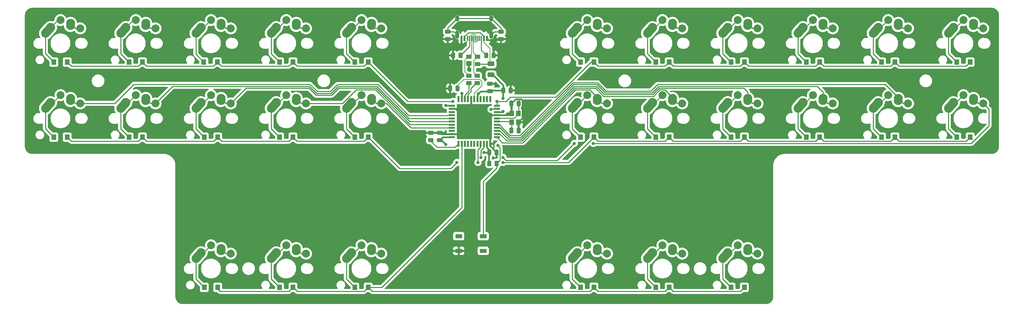
<source format=gbl>
G04 #@! TF.GenerationSoftware,KiCad,Pcbnew,(5.99.0-10014-g15e640b5fe)*
G04 #@! TF.CreationDate,2021-03-28T13:55:16-07:00*
G04 #@! TF.ProjectId,unisplit_orthosteno,756e6973-706c-4697-945f-6f7274686f73,rev?*
G04 #@! TF.SameCoordinates,Original*
G04 #@! TF.FileFunction,Copper,L2,Bot*
G04 #@! TF.FilePolarity,Positive*
%FSLAX46Y46*%
G04 Gerber Fmt 4.6, Leading zero omitted, Abs format (unit mm)*
G04 Created by KiCad (PCBNEW (5.99.0-10014-g15e640b5fe)) date 2021-03-28 13:55:16*
%MOMM*%
%LPD*%
G01*
G04 APERTURE LIST*
G04 Aperture macros list*
%AMRoundRect*
0 Rectangle with rounded corners*
0 $1 Rounding radius*
0 $2 $3 $4 $5 $6 $7 $8 $9 X,Y pos of 4 corners*
0 Add a 4 corners polygon primitive as box body*
4,1,4,$2,$3,$4,$5,$6,$7,$8,$9,$2,$3,0*
0 Add four circle primitives for the rounded corners*
1,1,$1+$1,$2,$3*
1,1,$1+$1,$4,$5*
1,1,$1+$1,$6,$7*
1,1,$1+$1,$8,$9*
0 Add four rect primitives between the rounded corners*
20,1,$1+$1,$2,$3,$4,$5,0*
20,1,$1+$1,$4,$5,$6,$7,0*
20,1,$1+$1,$6,$7,$8,$9,0*
20,1,$1+$1,$8,$9,$2,$3,0*%
%AMHorizOval*
0 Thick line with rounded ends*
0 $1 width*
0 $2 $3 position (X,Y) of the first rounded end (center of the circle)*
0 $4 $5 position (X,Y) of the second rounded end (center of the circle)*
0 Add line between two ends*
20,1,$1,$2,$3,$4,$5,0*
0 Add two circle primitives to create the rounded ends*
1,1,$1,$2,$3*
1,1,$1,$4,$5*%
G04 Aperture macros list end*
G04 #@! TA.AperFunction,ComponentPad*
%ADD10HorizOval,2.250000X0.019771X0.290016X-0.019771X-0.290016X0*%
G04 #@! TD*
G04 #@! TA.AperFunction,ComponentPad*
%ADD11C,2.000000*%
G04 #@! TD*
G04 #@! TA.AperFunction,ComponentPad*
%ADD12C,2.250000*%
G04 #@! TD*
G04 #@! TA.AperFunction,ComponentPad*
%ADD13HorizOval,2.250000X0.654995X0.730004X-0.654995X-0.730004X0*%
G04 #@! TD*
G04 #@! TA.AperFunction,SMDPad,CuDef*
%ADD14R,1.200000X1.400000*%
G04 #@! TD*
G04 #@! TA.AperFunction,SMDPad,CuDef*
%ADD15RoundRect,0.250000X-0.250000X-0.475000X0.250000X-0.475000X0.250000X0.475000X-0.250000X0.475000X0*%
G04 #@! TD*
G04 #@! TA.AperFunction,SMDPad,CuDef*
%ADD16RoundRect,0.250000X0.262500X0.450000X-0.262500X0.450000X-0.262500X-0.450000X0.262500X-0.450000X0*%
G04 #@! TD*
G04 #@! TA.AperFunction,SMDPad,CuDef*
%ADD17R,1.800000X1.100000*%
G04 #@! TD*
G04 #@! TA.AperFunction,SMDPad,CuDef*
%ADD18RoundRect,0.250000X-0.450000X0.262500X-0.450000X-0.262500X0.450000X-0.262500X0.450000X0.262500X0*%
G04 #@! TD*
G04 #@! TA.AperFunction,SMDPad,CuDef*
%ADD19R,0.600000X1.450000*%
G04 #@! TD*
G04 #@! TA.AperFunction,SMDPad,CuDef*
%ADD20R,0.300000X1.450000*%
G04 #@! TD*
G04 #@! TA.AperFunction,ComponentPad*
%ADD21O,1.000000X2.100000*%
G04 #@! TD*
G04 #@! TA.AperFunction,ComponentPad*
%ADD22O,1.000000X1.600000*%
G04 #@! TD*
G04 #@! TA.AperFunction,SMDPad,CuDef*
%ADD23RoundRect,0.250000X0.450000X-0.262500X0.450000X0.262500X-0.450000X0.262500X-0.450000X-0.262500X0*%
G04 #@! TD*
G04 #@! TA.AperFunction,SMDPad,CuDef*
%ADD24RoundRect,0.250000X0.250000X0.475000X-0.250000X0.475000X-0.250000X-0.475000X0.250000X-0.475000X0*%
G04 #@! TD*
G04 #@! TA.AperFunction,SMDPad,CuDef*
%ADD25R,0.550000X1.500000*%
G04 #@! TD*
G04 #@! TA.AperFunction,SMDPad,CuDef*
%ADD26R,1.500000X0.550000*%
G04 #@! TD*
G04 #@! TA.AperFunction,SMDPad,CuDef*
%ADD27RoundRect,0.250000X-0.262500X-0.450000X0.262500X-0.450000X0.262500X0.450000X-0.262500X0.450000X0*%
G04 #@! TD*
G04 #@! TA.AperFunction,SMDPad,CuDef*
%ADD28RoundRect,0.250000X-0.475000X0.250000X-0.475000X-0.250000X0.475000X-0.250000X0.475000X0.250000X0*%
G04 #@! TD*
G04 #@! TA.AperFunction,SMDPad,CuDef*
%ADD29RoundRect,0.250000X0.475000X-0.250000X0.475000X0.250000X-0.475000X0.250000X-0.475000X-0.250000X0*%
G04 #@! TD*
G04 #@! TA.AperFunction,SMDPad,CuDef*
%ADD30RoundRect,0.250000X-0.625000X0.375000X-0.625000X-0.375000X0.625000X-0.375000X0.625000X0.375000X0*%
G04 #@! TD*
G04 #@! TA.AperFunction,SMDPad,CuDef*
%ADD31R,1.400000X1.200000*%
G04 #@! TD*
G04 #@! TA.AperFunction,SMDPad,CuDef*
%ADD32R,1.400000X1.000000*%
G04 #@! TD*
G04 #@! TA.AperFunction,ViaPad*
%ADD33C,0.800000*%
G04 #@! TD*
G04 #@! TA.AperFunction,Conductor*
%ADD34C,0.250000*%
G04 #@! TD*
G04 #@! TA.AperFunction,Conductor*
%ADD35C,0.381000*%
G04 #@! TD*
G04 #@! TA.AperFunction,Conductor*
%ADD36C,0.203200*%
G04 #@! TD*
G04 #@! TA.AperFunction,Conductor*
%ADD37C,0.200000*%
G04 #@! TD*
G04 APERTURE END LIST*
D10*
X39826021Y-65059984D03*
D11*
X42306250Y-66050000D03*
D12*
X39846250Y-64770000D03*
D11*
X37306250Y-63950000D03*
D13*
X34151245Y-66579996D03*
D12*
X34806250Y-65850000D03*
D10*
X58876021Y-65059984D03*
D11*
X61356250Y-66050000D03*
D12*
X58896250Y-64770000D03*
X53856250Y-65850000D03*
D13*
X53201245Y-66579996D03*
D11*
X56356250Y-63950000D03*
D12*
X77946250Y-64770000D03*
D10*
X77926021Y-65059984D03*
D11*
X80406250Y-66050000D03*
X75406250Y-63950000D03*
D12*
X72906250Y-65850000D03*
D13*
X72251245Y-66579996D03*
D10*
X96976021Y-65059984D03*
D11*
X99456250Y-66050000D03*
D12*
X96996250Y-64770000D03*
X91956250Y-65850000D03*
D11*
X94456250Y-63950000D03*
D13*
X91301245Y-66579996D03*
D11*
X118506250Y-66050000D03*
D10*
X116026021Y-65059984D03*
D12*
X116046250Y-64770000D03*
D13*
X110351245Y-66579996D03*
D12*
X111006250Y-65850000D03*
D11*
X113506250Y-63950000D03*
D12*
X173196250Y-64770000D03*
D10*
X173176021Y-65059984D03*
D11*
X175656250Y-66050000D03*
D13*
X167501245Y-66579996D03*
D11*
X170656250Y-63950000D03*
D12*
X168156250Y-65850000D03*
D10*
X192226021Y-65059984D03*
D11*
X194706250Y-66050000D03*
D12*
X192246250Y-64770000D03*
X187206250Y-65850000D03*
D11*
X189706250Y-63950000D03*
D13*
X186551245Y-66579996D03*
D11*
X213756250Y-66050000D03*
D10*
X211276021Y-65059984D03*
D12*
X211296250Y-64770000D03*
D13*
X205601245Y-66579996D03*
D11*
X208756250Y-63950000D03*
D12*
X206256250Y-65850000D03*
X230346250Y-64770000D03*
D10*
X230326021Y-65059984D03*
D11*
X232806250Y-66050000D03*
X227806250Y-63950000D03*
D12*
X225306250Y-65850000D03*
D13*
X224651245Y-66579996D03*
D11*
X251856250Y-66050000D03*
D10*
X249376021Y-65059984D03*
D12*
X249396250Y-64770000D03*
X244356250Y-65850000D03*
D13*
X243701245Y-66579996D03*
D11*
X246856250Y-63950000D03*
D10*
X268426021Y-65059984D03*
D12*
X268446250Y-64770000D03*
D11*
X270906250Y-66050000D03*
D12*
X263406250Y-65850000D03*
D13*
X262751245Y-66579996D03*
D11*
X265906250Y-63950000D03*
D12*
X39846250Y-83820000D03*
D11*
X42306250Y-85100000D03*
D10*
X39826021Y-84109984D03*
D13*
X34151245Y-85629996D03*
D12*
X34806250Y-84900000D03*
D11*
X37306250Y-83000000D03*
D10*
X58876021Y-84109984D03*
D12*
X58896250Y-83820000D03*
D11*
X61356250Y-85100000D03*
X56356250Y-83000000D03*
D13*
X53201245Y-85629996D03*
D12*
X53856250Y-84900000D03*
X77946250Y-83820000D03*
D11*
X80406250Y-85100000D03*
D10*
X77926021Y-84109984D03*
D11*
X75406250Y-83000000D03*
D12*
X72906250Y-84900000D03*
D13*
X72251245Y-85629996D03*
D10*
X96976021Y-84109984D03*
D12*
X96996250Y-83820000D03*
D11*
X99456250Y-85100000D03*
D12*
X91956250Y-84900000D03*
D13*
X91301245Y-85629996D03*
D11*
X94456250Y-83000000D03*
D12*
X116046250Y-83820000D03*
D10*
X116026021Y-84109984D03*
D11*
X118506250Y-85100000D03*
D12*
X111006250Y-84900000D03*
D13*
X110351245Y-85629996D03*
D11*
X113506250Y-83000000D03*
D12*
X173196250Y-83820000D03*
D10*
X173176021Y-84109984D03*
D11*
X175656250Y-85100000D03*
D12*
X168156250Y-84900000D03*
D11*
X170656250Y-83000000D03*
D13*
X167501245Y-85629996D03*
D11*
X194706250Y-85100000D03*
D12*
X192246250Y-83820000D03*
D10*
X192226021Y-84109984D03*
D12*
X187206250Y-84900000D03*
D13*
X186551245Y-85629996D03*
D11*
X189706250Y-83000000D03*
D12*
X211296250Y-83820000D03*
D10*
X211276021Y-84109984D03*
D11*
X213756250Y-85100000D03*
X208756250Y-83000000D03*
D13*
X205601245Y-85629996D03*
D12*
X206256250Y-84900000D03*
D11*
X232806250Y-85100000D03*
D12*
X230346250Y-83820000D03*
D10*
X230326021Y-84109984D03*
D11*
X227806250Y-83000000D03*
D13*
X224651245Y-85629996D03*
D12*
X225306250Y-84900000D03*
X249396250Y-83820000D03*
D10*
X249376021Y-84109984D03*
D11*
X251856250Y-85100000D03*
D13*
X243701245Y-85629996D03*
D12*
X244356250Y-84900000D03*
D11*
X246856250Y-83000000D03*
D12*
X268446250Y-83820000D03*
D11*
X270906250Y-85100000D03*
D10*
X268426021Y-84109984D03*
D12*
X263406250Y-84900000D03*
D11*
X265906250Y-83000000D03*
D13*
X262751245Y-85629996D03*
D10*
X77926021Y-122209984D03*
D12*
X77946250Y-121920000D03*
D11*
X80406250Y-123200000D03*
D12*
X72906250Y-123000000D03*
D13*
X72251245Y-123729996D03*
D11*
X75406250Y-121100000D03*
X99456250Y-123200000D03*
D10*
X96976021Y-122209984D03*
D12*
X96996250Y-121920000D03*
D13*
X91301245Y-123729996D03*
D11*
X94456250Y-121100000D03*
D12*
X91956250Y-123000000D03*
D11*
X175656250Y-123200000D03*
D12*
X173196250Y-121920000D03*
D10*
X173176021Y-122209984D03*
D11*
X170656250Y-121100000D03*
D13*
X167501245Y-123729996D03*
D12*
X168156250Y-123000000D03*
D11*
X194706250Y-123200000D03*
D10*
X192226021Y-122209984D03*
D12*
X192246250Y-121920000D03*
D11*
X189706250Y-121100000D03*
D13*
X186551245Y-123729996D03*
D12*
X187206250Y-123000000D03*
D10*
X116026021Y-122209984D03*
D11*
X118506250Y-123200000D03*
D12*
X116046250Y-121920000D03*
D13*
X110351245Y-123729996D03*
D11*
X113506250Y-121100000D03*
D12*
X111006250Y-123000000D03*
X211296250Y-121920000D03*
D10*
X211276021Y-122209984D03*
D11*
X213756250Y-123200000D03*
D12*
X206256250Y-123000000D03*
D11*
X208756250Y-121100000D03*
D13*
X205601245Y-123729996D03*
D14*
X39006250Y-74612500D03*
X35606250Y-74612500D03*
X58056250Y-74612500D03*
X54656250Y-74612500D03*
X76993750Y-74612500D03*
X73593750Y-74612500D03*
X96156250Y-74612500D03*
X92756250Y-74612500D03*
X115206250Y-74612500D03*
X111806250Y-74612500D03*
X172356250Y-74612500D03*
X168956250Y-74612500D03*
X191406250Y-74612500D03*
X188006250Y-74612500D03*
X210456250Y-74612500D03*
X207056250Y-74612500D03*
X229506250Y-74612500D03*
X226106250Y-74612500D03*
X248556250Y-74612500D03*
X245156250Y-74612500D03*
X267606250Y-74612500D03*
X264206250Y-74612500D03*
X39006250Y-93662500D03*
X35606250Y-93662500D03*
X58056250Y-93662500D03*
X54656250Y-93662500D03*
X77106250Y-93662500D03*
X73706250Y-93662500D03*
X96156250Y-93662500D03*
X92756250Y-93662500D03*
X115206250Y-93662500D03*
X111806250Y-93662500D03*
X172356250Y-93662500D03*
X168956250Y-93662500D03*
X191406250Y-93662500D03*
X188006250Y-93662500D03*
X210456250Y-93662500D03*
X207056250Y-93662500D03*
X229506250Y-93662500D03*
X226106250Y-93662500D03*
X248556250Y-93662500D03*
X245156250Y-93662500D03*
X267606250Y-93662500D03*
X264206250Y-93662500D03*
X77106250Y-131762500D03*
X73706250Y-131762500D03*
X96156250Y-131762500D03*
X92756250Y-131762500D03*
X172356250Y-131762500D03*
X168956250Y-131762500D03*
X191406250Y-131762500D03*
X188006250Y-131762500D03*
X115206250Y-131762500D03*
X111806250Y-131762500D03*
X210456250Y-131762500D03*
X207056250Y-131762500D03*
D15*
X149418000Y-81788000D03*
X151318000Y-81788000D03*
D16*
X138580500Y-72898000D03*
X136755500Y-72898000D03*
D14*
X151550000Y-89844000D03*
X151550000Y-87644000D03*
X153250000Y-87644000D03*
X153250000Y-89844000D03*
D17*
X138124000Y-122500000D03*
X144324000Y-118800000D03*
X138124000Y-118800000D03*
X144324000Y-122500000D03*
D15*
X145862000Y-97536000D03*
X147762000Y-97536000D03*
D18*
X142779750Y-78081500D03*
X142779750Y-79906500D03*
D15*
X151450000Y-85124500D03*
X153350000Y-85124500D03*
D19*
X138856250Y-68620000D03*
X139631250Y-68620000D03*
D20*
X140331250Y-68620000D03*
X140831250Y-68620000D03*
X141331250Y-68620000D03*
X141831250Y-68620000D03*
X142331250Y-68620000D03*
X142831250Y-68620000D03*
X143331250Y-68620000D03*
X143831250Y-68620000D03*
D19*
X144531250Y-68620000D03*
X145306250Y-68620000D03*
D21*
X146401250Y-67705000D03*
X137761250Y-67705000D03*
D22*
X137761250Y-63525000D03*
X146401250Y-63525000D03*
D23*
X131064000Y-94384500D03*
X131064000Y-92559500D03*
D24*
X153350000Y-91982500D03*
X151450000Y-91982500D03*
D25*
X138081250Y-83993750D03*
X138881250Y-83993750D03*
X139681250Y-83993750D03*
X140481250Y-83993750D03*
X141281250Y-83993750D03*
X142081250Y-83993750D03*
X142881250Y-83993750D03*
X143681250Y-83993750D03*
X144481250Y-83993750D03*
X145281250Y-83993750D03*
X146081250Y-83993750D03*
D26*
X147781250Y-85693750D03*
X147781250Y-86493750D03*
X147781250Y-87293750D03*
X147781250Y-88093750D03*
X147781250Y-88893750D03*
X147781250Y-89693750D03*
X147781250Y-90493750D03*
X147781250Y-91293750D03*
X147781250Y-92093750D03*
X147781250Y-92893750D03*
X147781250Y-93693750D03*
D25*
X146081250Y-95393750D03*
X145281250Y-95393750D03*
X144481250Y-95393750D03*
X143681250Y-95393750D03*
X142881250Y-95393750D03*
X142081250Y-95393750D03*
X141281250Y-95393750D03*
X140481250Y-95393750D03*
X139681250Y-95393750D03*
X138881250Y-95393750D03*
X138081250Y-95393750D03*
D26*
X136381250Y-93693750D03*
X136381250Y-92893750D03*
X136381250Y-92093750D03*
X136381250Y-91293750D03*
X136381250Y-90493750D03*
X136381250Y-89693750D03*
X136381250Y-88893750D03*
X136381250Y-88093750D03*
X136381250Y-87293750D03*
X136381250Y-86493750D03*
X136381250Y-85693750D03*
D27*
X145137500Y-72898000D03*
X146962500Y-72898000D03*
D18*
X148844000Y-66905500D03*
X148844000Y-68730500D03*
D28*
X135382000Y-66868000D03*
X135382000Y-68768000D03*
D24*
X137856000Y-81280000D03*
X135956000Y-81280000D03*
D16*
X147724500Y-100330000D03*
X145899500Y-100330000D03*
D18*
X140716000Y-78081500D03*
X140716000Y-79906500D03*
D29*
X133350000Y-94422000D03*
X133350000Y-92522000D03*
X146050000Y-81976000D03*
X146050000Y-80076000D03*
D30*
X146304000Y-75054000D03*
X146304000Y-77854000D03*
D31*
X140726250Y-74938000D03*
D32*
X140726250Y-73218000D03*
X142926250Y-73218000D03*
X142926250Y-75118000D03*
D33*
X147828000Y-84582000D03*
X136652000Y-84582000D03*
X143002000Y-100076000D03*
X137668000Y-100076000D03*
X149352000Y-100076000D03*
X167386000Y-95250000D03*
X172212000Y-95250000D03*
X149352000Y-98806000D03*
X143764000Y-98806000D03*
X77978000Y-86868000D03*
X266192000Y-85344000D03*
X168148000Y-91186000D03*
X208788000Y-85344000D03*
X147574000Y-80518000D03*
X140716000Y-76454000D03*
X144781250Y-92962750D03*
X97282000Y-86868000D03*
X58166000Y-81534000D03*
X165862000Y-90932000D03*
X189738000Y-85598000D03*
X59436000Y-87376000D03*
X141986000Y-66040000D03*
X154240511Y-86297489D03*
X135890000Y-79502000D03*
X99822000Y-82804000D03*
X151384000Y-79756000D03*
X81026000Y-82804000D03*
X227838000Y-85598000D03*
X134874000Y-95504000D03*
X143074144Y-82622144D03*
X138938000Y-82550000D03*
X144526000Y-97536000D03*
X149352000Y-83820000D03*
X134874000Y-85598000D03*
X149352000Y-87122000D03*
X146304000Y-86614000D03*
X148082000Y-95758000D03*
D34*
X228481239Y-75637511D02*
X211481261Y-75637511D01*
X95131239Y-75637511D02*
X78018761Y-75637511D01*
X125175750Y-84582000D02*
X115206250Y-74612500D01*
X76993750Y-74612500D02*
X75968739Y-75637511D01*
X248556250Y-74612500D02*
X247531239Y-75637511D01*
X40031261Y-75637511D02*
X39006250Y-74612500D01*
X211481261Y-75637511D02*
X210456250Y-74612500D01*
X247531239Y-75637511D02*
X230531261Y-75637511D01*
X209431239Y-75637511D02*
X192431261Y-75637511D01*
X150114000Y-84582000D02*
X147828000Y-84582000D01*
X229506250Y-74612500D02*
X228481239Y-75637511D01*
X96156250Y-74612500D02*
X95131239Y-75637511D01*
X115206250Y-74612500D02*
X114181239Y-75637511D01*
X210456250Y-74612500D02*
X209431239Y-75637511D01*
X147828000Y-85647000D02*
X147781250Y-85693750D01*
X267606250Y-74612500D02*
X266581239Y-75637511D01*
X249581261Y-75637511D02*
X248556250Y-74612500D01*
X59081261Y-75637511D02*
X58056250Y-74612500D01*
X78018761Y-75637511D02*
X76993750Y-74612500D01*
X97181261Y-75637511D02*
X96156250Y-74612500D01*
X58056250Y-74612500D02*
X57031239Y-75637511D01*
X147828000Y-84582000D02*
X147828000Y-85647000D01*
X114181239Y-75637511D02*
X97181261Y-75637511D01*
X190381239Y-75637511D02*
X173381261Y-75637511D01*
X266581239Y-75637511D02*
X249581261Y-75637511D01*
X192431261Y-75637511D02*
X191406250Y-74612500D01*
X136652000Y-84582000D02*
X125175750Y-84582000D01*
X118063750Y-77470000D02*
X115206250Y-74612500D01*
X151202540Y-83493460D02*
X162740818Y-83493460D01*
X162740818Y-83493460D02*
X171621778Y-74612500D01*
X230531261Y-75637511D02*
X229506250Y-74612500D01*
X75968739Y-75637511D02*
X59081261Y-75637511D01*
X173381261Y-75637511D02*
X172356250Y-74612500D01*
X151202540Y-83493460D02*
X150114000Y-84582000D01*
X191406250Y-74612500D02*
X190381239Y-75637511D01*
X172356250Y-74612500D02*
X172356250Y-74785750D01*
X171621778Y-74612500D02*
X172356250Y-74612500D01*
X57031239Y-75637511D02*
X40031261Y-75637511D01*
X34806250Y-65850000D02*
X36706250Y-63950000D01*
X33496250Y-67310000D02*
X33496250Y-72502500D01*
X33496250Y-72502500D02*
X35606250Y-74612500D01*
X36706250Y-63950000D02*
X37306250Y-63950000D01*
X52546250Y-72502500D02*
X54656250Y-74612500D01*
X55756250Y-63950000D02*
X56356250Y-63950000D01*
X52546250Y-67310000D02*
X52546250Y-72502500D01*
X53856250Y-65850000D02*
X55756250Y-63950000D01*
X71596250Y-72615000D02*
X73593750Y-74612500D01*
X75406250Y-63950000D02*
X73506250Y-65850000D01*
X73506250Y-65850000D02*
X72906250Y-65850000D01*
X71596250Y-67310000D02*
X71596250Y-72615000D01*
X90646250Y-67310000D02*
X90646250Y-72502500D01*
X92556250Y-65850000D02*
X91956250Y-65850000D01*
X90646250Y-72502500D02*
X92756250Y-74612500D01*
X94456250Y-63950000D02*
X92556250Y-65850000D01*
X109696250Y-67310000D02*
X109696250Y-72502500D01*
X113506250Y-63950000D02*
X111606250Y-65850000D01*
X109696250Y-72502500D02*
X111806250Y-74612500D01*
X111606250Y-65850000D02*
X111006250Y-65850000D01*
X168756250Y-65850000D02*
X168156250Y-65850000D01*
X170656250Y-63950000D02*
X168756250Y-65850000D01*
X166846250Y-67310000D02*
X166846250Y-72502500D01*
X166846250Y-72502500D02*
X168956250Y-74612500D01*
X185896250Y-72502500D02*
X188006250Y-74612500D01*
X185896250Y-67310000D02*
X185896250Y-72502500D01*
X189706250Y-63950000D02*
X187806250Y-65850000D01*
X187806250Y-65850000D02*
X187206250Y-65850000D01*
X206856250Y-65850000D02*
X206256250Y-65850000D01*
X204946250Y-67310000D02*
X204946250Y-72502500D01*
X204946250Y-72502500D02*
X207056250Y-74612500D01*
X208756250Y-63950000D02*
X206856250Y-65850000D01*
X223996250Y-72502500D02*
X226106250Y-74612500D01*
X225906250Y-65850000D02*
X225306250Y-65850000D01*
X223996250Y-67310000D02*
X223996250Y-72502500D01*
X227806250Y-63950000D02*
X225906250Y-65850000D01*
X246856250Y-63950000D02*
X244956250Y-65850000D01*
X244956250Y-65850000D02*
X244356250Y-65850000D01*
X243046250Y-72502500D02*
X245156250Y-74612500D01*
X243046250Y-67310000D02*
X243046250Y-72502500D01*
X262096250Y-72502500D02*
X264206250Y-74612500D01*
X265906250Y-63950000D02*
X264006250Y-65850000D01*
X264006250Y-65850000D02*
X263406250Y-65850000D01*
X262096250Y-67310000D02*
X262096250Y-72502500D01*
X229506250Y-93662500D02*
X228481239Y-94687511D01*
X248556250Y-93662500D02*
X247531239Y-94687511D01*
X97181261Y-94687511D02*
X96156250Y-93662500D01*
X57031239Y-94687511D02*
X40031261Y-94687511D01*
X95131239Y-94687511D02*
X78131261Y-94687511D01*
X192431261Y-94687511D02*
X191406250Y-93662500D01*
X149352000Y-100076000D02*
X165942750Y-100076000D01*
X143681250Y-96203770D02*
X143681250Y-95393750D01*
X249581261Y-94687511D02*
X248556250Y-93662500D01*
X59081261Y-94687511D02*
X58056250Y-93662500D01*
X247531239Y-94687511D02*
X230531261Y-94687511D01*
X267606250Y-93662500D02*
X266581239Y-94687511D01*
X228481239Y-94687511D02*
X211481261Y-94687511D01*
X143002000Y-96883020D02*
X143681250Y-96203770D01*
X40031261Y-94687511D02*
X39006250Y-93662500D01*
X210456250Y-93662500D02*
X209431239Y-94687511D01*
X136144000Y-101600000D02*
X123143750Y-101600000D01*
X190381239Y-94687511D02*
X173381261Y-94687511D01*
X209431239Y-94687511D02*
X192431261Y-94687511D01*
X58056250Y-93662500D02*
X57031239Y-94687511D01*
X173381261Y-94687511D02*
X172356250Y-93662500D01*
X78131261Y-94687511D02*
X77106250Y-93662500D01*
X191406250Y-93662500D02*
X190381239Y-94687511D01*
X230531261Y-94687511D02*
X229506250Y-93662500D01*
X114181239Y-94687511D02*
X97181261Y-94687511D01*
X143002000Y-100076000D02*
X143002000Y-96883020D01*
X76081239Y-94687511D02*
X59081261Y-94687511D01*
X115206250Y-93662500D02*
X114181239Y-94687511D01*
X266581239Y-94687511D02*
X249581261Y-94687511D01*
X165942750Y-100076000D02*
X172356250Y-93662500D01*
X77106250Y-93662500D02*
X76081239Y-94687511D01*
X96156250Y-93662500D02*
X95131239Y-94687511D01*
X123143750Y-101600000D02*
X115206250Y-93662500D01*
X137668000Y-100076000D02*
X136144000Y-101600000D01*
X211481261Y-94687511D02*
X210456250Y-93662500D01*
X35406250Y-84900000D02*
X34806250Y-84900000D01*
X37306250Y-83000000D02*
X35406250Y-84900000D01*
X33496250Y-86360000D02*
X33496250Y-91552500D01*
X33496250Y-91552500D02*
X35606250Y-93662500D01*
X54456250Y-84900000D02*
X53856250Y-84900000D01*
X56356250Y-83000000D02*
X54456250Y-84900000D01*
X52546250Y-91552500D02*
X54656250Y-93662500D01*
X52546250Y-86360000D02*
X52546250Y-91552500D01*
X71596250Y-91552500D02*
X73706250Y-93662500D01*
X71596250Y-86360000D02*
X71596250Y-91552500D01*
X75406250Y-83000000D02*
X73506250Y-84900000D01*
X73506250Y-84900000D02*
X72906250Y-84900000D01*
X90646250Y-86360000D02*
X90646250Y-91552500D01*
X90646250Y-91552500D02*
X92756250Y-93662500D01*
X92556250Y-84900000D02*
X91956250Y-84900000D01*
X94456250Y-83000000D02*
X92556250Y-84900000D01*
X113506250Y-83000000D02*
X111606250Y-84900000D01*
X109696250Y-86360000D02*
X109696250Y-91552500D01*
X109696250Y-91552500D02*
X111806250Y-93662500D01*
X111606250Y-84900000D02*
X111006250Y-84900000D01*
X166846250Y-91552500D02*
X168956250Y-93662500D01*
X166846250Y-86360000D02*
X166846250Y-91552500D01*
X168756250Y-84900000D02*
X168156250Y-84900000D01*
X170656250Y-83000000D02*
X168756250Y-84900000D01*
X185896250Y-91552500D02*
X188006250Y-93662500D01*
X185896250Y-86360000D02*
X185896250Y-91552500D01*
X187806250Y-84900000D02*
X187206250Y-84900000D01*
X189706250Y-83000000D02*
X187806250Y-84900000D01*
X206856250Y-84900000D02*
X206256250Y-84900000D01*
X204946250Y-91552500D02*
X207056250Y-93662500D01*
X204946250Y-86360000D02*
X204946250Y-91552500D01*
X208756250Y-83000000D02*
X206856250Y-84900000D01*
X223996250Y-86360000D02*
X223996250Y-91552500D01*
X227806250Y-83000000D02*
X225906250Y-84900000D01*
X223996250Y-91552500D02*
X226106250Y-93662500D01*
X225906250Y-84900000D02*
X225306250Y-84900000D01*
X244956250Y-84900000D02*
X244356250Y-84900000D01*
X246856250Y-83000000D02*
X244956250Y-84900000D01*
X243046250Y-86360000D02*
X243046250Y-91552500D01*
X243046250Y-91552500D02*
X245156250Y-93662500D01*
X262096250Y-86360000D02*
X262096250Y-91552500D01*
X265906250Y-83000000D02*
X264006250Y-84900000D01*
X264006250Y-84900000D02*
X263406250Y-84900000D01*
X262096250Y-91552500D02*
X264206250Y-93662500D01*
X97227511Y-132787511D02*
X96202500Y-131762500D01*
X77106250Y-132224250D02*
X77106250Y-131762500D01*
X190381239Y-132787511D02*
X173381261Y-132787511D01*
X173381261Y-132787511D02*
X172356250Y-131762500D01*
X138881250Y-95393750D02*
X138881250Y-111562750D01*
X95131239Y-132787511D02*
X77669511Y-132787511D01*
X96156250Y-131762500D02*
X95131239Y-132787511D01*
X115206250Y-131762500D02*
X114181239Y-132787511D01*
X191406250Y-131762500D02*
X190381239Y-132787511D01*
X96202500Y-131762500D02*
X96156250Y-131762500D01*
X209431239Y-132787511D02*
X192431261Y-132787511D01*
X138881250Y-111562750D02*
X118681500Y-131762500D01*
X118681500Y-131762500D02*
X115206250Y-131762500D01*
X192431261Y-132787511D02*
X191406250Y-131762500D01*
X116231261Y-132787511D02*
X115206250Y-131762500D01*
X171331239Y-132787511D02*
X116231261Y-132787511D01*
X114181239Y-132787511D02*
X97227511Y-132787511D01*
X77669511Y-132787511D02*
X77106250Y-132224250D01*
X172356250Y-131762500D02*
X171331239Y-132787511D01*
X210456250Y-131762500D02*
X209431239Y-132787511D01*
X75406250Y-121100000D02*
X73506250Y-123000000D01*
X73506250Y-123000000D02*
X72906250Y-123000000D01*
X71596250Y-124460000D02*
X71596250Y-129652500D01*
X71596250Y-129652500D02*
X73706250Y-131762500D01*
X90646250Y-129652500D02*
X92756250Y-131762500D01*
X90646250Y-124460000D02*
X90646250Y-129652500D01*
X94456250Y-121100000D02*
X92556250Y-123000000D01*
X92556250Y-123000000D02*
X91956250Y-123000000D01*
X109696250Y-124460000D02*
X109696250Y-129652500D01*
X113506250Y-121100000D02*
X111606250Y-123000000D01*
X109696250Y-129652500D02*
X111806250Y-131762500D01*
X111606250Y-123000000D02*
X111006250Y-123000000D01*
X170656250Y-121100000D02*
X168756250Y-123000000D01*
X166846250Y-124460000D02*
X166846250Y-129652500D01*
X166846250Y-129652500D02*
X168956250Y-131762500D01*
X168756250Y-123000000D02*
X168156250Y-123000000D01*
X39846250Y-64770000D02*
X41126250Y-66050000D01*
X100499557Y-80264000D02*
X102335537Y-82099980D01*
X125444250Y-88138000D02*
X135937022Y-88138000D01*
X105606020Y-82099980D02*
X107381071Y-80324929D01*
X42306250Y-85100000D02*
X51044000Y-85100000D01*
X107381071Y-80324929D02*
X117631179Y-80324929D01*
X55880000Y-80264000D02*
X100499557Y-80264000D01*
X117631179Y-80324929D02*
X125444250Y-88138000D01*
X41126250Y-85100000D02*
X42306250Y-85100000D01*
X41126250Y-66050000D02*
X42306250Y-66050000D01*
X51044000Y-85100000D02*
X55880000Y-80264000D01*
X102335537Y-82099980D02*
X105606020Y-82099980D01*
X39846250Y-83820000D02*
X41126250Y-85100000D01*
X58896250Y-64770000D02*
X60176250Y-66050000D01*
X107567475Y-80774949D02*
X117415064Y-80774949D01*
X60176250Y-66050000D02*
X61356250Y-66050000D01*
X105792424Y-82550000D02*
X107567475Y-80774949D01*
X125533865Y-88893750D02*
X136381250Y-88893750D01*
X60176250Y-85100000D02*
X61356250Y-85100000D01*
X100371133Y-80772000D02*
X102149133Y-82550000D01*
X102149133Y-82550000D02*
X105792424Y-82550000D01*
X65684250Y-80772000D02*
X100371133Y-80772000D01*
X117415064Y-80774949D02*
X125533865Y-88893750D01*
X61356250Y-85100000D02*
X65684250Y-80772000D01*
X58896250Y-83820000D02*
X60176250Y-85100000D01*
X100184729Y-81222020D02*
X101962729Y-83000020D01*
X77946250Y-121920000D02*
X79226250Y-123200000D01*
X105978828Y-83000020D02*
X107753879Y-81224969D01*
X84284230Y-81222020D02*
X100184729Y-81222020D01*
X79226250Y-123200000D02*
X80406250Y-123200000D01*
X77946250Y-83820000D02*
X79226250Y-85100000D01*
X77946250Y-64770000D02*
X79226250Y-66050000D01*
X80406250Y-85100000D02*
X84284230Y-81222020D01*
X125697441Y-89693750D02*
X136381250Y-89693750D01*
X117228660Y-81224969D02*
X125697441Y-89693750D01*
X107753879Y-81224969D02*
X117228660Y-81224969D01*
X79226250Y-85100000D02*
X80406250Y-85100000D01*
X79226250Y-66050000D02*
X80406250Y-66050000D01*
X101962729Y-83000020D02*
X105978828Y-83000020D01*
X117042256Y-81674989D02*
X125791267Y-90424000D01*
X136311500Y-90424000D02*
X136381250Y-90493750D01*
X96996250Y-121920000D02*
X98276250Y-123200000D01*
X125791267Y-90424000D02*
X136311500Y-90424000D01*
X112137672Y-81674989D02*
X117042256Y-81674989D01*
X98276250Y-66050000D02*
X99456250Y-66050000D01*
X96996250Y-83820000D02*
X98276250Y-85100000D01*
X98276250Y-66050000D02*
X99456250Y-66050000D01*
X96996250Y-64770000D02*
X98276250Y-66050000D01*
X99456250Y-85100000D02*
X108712661Y-85100000D01*
X98276250Y-123200000D02*
X99456250Y-123200000D01*
X96996250Y-64770000D02*
X98276250Y-66050000D01*
X98276250Y-85100000D02*
X99456250Y-85100000D01*
X96996250Y-83820000D02*
X98276250Y-85100000D01*
X98276250Y-85100000D02*
X99456250Y-85100000D01*
X108712661Y-85100000D02*
X112137672Y-81674989D01*
X118506250Y-85100000D02*
X119830843Y-85100000D01*
X117326250Y-123200000D02*
X118506250Y-123200000D01*
X116046250Y-83820000D02*
X117326250Y-85100000D01*
X126024593Y-91293750D02*
X136381250Y-91293750D01*
X116046250Y-121920000D02*
X117326250Y-123200000D01*
X116006250Y-65350000D02*
X116706250Y-66050000D01*
X119830843Y-85100000D02*
X126024593Y-91293750D01*
X117326250Y-85100000D02*
X118506250Y-85100000D01*
X116706250Y-66050000D02*
X118506250Y-66050000D01*
X173196250Y-83820000D02*
X174476250Y-85100000D01*
X154340338Y-95076060D02*
X149163560Y-95076060D01*
X174476250Y-66050000D02*
X175656250Y-66050000D01*
X149163560Y-95076060D02*
X147781250Y-93693750D01*
X173156250Y-84400000D02*
X173156250Y-83538983D01*
X174476250Y-123200000D02*
X175656250Y-123200000D01*
X171292256Y-81674989D02*
X167741409Y-81674989D01*
X173196250Y-121920000D02*
X174476250Y-123200000D01*
X173156250Y-83538983D02*
X171292256Y-81674989D01*
X167741409Y-81674989D02*
X154340338Y-95076060D01*
X173196250Y-64770000D02*
X174476250Y-66050000D01*
X174476250Y-85100000D02*
X175656250Y-85100000D01*
X192246250Y-121920000D02*
X193526250Y-123200000D01*
X193526250Y-66050000D02*
X194706250Y-66050000D01*
X148591270Y-92893750D02*
X147781250Y-92893750D01*
X192246250Y-83820000D02*
X193526250Y-85100000D01*
X193526250Y-85100000D02*
X194706250Y-85100000D01*
X192206250Y-84400000D02*
X192206250Y-83538983D01*
X192206250Y-83538983D02*
X190342256Y-81674989D01*
X172747236Y-81224969D02*
X167555005Y-81224969D01*
X167555005Y-81224969D02*
X154153934Y-94626040D01*
X193526250Y-123200000D02*
X194706250Y-123200000D01*
X190342256Y-81674989D02*
X189070244Y-81674989D01*
X192246250Y-83820000D02*
X193526250Y-85100000D01*
X174834267Y-83312000D02*
X172747236Y-81224969D01*
X150323560Y-94626040D02*
X148591270Y-92893750D01*
X154153934Y-94626040D02*
X150323560Y-94626040D01*
X192246250Y-64770000D02*
X193526250Y-66050000D01*
X193526250Y-85100000D02*
X194706250Y-85100000D01*
X193526250Y-66050000D02*
X194706250Y-66050000D01*
X187433233Y-83312000D02*
X174834267Y-83312000D01*
X189070244Y-81674989D02*
X187433233Y-83312000D01*
X192246250Y-64770000D02*
X193526250Y-66050000D01*
X212576250Y-123200000D02*
X213756250Y-123200000D01*
X153967530Y-94176020D02*
X150673540Y-94176020D01*
X187246829Y-82861980D02*
X175020671Y-82861980D01*
X148591270Y-92093750D02*
X147781250Y-92093750D01*
X167368601Y-80774949D02*
X153967530Y-94176020D01*
X211296250Y-83820000D02*
X212576250Y-85100000D01*
X150673540Y-94176020D02*
X148591270Y-92093750D01*
X211296250Y-83820000D02*
X211296250Y-82229010D01*
X172933640Y-80774949D02*
X167368601Y-80774949D01*
X175020671Y-82861980D02*
X172933640Y-80774949D01*
X188883840Y-81224969D02*
X187246829Y-82861980D01*
X211296250Y-121920000D02*
X212576250Y-123200000D01*
X212576250Y-66050000D02*
X213756250Y-66050000D01*
X210292209Y-81224969D02*
X188883840Y-81224969D01*
X211296250Y-82229010D02*
X210292209Y-81224969D01*
X212576250Y-85100000D02*
X213756250Y-85100000D01*
X211296250Y-64770000D02*
X212576250Y-66050000D01*
X230346250Y-83820000D02*
X230346250Y-82229010D01*
X153781126Y-93726000D02*
X151018874Y-93726000D01*
X230346250Y-64770000D02*
X231626250Y-66050000D01*
X148586624Y-91293750D02*
X147781250Y-91293750D01*
X167182197Y-80324929D02*
X153781126Y-93726000D01*
X187060425Y-82411960D02*
X175207075Y-82411960D01*
X151018874Y-93726000D02*
X148586624Y-91293750D01*
X230346250Y-83820000D02*
X231626250Y-85100000D01*
X231626250Y-85100000D02*
X232806250Y-85100000D01*
X173120044Y-80324929D02*
X167182197Y-80324929D01*
X230346250Y-64770000D02*
X231626250Y-66050000D01*
X230346250Y-82229010D02*
X228892189Y-80774949D01*
X175207075Y-82411960D02*
X173120044Y-80324929D01*
X231626250Y-66050000D02*
X232806250Y-66050000D01*
X231626250Y-85100000D02*
X232806250Y-85100000D01*
X231626250Y-66050000D02*
X232806250Y-66050000D01*
X188697436Y-80774949D02*
X187060425Y-82411960D01*
X228892189Y-80774949D02*
X188697436Y-80774949D01*
X230346250Y-83820000D02*
X231626250Y-85100000D01*
X249396250Y-83820000D02*
X250676250Y-85100000D01*
X249356250Y-84400000D02*
X249356250Y-83538983D01*
X151147298Y-93218000D02*
X148856261Y-90926963D01*
X250676250Y-66050000D02*
X251856250Y-66050000D01*
X175393479Y-81961940D02*
X173306448Y-79874909D01*
X173306448Y-79874909D02*
X166995793Y-79874909D01*
X250676250Y-85100000D02*
X251856250Y-85100000D01*
X246142196Y-80324929D02*
X188407071Y-80324929D01*
X166995793Y-79874909D02*
X153652702Y-93218000D01*
X148856261Y-90926963D02*
X148856261Y-90758741D01*
X148591270Y-90493750D02*
X147781250Y-90493750D01*
X249356250Y-83538983D02*
X246142196Y-80324929D01*
X186770060Y-81961940D02*
X175393479Y-81961940D01*
X249396250Y-64770000D02*
X250676250Y-66050000D01*
X153652702Y-93218000D02*
X151147298Y-93218000D01*
X188407071Y-80324929D02*
X186770060Y-81961940D01*
X148856261Y-90758741D02*
X148591270Y-90493750D01*
X144481250Y-96310750D02*
X144481250Y-95393750D01*
X272381271Y-90772499D02*
X272381271Y-86575021D01*
X268446250Y-64770000D02*
X269726250Y-66050000D01*
X268446250Y-83820000D02*
X269726250Y-85100000D01*
X268446250Y-83820000D02*
X269726250Y-85100000D01*
X143764000Y-97028000D02*
X144481250Y-96310750D01*
X172212000Y-95250000D02*
X267903770Y-95250000D01*
X267903770Y-95250000D02*
X272381271Y-90772499D01*
X269726250Y-85100000D02*
X270906250Y-85100000D01*
X167386000Y-95250000D02*
X163068000Y-99568000D01*
X269726250Y-85100000D02*
X270906250Y-85100000D01*
X143764000Y-98806000D02*
X143764000Y-97028000D01*
X272381271Y-86575021D02*
X270906250Y-85100000D01*
X163068000Y-99568000D02*
X150114000Y-99568000D01*
X144526000Y-95349000D02*
X144481250Y-95393750D01*
X269726250Y-66050000D02*
X270906250Y-66050000D01*
X268446250Y-64770000D02*
X269726250Y-66050000D01*
X269726250Y-66050000D02*
X270906250Y-66050000D01*
X150114000Y-99568000D02*
X149352000Y-98806000D01*
X187806250Y-123000000D02*
X187206250Y-123000000D01*
X185896250Y-124460000D02*
X185896250Y-129652500D01*
X185896250Y-129652500D02*
X188006250Y-131762500D01*
X189706250Y-121100000D02*
X187806250Y-123000000D01*
X204946250Y-124460000D02*
X204946250Y-129652500D01*
X208756250Y-121100000D02*
X206856250Y-123000000D01*
X204946250Y-129652500D02*
X207056250Y-131762500D01*
X206856250Y-123000000D02*
X206256250Y-123000000D01*
D35*
X146081250Y-95393750D02*
X146081250Y-95855250D01*
X151550000Y-87841080D02*
X151550000Y-87644000D01*
X137309170Y-86493750D02*
X136381250Y-86493750D01*
X147781250Y-88093750D02*
X138909170Y-88093750D01*
X153250000Y-91882500D02*
X153350000Y-91982500D01*
X133350000Y-92522000D02*
X133721750Y-92893750D01*
X138909170Y-88093750D02*
X137309170Y-86493750D01*
X151450000Y-85124500D02*
X152565520Y-84008980D01*
X141281250Y-85124750D02*
X141281250Y-83993750D01*
X144781250Y-92962750D02*
X144712250Y-92893750D01*
X146050000Y-80076000D02*
X147132000Y-80076000D01*
X146081250Y-95855250D02*
X147762000Y-97536000D01*
X151318000Y-79822000D02*
X151384000Y-79756000D01*
X140726250Y-76443750D02*
X140726250Y-74938000D01*
X136381250Y-86493750D02*
X139912250Y-86493750D01*
X148844000Y-68730500D02*
X148578980Y-68995520D01*
X154240511Y-86297489D02*
X154240511Y-88853489D01*
X148578980Y-68995520D02*
X145681770Y-68995520D01*
X145681770Y-68995520D02*
X145306250Y-68620000D01*
X151550000Y-85224500D02*
X151450000Y-85124500D01*
X146081250Y-95393750D02*
X146081250Y-88662750D01*
X153250000Y-89844000D02*
X153250000Y-91882500D01*
X139912250Y-86493750D02*
X141281250Y-85124750D01*
X146081250Y-88662750D02*
X146650250Y-88093750D01*
X135890000Y-79502000D02*
X135956000Y-79568000D01*
X154240511Y-88853489D02*
X153250000Y-89844000D01*
X152565520Y-84008980D02*
X153865314Y-84008980D01*
X146650250Y-88093750D02*
X147781250Y-88093750D01*
X151550000Y-87644000D02*
X151550000Y-85224500D01*
X147132000Y-80076000D02*
X147574000Y-80518000D01*
X153865314Y-84008980D02*
X154240511Y-84384177D01*
X146081250Y-95393750D02*
X146081250Y-94262750D01*
X133721750Y-92893750D02*
X136381250Y-92893750D01*
X154240511Y-84384177D02*
X154240511Y-86297489D01*
X146962500Y-72898000D02*
X147320000Y-72898000D01*
X144712250Y-92893750D02*
X136381250Y-92893750D01*
X140716000Y-76454000D02*
X140726250Y-76443750D01*
X153250000Y-89844000D02*
X153250000Y-89541080D01*
X147781250Y-88093750D02*
X151100250Y-88093750D01*
X151318000Y-81788000D02*
X151318000Y-79822000D01*
X146081250Y-94262750D02*
X144781250Y-92962750D01*
X135956000Y-79568000D02*
X135956000Y-81280000D01*
X151100250Y-88093750D02*
X151550000Y-87644000D01*
X143074144Y-82622144D02*
X143074144Y-82669856D01*
X142881250Y-82862750D02*
X142881250Y-83993750D01*
X145862000Y-96840000D02*
X145281250Y-96259250D01*
X134078250Y-93693750D02*
X133350000Y-94422000D01*
X146304000Y-77854000D02*
X146754000Y-77854000D01*
X138881250Y-82606750D02*
X138938000Y-82550000D01*
X149180250Y-87293750D02*
X147781250Y-87293750D01*
X149352000Y-87122000D02*
X149180250Y-87293750D01*
X145984000Y-82042000D02*
X146050000Y-81976000D01*
X149352000Y-81854000D02*
X149418000Y-81788000D01*
X143074144Y-82669856D02*
X142881250Y-82862750D01*
X134874000Y-85598000D02*
X136285500Y-85598000D01*
X149352000Y-83820000D02*
X149352000Y-81854000D01*
X145862000Y-97536000D02*
X145862000Y-96840000D01*
X145281250Y-96259250D02*
X145281250Y-95393750D01*
X136381250Y-93693750D02*
X134078250Y-93693750D01*
X149418000Y-81788000D02*
X146238000Y-81788000D01*
X138881250Y-83993750D02*
X138881250Y-82606750D01*
X145796000Y-97602000D02*
X145796000Y-100226500D01*
X143074144Y-82622144D02*
X143654288Y-82042000D01*
X144526000Y-97536000D02*
X145862000Y-97536000D01*
X145796000Y-100226500D02*
X145899500Y-100330000D01*
X145862000Y-97536000D02*
X145796000Y-97602000D01*
X143654288Y-82042000D02*
X145984000Y-82042000D01*
X133350000Y-94422000D02*
X133792000Y-94422000D01*
X133792000Y-94422000D02*
X134874000Y-95504000D01*
X136285500Y-85598000D02*
X136381250Y-85693750D01*
X146754000Y-77854000D02*
X149418000Y-80518000D01*
X149418000Y-80518000D02*
X149418000Y-81788000D01*
X146238000Y-81788000D02*
X146050000Y-81976000D01*
D34*
X147781250Y-89693750D02*
X151399750Y-89693750D01*
X151550000Y-91882500D02*
X151450000Y-91982500D01*
X151550000Y-89844000D02*
X151550000Y-91882500D01*
X151399750Y-89693750D02*
X151550000Y-89844000D01*
X153250000Y-87744000D02*
X153250000Y-87644000D01*
X153350000Y-85124500D02*
X153350000Y-87544000D01*
X147856011Y-88818989D02*
X152175011Y-88818989D01*
X153350000Y-87544000D02*
X153250000Y-87644000D01*
X152175011Y-88818989D02*
X153250000Y-87744000D01*
X147781250Y-88893750D02*
X147856011Y-88818989D01*
D36*
X143451476Y-78994000D02*
X144018000Y-79560524D01*
X139417000Y-78994000D02*
X143451476Y-78994000D01*
X144018000Y-79560524D02*
X144018000Y-80652983D01*
X144018000Y-80652983D02*
X142081250Y-82589733D01*
X137856000Y-80555000D02*
X139417000Y-78994000D01*
X137856000Y-81280000D02*
X137856000Y-80555000D01*
X142081250Y-82589733D02*
X142081250Y-83993750D01*
D34*
X148844000Y-65967750D02*
X146401250Y-63525000D01*
X147200750Y-66905500D02*
X146401250Y-67705000D01*
X137761250Y-63525000D02*
X135382000Y-65904250D01*
X137761250Y-63525000D02*
X146401250Y-63525000D01*
X135382000Y-65904250D02*
X135382000Y-66868000D01*
X148844000Y-66905500D02*
X148844000Y-65967750D01*
X136924250Y-66868000D02*
X137761250Y-67705000D01*
X135382000Y-66868000D02*
X136924250Y-66868000D01*
X148844000Y-66905500D02*
X147200750Y-66905500D01*
D36*
X144531250Y-68620000D02*
X144531250Y-69595000D01*
D34*
X146304000Y-75082202D02*
X146304000Y-75054000D01*
X143591380Y-67137380D02*
X144531250Y-68077250D01*
D36*
X144531250Y-69595000D02*
X146050000Y-71113750D01*
D34*
X140623850Y-67137380D02*
X143591380Y-67137380D01*
D36*
X146050000Y-74800000D02*
X146304000Y-75054000D01*
D34*
X145926250Y-74676250D02*
X146304000Y-75054000D01*
X139631250Y-68620000D02*
X139631250Y-68129980D01*
D36*
X146050000Y-71113750D02*
X146050000Y-74800000D01*
D34*
X139631250Y-68129980D02*
X140623850Y-67137380D01*
X146268202Y-75118000D02*
X146304000Y-75082202D01*
X144531250Y-68077250D02*
X144531250Y-68620000D01*
X142926250Y-75118000D02*
X146268202Y-75118000D01*
D37*
X141831250Y-69265020D02*
X142061241Y-69495011D01*
X142831250Y-69265020D02*
X142831250Y-68620000D01*
X142061241Y-69495011D02*
X142601259Y-69495011D01*
X141831250Y-68620000D02*
X141831250Y-69265020D01*
X142779750Y-78081500D02*
X141926239Y-77227989D01*
X142601259Y-69495011D02*
X142831250Y-69265020D01*
X141926239Y-74218011D02*
X142926250Y-73218000D01*
X141831250Y-72123000D02*
X141831250Y-68620000D01*
X141926239Y-77227989D02*
X141926239Y-74218011D01*
X142926250Y-73218000D02*
X141831250Y-72123000D01*
D36*
X140716000Y-78081500D02*
X139700000Y-77065500D01*
X142331250Y-67691800D02*
X142331250Y-68620000D01*
X139700000Y-74121350D02*
X140603350Y-73218000D01*
X141331250Y-72613000D02*
X141331250Y-68620000D01*
X139700000Y-77065500D02*
X139700000Y-74121350D01*
X141459050Y-67564000D02*
X142203450Y-67564000D01*
X140603350Y-73218000D02*
X140726250Y-73218000D01*
X142203450Y-67564000D02*
X142331250Y-67691800D01*
X140726250Y-73218000D02*
X141331250Y-72613000D01*
X141331250Y-67691800D02*
X141459050Y-67564000D01*
X141331250Y-68620000D02*
X141331250Y-67691800D01*
D34*
X146424250Y-86493750D02*
X146304000Y-86614000D01*
X147724500Y-101533500D02*
X144324000Y-104934000D01*
X147724500Y-100330000D02*
X147724500Y-101533500D01*
X144324000Y-104934000D02*
X144324000Y-118800000D01*
X148082000Y-95758000D02*
X148587020Y-96263020D01*
X147781250Y-86493750D02*
X146424250Y-86493750D01*
X148587020Y-96263020D02*
X148587020Y-99467480D01*
X148587020Y-99467480D02*
X147724500Y-100330000D01*
X140481250Y-82830174D02*
X141166020Y-82145404D01*
X141166020Y-82145404D02*
X141166020Y-81337980D01*
X141166020Y-81337980D02*
X142597500Y-79906500D01*
X142597500Y-79906500D02*
X142779750Y-79906500D01*
X140481250Y-83993750D02*
X140481250Y-82830174D01*
X139681250Y-83993750D02*
X139681250Y-82993750D01*
X139681250Y-82993750D02*
X140716000Y-81959000D01*
X140716000Y-81959000D02*
X140716000Y-79906500D01*
X132622761Y-96229011D02*
X137245989Y-96229011D01*
X131064000Y-94670250D02*
X132622761Y-96229011D01*
X137245989Y-96229011D02*
X138081250Y-95393750D01*
X131064000Y-94384500D02*
X131064000Y-94670250D01*
X138580500Y-72898000D02*
X140831250Y-70647250D01*
X140831250Y-70647250D02*
X140831250Y-68620000D01*
X145137500Y-72898000D02*
X143831250Y-71591750D01*
X143831250Y-71591750D02*
X143831250Y-68620000D01*
G04 #@! TA.AperFunction,Conductor*
G36*
X272989073Y-60834841D02*
G01*
X272998448Y-60836462D01*
X272998454Y-60836463D01*
X273003247Y-60837291D01*
X273048299Y-60838043D01*
X273128461Y-60839383D01*
X273134595Y-60839635D01*
X273177288Y-60842432D01*
X273190870Y-60843323D01*
X273199063Y-60844129D01*
X273249282Y-60850741D01*
X273387955Y-60868998D01*
X273396087Y-60870341D01*
X273432821Y-60877647D01*
X273440853Y-60879519D01*
X273624887Y-60928831D01*
X273632752Y-60931217D01*
X273668219Y-60943256D01*
X273668222Y-60943257D01*
X273675937Y-60946161D01*
X273851969Y-61019076D01*
X273859473Y-61022476D01*
X273859486Y-61022482D01*
X273893060Y-61039039D01*
X273900331Y-61042926D01*
X274065314Y-61138179D01*
X274072312Y-61142530D01*
X274103471Y-61163349D01*
X274110138Y-61168127D01*
X274261341Y-61284149D01*
X274267667Y-61289341D01*
X274290770Y-61309602D01*
X274295839Y-61314048D01*
X274301854Y-61319682D01*
X274436562Y-61454389D01*
X274442197Y-61460406D01*
X274466897Y-61488570D01*
X274472116Y-61494928D01*
X274587869Y-61645780D01*
X274588107Y-61646090D01*
X274592910Y-61652793D01*
X274613720Y-61683938D01*
X274618073Y-61690939D01*
X274713329Y-61855928D01*
X274717211Y-61863190D01*
X274733771Y-61896770D01*
X274737172Y-61904275D01*
X274810090Y-62080313D01*
X274812994Y-62088030D01*
X274825023Y-62123467D01*
X274827417Y-62131357D01*
X274876733Y-62315409D01*
X274878605Y-62323438D01*
X274885909Y-62360156D01*
X274887251Y-62368284D01*
X274909011Y-62533561D01*
X274912120Y-62557178D01*
X274912927Y-62565374D01*
X274916180Y-62615004D01*
X274916617Y-62621675D01*
X274916869Y-62627810D01*
X274918905Y-62749726D01*
X274919615Y-62754155D01*
X274921662Y-62766926D01*
X274923250Y-62786868D01*
X274923250Y-95961362D01*
X274921409Y-95982823D01*
X274919788Y-95992198D01*
X274919787Y-95992204D01*
X274918959Y-95996997D01*
X274918751Y-96009442D01*
X274916867Y-96122211D01*
X274916615Y-96128345D01*
X274914451Y-96161375D01*
X274913081Y-96182283D01*
X274912928Y-96184613D01*
X274912121Y-96192813D01*
X274907390Y-96228750D01*
X274887251Y-96381712D01*
X274885909Y-96389842D01*
X274878599Y-96426594D01*
X274876733Y-96434594D01*
X274827418Y-96618636D01*
X274825025Y-96626526D01*
X274812994Y-96661968D01*
X274810090Y-96669684D01*
X274742282Y-96833389D01*
X274737174Y-96845720D01*
X274733780Y-96853212D01*
X274717203Y-96886825D01*
X274713324Y-96894082D01*
X274618077Y-97059055D01*
X274613723Y-97066057D01*
X274592898Y-97097224D01*
X274588096Y-97103925D01*
X274472116Y-97255072D01*
X274466916Y-97261408D01*
X274448858Y-97282000D01*
X274442202Y-97289589D01*
X274436568Y-97295603D01*
X274301848Y-97430323D01*
X274295830Y-97435960D01*
X274267676Y-97460650D01*
X274261303Y-97465880D01*
X274110175Y-97581845D01*
X274103475Y-97586647D01*
X274072314Y-97607469D01*
X274065318Y-97611819D01*
X274017006Y-97639712D01*
X273900334Y-97707072D01*
X273893063Y-97710959D01*
X273859475Y-97727523D01*
X273851964Y-97730926D01*
X273675938Y-97803839D01*
X273668226Y-97806742D01*
X273632752Y-97818784D01*
X273624904Y-97821164D01*
X273445088Y-97869345D01*
X273440838Y-97870484D01*
X273432807Y-97872356D01*
X273396094Y-97879658D01*
X273387962Y-97881001D01*
X273297615Y-97892896D01*
X273199060Y-97905871D01*
X273190876Y-97906677D01*
X273141246Y-97909930D01*
X273134575Y-97910367D01*
X273128440Y-97910619D01*
X273092039Y-97911227D01*
X273011014Y-97912580D01*
X273006525Y-97912655D01*
X272990280Y-97915259D01*
X272989325Y-97915412D01*
X272969383Y-97917000D01*
X220740957Y-97917000D01*
X220723657Y-97915806D01*
X220692119Y-97911434D01*
X220687254Y-97911515D01*
X220687250Y-97911515D01*
X220615774Y-97912709D01*
X220505124Y-97914557D01*
X220500102Y-97914540D01*
X220477500Y-97914008D01*
X220472667Y-97914644D01*
X220472452Y-97914656D01*
X220467801Y-97915167D01*
X220467604Y-97915184D01*
X220463120Y-97915259D01*
X220458696Y-97915968D01*
X220458686Y-97915969D01*
X220442429Y-97918575D01*
X220438934Y-97919085D01*
X220267241Y-97941689D01*
X220128219Y-97959991D01*
X220125303Y-97960341D01*
X220118590Y-97961064D01*
X220106411Y-97962376D01*
X220106408Y-97962377D01*
X220101569Y-97962898D01*
X220097153Y-97964081D01*
X220095879Y-97964249D01*
X220082320Y-97968047D01*
X220081049Y-97968396D01*
X219761229Y-98054092D01*
X219758374Y-98054821D01*
X219739966Y-98059291D01*
X219739964Y-98059292D01*
X219735235Y-98060440D01*
X219731017Y-98062187D01*
X219729771Y-98062521D01*
X219716738Y-98068093D01*
X219715469Y-98068627D01*
X219409745Y-98195263D01*
X219406990Y-98196366D01*
X219389315Y-98203204D01*
X219389311Y-98203206D01*
X219384769Y-98204963D01*
X219380811Y-98207248D01*
X219379621Y-98207741D01*
X219367409Y-98214978D01*
X219366333Y-98215607D01*
X219090347Y-98374947D01*
X219079638Y-98381130D01*
X219077052Y-98382582D01*
X219071726Y-98385492D01*
X219056163Y-98393995D01*
X219052542Y-98396774D01*
X219051424Y-98397419D01*
X219040227Y-98406214D01*
X219039188Y-98407020D01*
X218776674Y-98608455D01*
X218774317Y-98610220D01*
X218755044Y-98624301D01*
X218751814Y-98627531D01*
X218750791Y-98628316D01*
X218750054Y-98629070D01*
X218740950Y-98638383D01*
X218739944Y-98639401D01*
X218505891Y-98873453D01*
X218503768Y-98875526D01*
X218492874Y-98885919D01*
X218486562Y-98891940D01*
X218483785Y-98895559D01*
X218482869Y-98896475D01*
X218482239Y-98897316D01*
X218474357Y-98907833D01*
X218473497Y-98908967D01*
X218274061Y-99168876D01*
X218272071Y-99171469D01*
X218270281Y-99173747D01*
X218255308Y-99192336D01*
X218253028Y-99196285D01*
X218252240Y-99197312D01*
X218248369Y-99204196D01*
X218245296Y-99209661D01*
X218244593Y-99210894D01*
X218079119Y-99497506D01*
X218077700Y-99499899D01*
X218065245Y-99520343D01*
X218063496Y-99524566D01*
X218062852Y-99525681D01*
X218062465Y-99526646D01*
X218057615Y-99538742D01*
X218057076Y-99540064D01*
X217957471Y-99780533D01*
X217930415Y-99845851D01*
X217929254Y-99848563D01*
X217919620Y-99870355D01*
X217918439Y-99874761D01*
X217917944Y-99875957D01*
X217917686Y-99876964D01*
X217917685Y-99876968D01*
X217914434Y-99889677D01*
X217914078Y-99891040D01*
X217829881Y-100205266D01*
X217828430Y-100210680D01*
X217827640Y-100213495D01*
X217820927Y-100236379D01*
X217820331Y-100240905D01*
X217819997Y-100242152D01*
X217819873Y-100243182D01*
X217819871Y-100243193D01*
X217818306Y-100256221D01*
X217818128Y-100257638D01*
X217776174Y-100576316D01*
X217775413Y-100581319D01*
X217771563Y-100603592D01*
X217771482Y-100608458D01*
X217771463Y-100608658D01*
X217771284Y-100613341D01*
X217771271Y-100613557D01*
X217770686Y-100618000D01*
X217770737Y-100622483D01*
X217770923Y-100638942D01*
X217770913Y-100642472D01*
X217769837Y-100706888D01*
X217767738Y-100832591D01*
X217768299Y-100837036D01*
X217772258Y-100868405D01*
X217773250Y-100884182D01*
X217773250Y-134061362D01*
X217771409Y-134082823D01*
X217769788Y-134092198D01*
X217769787Y-134092204D01*
X217768959Y-134096997D01*
X217768673Y-134114132D01*
X217766867Y-134222211D01*
X217766615Y-134228345D01*
X217762928Y-134284613D01*
X217762121Y-134292813D01*
X217759949Y-134309312D01*
X217737251Y-134481712D01*
X217735909Y-134489842D01*
X217728599Y-134526594D01*
X217726733Y-134534594D01*
X217677418Y-134718636D01*
X217675025Y-134726526D01*
X217662994Y-134761968D01*
X217660090Y-134769684D01*
X217587174Y-134945720D01*
X217583780Y-134953212D01*
X217567203Y-134986825D01*
X217563324Y-134994082D01*
X217468077Y-135159055D01*
X217463723Y-135166057D01*
X217442898Y-135197224D01*
X217438096Y-135203925D01*
X217322116Y-135355072D01*
X217316916Y-135361408D01*
X217294913Y-135386498D01*
X217292202Y-135389589D01*
X217286568Y-135395603D01*
X217151848Y-135530323D01*
X217145830Y-135535960D01*
X217117676Y-135560650D01*
X217111303Y-135565880D01*
X216960175Y-135681845D01*
X216953475Y-135686647D01*
X216922314Y-135707469D01*
X216915318Y-135711819D01*
X216867006Y-135739712D01*
X216750334Y-135807072D01*
X216743063Y-135810959D01*
X216709475Y-135827523D01*
X216701964Y-135830926D01*
X216525938Y-135903839D01*
X216518226Y-135906742D01*
X216482752Y-135918784D01*
X216474904Y-135921164D01*
X216295088Y-135969345D01*
X216290838Y-135970484D01*
X216282807Y-135972356D01*
X216246094Y-135979658D01*
X216237962Y-135981001D01*
X216147615Y-135992896D01*
X216049060Y-136005871D01*
X216040876Y-136006677D01*
X215991246Y-136009930D01*
X215984575Y-136010367D01*
X215978440Y-136010619D01*
X215942039Y-136011227D01*
X215861014Y-136012580D01*
X215856525Y-136012655D01*
X215840903Y-136015159D01*
X215839325Y-136015412D01*
X215819383Y-136017000D01*
X68344888Y-136017000D01*
X68323427Y-136015159D01*
X68314052Y-136013538D01*
X68314046Y-136013537D01*
X68309253Y-136012709D01*
X68264201Y-136011957D01*
X68184039Y-136010617D01*
X68177905Y-136010365D01*
X68135212Y-136007568D01*
X68121630Y-136006677D01*
X68113437Y-136005871D01*
X68066796Y-135999730D01*
X67924538Y-135981001D01*
X67916408Y-135979659D01*
X67911284Y-135978640D01*
X67879656Y-135972349D01*
X67871656Y-135970483D01*
X67687614Y-135921168D01*
X67679724Y-135918775D01*
X67644282Y-135906744D01*
X67636566Y-135903840D01*
X67460535Y-135830926D01*
X67460523Y-135830921D01*
X67453038Y-135827530D01*
X67419425Y-135810953D01*
X67412168Y-135807074D01*
X67247195Y-135711827D01*
X67240193Y-135707473D01*
X67209026Y-135686648D01*
X67202324Y-135681845D01*
X67155664Y-135646041D01*
X67051178Y-135565866D01*
X67044842Y-135560666D01*
X67016661Y-135535952D01*
X67010647Y-135530318D01*
X66875927Y-135395598D01*
X66870290Y-135389580D01*
X66845600Y-135361426D01*
X66840370Y-135355053D01*
X66724405Y-135203925D01*
X66719603Y-135197225D01*
X66698781Y-135166064D01*
X66694426Y-135159060D01*
X66599178Y-134994084D01*
X66595291Y-134986813D01*
X66578727Y-134953225D01*
X66575324Y-134945714D01*
X66502411Y-134769688D01*
X66499508Y-134761975D01*
X66499506Y-134761968D01*
X66487466Y-134726502D01*
X66485086Y-134718654D01*
X66435766Y-134534588D01*
X66433894Y-134526557D01*
X66426592Y-134489844D01*
X66425249Y-134481712D01*
X66402551Y-134309312D01*
X66400379Y-134292810D01*
X66399572Y-134284615D01*
X66395883Y-134228325D01*
X66395631Y-134222189D01*
X66393670Y-134104764D01*
X66393595Y-134100275D01*
X66390838Y-134083075D01*
X66389250Y-134063133D01*
X66389250Y-131302855D01*
X69077511Y-131302855D01*
X69116963Y-131510657D01*
X69194998Y-131707249D01*
X69308800Y-131885539D01*
X69454263Y-132039093D01*
X69459128Y-132042583D01*
X69459131Y-132042585D01*
X69511788Y-132080353D01*
X69626137Y-132162370D01*
X69818222Y-132250922D01*
X69824038Y-132252356D01*
X69824041Y-132252357D01*
X69918847Y-132275731D01*
X70023587Y-132301555D01*
X70029577Y-132301864D01*
X70029579Y-132301864D01*
X70103948Y-132305696D01*
X70234820Y-132312440D01*
X70240755Y-132311611D01*
X70240759Y-132311611D01*
X70396793Y-132289820D01*
X70444301Y-132283186D01*
X70644471Y-132214848D01*
X70828107Y-132109891D01*
X70832651Y-132105990D01*
X70832656Y-132105986D01*
X70984036Y-131976008D01*
X70988584Y-131972103D01*
X71120110Y-131806456D01*
X71217940Y-131618926D01*
X71278544Y-131416280D01*
X71299735Y-131205830D01*
X71299750Y-131200000D01*
X71292702Y-131126121D01*
X71280231Y-130995416D01*
X71279661Y-130989442D01*
X71258652Y-130917830D01*
X71221807Y-130792235D01*
X71221806Y-130792233D01*
X71220119Y-130786482D01*
X71189087Y-130726229D01*
X71126018Y-130603773D01*
X71126016Y-130603770D01*
X71123272Y-130598442D01*
X70992615Y-130432109D01*
X70988084Y-130428177D01*
X70837394Y-130297413D01*
X70837389Y-130297409D01*
X70832863Y-130293482D01*
X70649779Y-130187566D01*
X70621867Y-130177873D01*
X70455643Y-130120150D01*
X70455640Y-130120149D01*
X70449969Y-130118180D01*
X70308095Y-130097609D01*
X70246584Y-130088690D01*
X70246581Y-130088690D01*
X70240644Y-130087829D01*
X70029356Y-130097609D01*
X69913547Y-130125519D01*
X69829563Y-130145759D01*
X69829561Y-130145760D01*
X69823730Y-130147165D01*
X69818272Y-130149647D01*
X69818268Y-130149648D01*
X69739207Y-130185595D01*
X69631184Y-130234710D01*
X69458666Y-130357086D01*
X69454517Y-130361420D01*
X69454516Y-130361421D01*
X69316552Y-130505540D01*
X69316548Y-130505545D01*
X69312402Y-130509876D01*
X69309150Y-130514912D01*
X69309148Y-130514915D01*
X69201758Y-130681233D01*
X69197668Y-130687568D01*
X69118604Y-130883749D01*
X69117456Y-130889630D01*
X69117454Y-130889635D01*
X69082818Y-131066996D01*
X69078064Y-131091341D01*
X69078048Y-131097326D01*
X69078048Y-131097330D01*
X69077788Y-131196926D01*
X69077511Y-131302855D01*
X66389250Y-131302855D01*
X66389250Y-127102233D01*
X68546588Y-127102233D01*
X68583252Y-127329861D01*
X68657744Y-127548056D01*
X68767935Y-127750580D01*
X68910674Y-127931644D01*
X68963789Y-127979553D01*
X69077909Y-128082489D01*
X69077915Y-128082494D01*
X69081879Y-128086069D01*
X69086392Y-128088928D01*
X69086394Y-128088929D01*
X69117830Y-128108840D01*
X69276656Y-128209439D01*
X69489434Y-128298228D01*
X69494637Y-128299425D01*
X69494642Y-128299426D01*
X69708928Y-128348701D01*
X69708933Y-128348702D01*
X69714131Y-128349897D01*
X69719459Y-128350200D01*
X69719462Y-128350200D01*
X69875375Y-128359053D01*
X69944321Y-128362968D01*
X70013758Y-128355118D01*
X70056144Y-128357525D01*
X70079815Y-128362968D01*
X70125406Y-128373452D01*
X70125411Y-128373453D01*
X70130609Y-128374648D01*
X70135937Y-128374951D01*
X70135940Y-128374951D01*
X70276462Y-128382930D01*
X70365019Y-128387959D01*
X70370326Y-128387359D01*
X70370328Y-128387359D01*
X70593018Y-128362183D01*
X70593023Y-128362182D01*
X70598321Y-128361583D01*
X70603438Y-128360101D01*
X70603444Y-128360100D01*
X70801703Y-128302688D01*
X70872699Y-128302953D01*
X70932282Y-128341559D01*
X70961534Y-128406250D01*
X70962750Y-128423716D01*
X70962750Y-129574116D01*
X70962236Y-129585020D01*
X70960584Y-129592411D01*
X70960833Y-129600337D01*
X70960833Y-129600338D01*
X70962688Y-129659366D01*
X70962750Y-129663323D01*
X70962750Y-129692078D01*
X70963246Y-129696003D01*
X70963246Y-129696004D01*
X70963289Y-129696343D01*
X70964222Y-129708187D01*
X70965611Y-129752383D01*
X70967823Y-129759995D01*
X70971262Y-129771833D01*
X70975272Y-129791195D01*
X70977810Y-129811288D01*
X70980726Y-129818653D01*
X70980727Y-129818657D01*
X70994087Y-129852401D01*
X70997931Y-129863628D01*
X71010264Y-129906078D01*
X71014302Y-129912906D01*
X71020573Y-129923511D01*
X71029269Y-129941262D01*
X71033808Y-129952726D01*
X71036728Y-129960100D01*
X71041389Y-129966515D01*
X71062715Y-129995867D01*
X71069233Y-130005790D01*
X71091736Y-130043841D01*
X71092105Y-130044259D01*
X71106188Y-130058342D01*
X71119022Y-130073367D01*
X71130804Y-130089583D01*
X71164331Y-130117319D01*
X71164585Y-130117529D01*
X71173365Y-130125519D01*
X72555845Y-131507999D01*
X72589871Y-131570311D01*
X72592750Y-131597094D01*
X72592750Y-132462500D01*
X72597977Y-132535579D01*
X72639154Y-132675816D01*
X72644025Y-132683395D01*
X72713301Y-132791191D01*
X72713303Y-132791194D01*
X72718173Y-132798771D01*
X72724983Y-132804672D01*
X72821819Y-132888582D01*
X72821822Y-132888584D01*
X72828631Y-132894484D01*
X72961580Y-132955200D01*
X72970495Y-132956482D01*
X72970496Y-132956482D01*
X73101802Y-132975361D01*
X73101809Y-132975362D01*
X73106250Y-132976000D01*
X74306250Y-132976000D01*
X74379329Y-132970773D01*
X74457415Y-132947845D01*
X74510920Y-132932135D01*
X74510922Y-132932134D01*
X74519566Y-132929596D01*
X74583385Y-132888582D01*
X74634941Y-132855449D01*
X74634944Y-132855447D01*
X74642521Y-132850577D01*
X74682298Y-132804672D01*
X74732332Y-132746931D01*
X74732334Y-132746928D01*
X74738234Y-132740119D01*
X74798950Y-132607170D01*
X74810212Y-132528840D01*
X74819111Y-132466948D01*
X74819112Y-132466941D01*
X74819750Y-132462500D01*
X74819750Y-131062500D01*
X74814523Y-130989421D01*
X74791096Y-130909636D01*
X74775885Y-130857830D01*
X74775884Y-130857828D01*
X74773346Y-130849184D01*
X74727643Y-130778069D01*
X74699199Y-130733809D01*
X74699197Y-130733806D01*
X74694327Y-130726229D01*
X74649710Y-130687568D01*
X74590681Y-130636418D01*
X74590678Y-130636416D01*
X74583869Y-130630516D01*
X74450920Y-130569800D01*
X74442005Y-130568518D01*
X74442004Y-130568518D01*
X74310698Y-130549639D01*
X74310691Y-130549638D01*
X74306250Y-130549000D01*
X73440844Y-130549000D01*
X73372723Y-130528998D01*
X73351749Y-130512095D01*
X72266655Y-129427001D01*
X72232629Y-129364689D01*
X72229750Y-129337906D01*
X72229750Y-127000000D01*
X72898850Y-127000000D01*
X72918622Y-127314261D01*
X72977625Y-127623565D01*
X73074928Y-127923036D01*
X73208999Y-128207949D01*
X73211117Y-128211287D01*
X73211119Y-128211290D01*
X73307377Y-128362968D01*
X73377721Y-128473813D01*
X73380240Y-128476858D01*
X73380243Y-128476862D01*
X73428906Y-128535685D01*
X73578434Y-128716433D01*
X73807973Y-128931985D01*
X74062718Y-129117068D01*
X74338651Y-129268763D01*
X74497932Y-129331827D01*
X74627738Y-129383221D01*
X74627741Y-129383222D01*
X74631421Y-129384679D01*
X74635255Y-129385663D01*
X74635263Y-129385666D01*
X74796254Y-129427001D01*
X74936410Y-129462987D01*
X74940338Y-129463483D01*
X74940342Y-129463484D01*
X75064172Y-129479127D01*
X75248809Y-129502452D01*
X75563691Y-129502452D01*
X75748328Y-129479127D01*
X75872158Y-129463484D01*
X75872162Y-129463483D01*
X75876090Y-129462987D01*
X76016246Y-129427001D01*
X76177237Y-129385666D01*
X76177245Y-129385663D01*
X76181079Y-129384679D01*
X76184759Y-129383222D01*
X76184762Y-129383221D01*
X76314568Y-129331827D01*
X76473849Y-129268763D01*
X76749782Y-129117068D01*
X77004527Y-128931985D01*
X77234066Y-128716433D01*
X77383594Y-128535685D01*
X77432257Y-128476862D01*
X77432260Y-128476858D01*
X77434779Y-128473813D01*
X77505123Y-128362968D01*
X77601381Y-128211290D01*
X77601383Y-128211287D01*
X77603501Y-128207949D01*
X77737572Y-127923036D01*
X77834875Y-127623565D01*
X77893878Y-127314261D01*
X77907100Y-127104108D01*
X79101658Y-127104108D01*
X79102507Y-127109379D01*
X79126320Y-127257220D01*
X79138994Y-127335909D01*
X79140719Y-127340961D01*
X79140719Y-127340962D01*
X79211422Y-127548056D01*
X79214852Y-127558104D01*
X79217401Y-127562790D01*
X79217402Y-127562791D01*
X79257898Y-127637219D01*
X79327064Y-127764343D01*
X79330368Y-127768534D01*
X79469117Y-127944537D01*
X79469121Y-127944541D01*
X79472420Y-127948726D01*
X79646764Y-128105982D01*
X79845112Y-128231615D01*
X80061792Y-128322032D01*
X80066995Y-128323228D01*
X80067000Y-128323230D01*
X80285406Y-128373452D01*
X80285411Y-128373453D01*
X80290609Y-128374648D01*
X80295937Y-128374951D01*
X80295940Y-128374951D01*
X80436462Y-128382930D01*
X80525019Y-128387959D01*
X80530326Y-128387359D01*
X80530328Y-128387359D01*
X80653337Y-128373452D01*
X80758321Y-128361583D01*
X80764135Y-128359900D01*
X80764840Y-128359820D01*
X80768678Y-128359053D01*
X80768743Y-128359379D01*
X80806318Y-128355132D01*
X80848463Y-128357525D01*
X80944321Y-128362968D01*
X80949628Y-128362368D01*
X80949630Y-128362368D01*
X81070522Y-128348701D01*
X81173423Y-128337068D01*
X81178538Y-128335587D01*
X81178542Y-128335586D01*
X81291231Y-128302953D01*
X81394885Y-128272937D01*
X81602375Y-128172409D01*
X81606713Y-128169309D01*
X81606718Y-128169306D01*
X81785620Y-128041459D01*
X81789961Y-128038357D01*
X81904281Y-127923036D01*
X81948527Y-127878403D01*
X81948528Y-127878402D01*
X81952280Y-127874617D01*
X82039293Y-127750580D01*
X82081625Y-127690236D01*
X82081626Y-127690234D01*
X82084689Y-127685868D01*
X82183403Y-127477508D01*
X82245599Y-127255494D01*
X82269499Y-127026176D01*
X82269750Y-127000000D01*
X83317750Y-127000000D01*
X83337615Y-127252407D01*
X83338769Y-127257214D01*
X83338770Y-127257220D01*
X83353401Y-127318161D01*
X83396720Y-127498599D01*
X83398613Y-127503170D01*
X83398614Y-127503172D01*
X83476099Y-127690236D01*
X83493611Y-127732514D01*
X83625901Y-127948392D01*
X83629112Y-127952152D01*
X83629116Y-127952157D01*
X83740431Y-128082489D01*
X83790333Y-128140917D01*
X83794095Y-128144130D01*
X83979093Y-128302134D01*
X83979098Y-128302138D01*
X83982858Y-128305349D01*
X84198736Y-128437639D01*
X84203306Y-128439532D01*
X84203310Y-128439534D01*
X84293428Y-128476862D01*
X84432651Y-128534530D01*
X84517356Y-128554866D01*
X84674030Y-128592480D01*
X84674036Y-128592481D01*
X84678843Y-128593635D01*
X84931250Y-128613500D01*
X85183657Y-128593635D01*
X85188464Y-128592481D01*
X85188470Y-128592480D01*
X85345144Y-128554866D01*
X85429849Y-128534530D01*
X85569072Y-128476862D01*
X85659190Y-128439534D01*
X85659194Y-128439532D01*
X85663764Y-128437639D01*
X85879642Y-128305349D01*
X85883402Y-128302138D01*
X85883407Y-128302134D01*
X86068405Y-128144130D01*
X86072167Y-128140917D01*
X86122069Y-128082489D01*
X86233384Y-127952157D01*
X86233388Y-127952152D01*
X86236599Y-127948392D01*
X86368889Y-127732514D01*
X86386402Y-127690236D01*
X86463886Y-127503172D01*
X86463887Y-127503170D01*
X86465780Y-127498599D01*
X86509099Y-127318161D01*
X86523730Y-127257220D01*
X86523731Y-127257214D01*
X86524885Y-127252407D01*
X86544750Y-127000000D01*
X86524885Y-126747593D01*
X86510036Y-126685739D01*
X86466935Y-126506213D01*
X86465780Y-126501401D01*
X86433485Y-126423434D01*
X86370784Y-126272060D01*
X86370782Y-126272056D01*
X86368889Y-126267486D01*
X86236599Y-126051608D01*
X86233388Y-126047848D01*
X86233384Y-126047843D01*
X86075380Y-125862845D01*
X86072167Y-125859083D01*
X85989771Y-125788710D01*
X85883407Y-125697866D01*
X85883402Y-125697862D01*
X85879642Y-125694651D01*
X85663764Y-125562361D01*
X85659194Y-125560468D01*
X85659190Y-125560466D01*
X85434422Y-125467364D01*
X85434420Y-125467363D01*
X85429849Y-125465470D01*
X85345144Y-125445134D01*
X85188470Y-125407520D01*
X85188464Y-125407519D01*
X85183657Y-125406365D01*
X84931250Y-125386500D01*
X84678843Y-125406365D01*
X84674036Y-125407519D01*
X84674030Y-125407520D01*
X84517356Y-125445134D01*
X84432651Y-125465470D01*
X84428080Y-125467363D01*
X84428078Y-125467364D01*
X84203310Y-125560466D01*
X84203306Y-125560468D01*
X84198736Y-125562361D01*
X83982858Y-125694651D01*
X83979098Y-125697862D01*
X83979093Y-125697866D01*
X83872729Y-125788710D01*
X83790333Y-125859083D01*
X83787120Y-125862845D01*
X83629116Y-126047843D01*
X83629112Y-126047848D01*
X83625901Y-126051608D01*
X83493611Y-126267486D01*
X83491718Y-126272056D01*
X83491716Y-126272060D01*
X83429015Y-126423434D01*
X83396720Y-126501401D01*
X83395565Y-126506213D01*
X83352465Y-126685739D01*
X83337615Y-126747593D01*
X83317750Y-127000000D01*
X82269750Y-127000000D01*
X82269332Y-126995070D01*
X82250708Y-126775576D01*
X82250707Y-126775572D01*
X82250257Y-126770265D01*
X82244373Y-126747593D01*
X82193676Y-126552269D01*
X82192334Y-126547098D01*
X82140981Y-126433098D01*
X82099828Y-126341743D01*
X82099827Y-126341741D01*
X82097638Y-126336882D01*
X81968877Y-126145626D01*
X81809732Y-125978799D01*
X81624754Y-125841171D01*
X81620003Y-125838755D01*
X81619999Y-125838753D01*
X81423990Y-125739097D01*
X81423989Y-125739097D01*
X81419232Y-125736678D01*
X81309137Y-125702493D01*
X81204145Y-125669891D01*
X81204139Y-125669890D01*
X81199042Y-125668307D01*
X81075564Y-125651942D01*
X80975764Y-125638714D01*
X80975760Y-125638714D01*
X80970480Y-125638014D01*
X80965151Y-125638214D01*
X80965150Y-125638214D01*
X80902979Y-125640548D01*
X80801608Y-125644353D01*
X80780329Y-125643350D01*
X80683120Y-125630466D01*
X80556940Y-125613741D01*
X80556937Y-125613741D01*
X80551657Y-125613041D01*
X80546328Y-125613241D01*
X80546327Y-125613241D01*
X80461612Y-125616422D01*
X80317034Y-125621850D01*
X80087250Y-125670063D01*
X80082294Y-125672020D01*
X80082288Y-125672022D01*
X79873839Y-125754343D01*
X79873837Y-125754344D01*
X79868874Y-125756304D01*
X79864315Y-125759071D01*
X79864312Y-125759072D01*
X79809965Y-125792051D01*
X79668151Y-125878106D01*
X79664121Y-125881603D01*
X79552113Y-125978799D01*
X79490820Y-126031986D01*
X79487437Y-126036112D01*
X79487433Y-126036116D01*
X79345335Y-126209417D01*
X79345331Y-126209423D01*
X79341951Y-126213545D01*
X79339312Y-126218181D01*
X79339310Y-126218184D01*
X79331250Y-126232344D01*
X79225801Y-126417591D01*
X79223980Y-126422607D01*
X79223978Y-126422612D01*
X79180559Y-126542229D01*
X79145691Y-126638289D01*
X79144742Y-126643538D01*
X79144741Y-126643541D01*
X79104862Y-126864077D01*
X79103912Y-126869331D01*
X79103861Y-126874670D01*
X79102620Y-127003958D01*
X79101658Y-127104108D01*
X77907100Y-127104108D01*
X77913650Y-127000000D01*
X77893878Y-126685739D01*
X77834875Y-126376435D01*
X77737572Y-126076964D01*
X77603501Y-125792051D01*
X77595027Y-125778697D01*
X77495488Y-125621850D01*
X77434779Y-125526187D01*
X77384550Y-125465470D01*
X77335653Y-125406365D01*
X77234066Y-125283567D01*
X77004527Y-125068015D01*
X76749782Y-124882932D01*
X76473849Y-124731237D01*
X76290988Y-124658837D01*
X76184762Y-124616779D01*
X76184759Y-124616778D01*
X76181079Y-124615321D01*
X76177245Y-124614337D01*
X76177237Y-124614334D01*
X75921249Y-124548608D01*
X75876090Y-124537013D01*
X75872162Y-124536517D01*
X75872158Y-124536516D01*
X75748328Y-124520873D01*
X75563691Y-124497548D01*
X75248809Y-124497548D01*
X75064172Y-124520873D01*
X74940342Y-124536516D01*
X74940338Y-124536517D01*
X74936410Y-124537013D01*
X74891251Y-124548608D01*
X74635263Y-124614334D01*
X74635255Y-124614337D01*
X74631421Y-124615321D01*
X74627741Y-124616778D01*
X74627738Y-124616779D01*
X74521512Y-124658837D01*
X74338651Y-124731237D01*
X74062718Y-124882932D01*
X73807973Y-125068015D01*
X73578434Y-125283567D01*
X73476847Y-125406365D01*
X73427951Y-125465470D01*
X73377721Y-125526187D01*
X73317012Y-125621850D01*
X73217474Y-125778697D01*
X73208999Y-125792051D01*
X73074928Y-126076964D01*
X72977625Y-126376435D01*
X72918622Y-126685739D01*
X72898850Y-127000000D01*
X72229750Y-127000000D01*
X72229750Y-126047080D01*
X72249752Y-125978959D01*
X72301307Y-125933449D01*
X72380430Y-125895539D01*
X72417976Y-125877550D01*
X72629612Y-125731552D01*
X72670188Y-125692912D01*
X72767869Y-125599892D01*
X72767872Y-125599889D01*
X72769656Y-125598190D01*
X72865787Y-125491050D01*
X74044224Y-124177662D01*
X74056171Y-124166002D01*
X74058199Y-124164270D01*
X74064844Y-124158594D01*
X74068057Y-124154832D01*
X74068062Y-124154827D01*
X74124167Y-124089135D01*
X74133337Y-124078399D01*
X74135315Y-124076138D01*
X74164501Y-124043610D01*
X74174823Y-124030108D01*
X74179106Y-124024811D01*
X74228608Y-123966853D01*
X74228616Y-123966842D01*
X74231824Y-123963086D01*
X74234406Y-123958872D01*
X74234410Y-123958867D01*
X74251687Y-123930673D01*
X74259016Y-123919989D01*
X74281957Y-123889983D01*
X74309032Y-123839908D01*
X74320349Y-123818978D01*
X74323753Y-123813071D01*
X74363576Y-123748086D01*
X74366164Y-123743863D01*
X74380708Y-123708751D01*
X74386281Y-123697041D01*
X74401891Y-123668171D01*
X74401894Y-123668163D01*
X74404245Y-123663816D01*
X74431056Y-123587683D01*
X74433492Y-123581320D01*
X74462662Y-123510896D01*
X74464556Y-123506324D01*
X74473431Y-123469358D01*
X74477098Y-123456941D01*
X74488003Y-123425974D01*
X74488005Y-123425968D01*
X74489647Y-123421304D01*
X74494994Y-123392172D01*
X74504220Y-123341904D01*
X74505631Y-123335237D01*
X74523421Y-123261134D01*
X74523421Y-123261132D01*
X74524577Y-123256318D01*
X74527559Y-123218430D01*
X74529241Y-123205572D01*
X74535166Y-123173290D01*
X74535166Y-123173286D01*
X74536060Y-123168417D01*
X74538033Y-123087702D01*
X74538382Y-123080905D01*
X74540465Y-123054448D01*
X74544750Y-123000000D01*
X74541769Y-122962120D01*
X74541419Y-122949157D01*
X74542342Y-122911384D01*
X74544138Y-122911428D01*
X74558666Y-122849854D01*
X74579085Y-122823069D01*
X74830669Y-122571485D01*
X74892981Y-122537459D01*
X74956603Y-122540086D01*
X75076397Y-122576711D01*
X75076410Y-122576714D01*
X75081248Y-122578193D01*
X75086267Y-122578880D01*
X75086269Y-122578881D01*
X75261490Y-122602883D01*
X75321764Y-122611140D01*
X75391108Y-122609445D01*
X75559393Y-122605333D01*
X75559397Y-122605333D01*
X75564454Y-122605209D01*
X75803073Y-122560552D01*
X75813337Y-122556857D01*
X75974595Y-122498801D01*
X76031484Y-122478320D01*
X76035913Y-122475865D01*
X76086228Y-122447975D01*
X76155505Y-122432444D01*
X76222181Y-122456832D01*
X76265088Y-122513396D01*
X76273307Y-122556857D01*
X76274185Y-122640699D01*
X76274237Y-122645655D01*
X76275063Y-122650538D01*
X76308775Y-122849854D01*
X76317115Y-122899165D01*
X76318691Y-122903848D01*
X76394629Y-123129491D01*
X76399123Y-123142846D01*
X76518242Y-123370698D01*
X76521185Y-123374661D01*
X76521189Y-123374667D01*
X76668586Y-123573136D01*
X76668590Y-123573141D01*
X76671538Y-123577110D01*
X76675075Y-123580574D01*
X76675077Y-123580576D01*
X76753866Y-123657732D01*
X76855236Y-123757001D01*
X76859273Y-123759870D01*
X76859279Y-123759875D01*
X77060782Y-123903074D01*
X77064815Y-123905940D01*
X77295111Y-124020260D01*
X77299840Y-124021742D01*
X77535726Y-124095664D01*
X77535729Y-124095665D01*
X77540456Y-124097146D01*
X77545359Y-124097870D01*
X77789910Y-124133983D01*
X77789915Y-124133983D01*
X77794809Y-124134706D01*
X77899124Y-124133613D01*
X78046962Y-124132065D01*
X78046965Y-124132065D01*
X78051905Y-124132013D01*
X78178660Y-124110574D01*
X78300545Y-124089959D01*
X78300549Y-124089958D01*
X78305415Y-124089135D01*
X78435234Y-124045446D01*
X78544405Y-124008706D01*
X78544408Y-124008705D01*
X78549096Y-124007127D01*
X78739411Y-123907632D01*
X78772564Y-123890300D01*
X78772565Y-123890299D01*
X78776948Y-123888008D01*
X78780911Y-123885065D01*
X78780917Y-123885061D01*
X78865233Y-123822441D01*
X78931847Y-123797884D01*
X79001163Y-123813239D01*
X79052625Y-123866393D01*
X79117161Y-123993053D01*
X79142300Y-124027401D01*
X79247715Y-124171431D01*
X79260538Y-124188952D01*
X79433391Y-124359408D01*
X79437516Y-124362340D01*
X79437519Y-124362342D01*
X79627148Y-124497105D01*
X79627152Y-124497108D01*
X79631273Y-124500036D01*
X79635811Y-124502269D01*
X79635816Y-124502272D01*
X79793852Y-124580035D01*
X79849093Y-124607217D01*
X79853928Y-124608695D01*
X79853930Y-124608696D01*
X79875600Y-124615321D01*
X80081248Y-124678193D01*
X80086267Y-124678880D01*
X80086269Y-124678881D01*
X80261490Y-124702883D01*
X80321764Y-124711140D01*
X80391108Y-124709445D01*
X80559393Y-124705333D01*
X80559397Y-124705333D01*
X80564454Y-124705209D01*
X80803073Y-124660552D01*
X81031484Y-124578320D01*
X81243808Y-124460626D01*
X81247786Y-124457496D01*
X81247790Y-124457493D01*
X81430608Y-124313629D01*
X81430609Y-124313628D01*
X81434584Y-124310500D01*
X81438006Y-124306779D01*
X81595481Y-124135527D01*
X81595484Y-124135523D01*
X81598904Y-124131804D01*
X81732540Y-123929134D01*
X81782046Y-123818978D01*
X81829980Y-123712322D01*
X81829982Y-123712316D01*
X81832054Y-123707706D01*
X81874458Y-123549452D01*
X81893577Y-123478098D01*
X81893577Y-123478097D01*
X81894885Y-123473216D01*
X81919418Y-123231696D01*
X81919750Y-123200000D01*
X81918604Y-123185754D01*
X81900687Y-122963061D01*
X81900686Y-122963056D01*
X81900281Y-122958020D01*
X81842374Y-122722265D01*
X81792292Y-122604278D01*
X81749495Y-122503456D01*
X81749495Y-122503455D01*
X81747519Y-122498801D01*
X81618157Y-122293378D01*
X81457615Y-122111279D01*
X81270025Y-121957191D01*
X81060212Y-121835076D01*
X81055485Y-121833262D01*
X81055482Y-121833260D01*
X80838298Y-121749891D01*
X80838294Y-121749890D01*
X80833574Y-121748078D01*
X80828624Y-121747044D01*
X80828621Y-121747043D01*
X80600893Y-121699468D01*
X80600889Y-121699468D01*
X80595942Y-121698434D01*
X80353430Y-121687422D01*
X80348410Y-121688003D01*
X80348406Y-121688003D01*
X80117306Y-121714742D01*
X80112276Y-121715324D01*
X80107405Y-121716702D01*
X80107402Y-121716703D01*
X80036792Y-121736684D01*
X79878686Y-121781424D01*
X79767523Y-121833260D01*
X79750817Y-121841050D01*
X79680625Y-121851711D01*
X79615812Y-121822731D01*
X79576956Y-121763311D01*
X79573332Y-121747870D01*
X79572938Y-121745542D01*
X79570285Y-121729854D01*
X79568909Y-121718732D01*
X79567836Y-121705098D01*
X79564577Y-121663682D01*
X79547018Y-121590545D01*
X79545303Y-121582151D01*
X79535751Y-121525676D01*
X79534927Y-121520804D01*
X79532871Y-121514693D01*
X79520488Y-121477899D01*
X79517387Y-121467122D01*
X79505712Y-121418490D01*
X79505711Y-121418487D01*
X79504556Y-121413676D01*
X79486907Y-121371066D01*
X79475900Y-121344494D01*
X79472890Y-121336465D01*
X79454498Y-121281814D01*
X79454497Y-121281811D01*
X79452919Y-121277123D01*
X79431806Y-121236738D01*
X79427058Y-121226580D01*
X79408059Y-121180711D01*
X79408057Y-121180707D01*
X79406164Y-121176137D01*
X79367288Y-121112697D01*
X79363059Y-121105238D01*
X79336089Y-121053649D01*
X79333800Y-121049270D01*
X79306376Y-121012343D01*
X79300100Y-121003056D01*
X79271824Y-120956914D01*
X79223903Y-120900806D01*
X79218559Y-120894099D01*
X79183456Y-120846833D01*
X79180504Y-120842858D01*
X79147269Y-120810312D01*
X79139616Y-120802119D01*
X79108062Y-120765173D01*
X79108057Y-120765168D01*
X79104844Y-120761406D01*
X79101081Y-120758192D01*
X79101074Y-120758185D01*
X79049314Y-120713978D01*
X79042986Y-120708190D01*
X79028600Y-120694102D01*
X78996806Y-120662967D01*
X78958376Y-120635657D01*
X78949565Y-120628785D01*
X78909336Y-120594426D01*
X78847791Y-120556711D01*
X78840654Y-120551996D01*
X78787227Y-120514028D01*
X78744404Y-120492770D01*
X78734594Y-120487344D01*
X78690113Y-120460086D01*
X78624306Y-120432828D01*
X78616504Y-120429281D01*
X78561370Y-120401911D01*
X78561364Y-120401909D01*
X78556931Y-120399708D01*
X78552211Y-120398229D01*
X78552204Y-120398226D01*
X78510592Y-120385186D01*
X78500064Y-120381364D01*
X78452574Y-120361694D01*
X78447770Y-120360541D01*
X78447768Y-120360540D01*
X78384284Y-120345299D01*
X78376021Y-120343014D01*
X78316320Y-120324305D01*
X78316314Y-120324304D01*
X78311586Y-120322822D01*
X78262773Y-120315614D01*
X78251770Y-120313485D01*
X78207391Y-120302830D01*
X78207380Y-120302828D01*
X78202568Y-120301673D01*
X78197640Y-120301285D01*
X78197633Y-120301284D01*
X78159347Y-120298271D01*
X78133590Y-120296244D01*
X78125097Y-120295283D01*
X78070229Y-120287181D01*
X78062130Y-120285985D01*
X78062129Y-120285985D01*
X78057233Y-120285262D01*
X78032102Y-120285525D01*
X78007087Y-120285787D01*
X77995882Y-120285406D01*
X77951180Y-120281888D01*
X77946250Y-120281500D01*
X77941320Y-120281888D01*
X77878342Y-120286845D01*
X77869774Y-120287226D01*
X77805081Y-120287903D01*
X77805078Y-120287903D01*
X77800137Y-120287955D01*
X77795265Y-120288779D01*
X77749880Y-120296455D01*
X77738754Y-120297830D01*
X77689932Y-120301673D01*
X77669882Y-120306487D01*
X77624702Y-120317333D01*
X77616302Y-120319049D01*
X77551516Y-120330007D01*
X77551515Y-120330007D01*
X77546627Y-120330834D01*
X77497594Y-120347336D01*
X77486820Y-120350436D01*
X77439926Y-120361694D01*
X77392445Y-120381361D01*
X77378889Y-120386976D01*
X77370869Y-120389983D01*
X77302946Y-120412842D01*
X77298563Y-120415133D01*
X77298559Y-120415135D01*
X77256418Y-120437166D01*
X77246282Y-120441904D01*
X77202387Y-120460086D01*
X77165610Y-120482623D01*
X77146863Y-120494111D01*
X77139403Y-120498340D01*
X77075094Y-120531960D01*
X77032378Y-120563684D01*
X77023099Y-120569954D01*
X76986740Y-120592234D01*
X76918209Y-120610773D01*
X76850532Y-120589317D01*
X76804922Y-120534034D01*
X76749495Y-120403456D01*
X76749495Y-120403455D01*
X76747519Y-120398801D01*
X76618157Y-120193378D01*
X76457615Y-120011279D01*
X76270025Y-119857191D01*
X76060212Y-119735076D01*
X76055485Y-119733262D01*
X76055482Y-119733260D01*
X75838298Y-119649891D01*
X75838294Y-119649890D01*
X75833574Y-119648078D01*
X75828624Y-119647044D01*
X75828621Y-119647043D01*
X75600893Y-119599468D01*
X75600889Y-119599468D01*
X75595942Y-119598434D01*
X75353430Y-119587422D01*
X75348410Y-119588003D01*
X75348406Y-119588003D01*
X75117306Y-119614742D01*
X75112276Y-119615324D01*
X75107405Y-119616702D01*
X75107402Y-119616703D01*
X75044754Y-119634431D01*
X74878686Y-119681424D01*
X74868292Y-119686271D01*
X74663251Y-119781882D01*
X74663247Y-119781884D01*
X74658669Y-119784019D01*
X74457885Y-119920472D01*
X74281500Y-120087271D01*
X74278422Y-120091297D01*
X74278421Y-120091298D01*
X74137125Y-120276105D01*
X74137122Y-120276109D01*
X74134052Y-120280125D01*
X74131662Y-120284583D01*
X74131661Y-120284584D01*
X74054076Y-120429281D01*
X74019335Y-120494072D01*
X74017689Y-120498853D01*
X74017687Y-120498857D01*
X73985535Y-120592234D01*
X73940299Y-120723608D01*
X73898979Y-120962828D01*
X73896437Y-121205576D01*
X73897194Y-121210579D01*
X73897194Y-121210584D01*
X73931981Y-121440604D01*
X73932738Y-121445609D01*
X73935010Y-121452686D01*
X73935034Y-121453619D01*
X73935441Y-121455356D01*
X73935079Y-121455441D01*
X73936794Y-121523656D01*
X73899924Y-121584328D01*
X73836105Y-121615435D01*
X73765599Y-121607101D01*
X73755125Y-121602049D01*
X73724975Y-121585747D01*
X73719104Y-121582363D01*
X73654343Y-121542677D01*
X73654332Y-121542671D01*
X73650113Y-121540086D01*
X73645541Y-121538192D01*
X73615133Y-121525597D01*
X73603424Y-121520024D01*
X73580975Y-121507886D01*
X73570065Y-121501987D01*
X73565404Y-121500345D01*
X73565398Y-121500343D01*
X73493653Y-121475078D01*
X73487287Y-121472641D01*
X73433633Y-121450417D01*
X73412574Y-121441694D01*
X73375773Y-121432859D01*
X73363337Y-121429187D01*
X73332220Y-121418229D01*
X73332221Y-121418229D01*
X73327552Y-121416585D01*
X73247836Y-121401955D01*
X73241195Y-121400550D01*
X73162568Y-121381673D01*
X73124830Y-121378703D01*
X73112011Y-121377026D01*
X73074665Y-121370172D01*
X72993622Y-121368191D01*
X72986840Y-121367843D01*
X72906250Y-121361500D01*
X72901320Y-121361888D01*
X72901318Y-121361888D01*
X72868544Y-121364467D01*
X72855583Y-121364817D01*
X72822590Y-121364011D01*
X72822588Y-121364011D01*
X72817632Y-121363890D01*
X72737227Y-121374618D01*
X72730481Y-121375334D01*
X72696914Y-121377975D01*
X72654869Y-121381284D01*
X72654863Y-121381285D01*
X72649932Y-121381673D01*
X72613176Y-121390497D01*
X72600431Y-121392870D01*
X72562780Y-121397894D01*
X72558043Y-121399306D01*
X72558039Y-121399307D01*
X72485022Y-121421074D01*
X72478441Y-121422843D01*
X72404739Y-121440538D01*
X72404733Y-121440540D01*
X72399926Y-121441694D01*
X72395360Y-121443585D01*
X72395358Y-121443586D01*
X72365018Y-121456153D01*
X72352797Y-121460493D01*
X72349342Y-121461523D01*
X72316385Y-121471348D01*
X72296618Y-121480819D01*
X72243199Y-121506413D01*
X72236974Y-121509191D01*
X72166959Y-121538192D01*
X72166957Y-121538193D01*
X72162387Y-121540086D01*
X72130168Y-121559830D01*
X72118791Y-121566020D01*
X72084515Y-121582442D01*
X72080442Y-121585252D01*
X72080433Y-121585257D01*
X72017688Y-121628541D01*
X72011977Y-121632257D01*
X71943164Y-121674426D01*
X71939398Y-121677643D01*
X71939396Y-121677644D01*
X71914446Y-121698954D01*
X71904162Y-121706859D01*
X71872878Y-121728440D01*
X71852475Y-121747870D01*
X71814086Y-121784427D01*
X71809024Y-121788992D01*
X71751417Y-121838193D01*
X71751412Y-121838198D01*
X71747656Y-121841406D01*
X71744448Y-121845162D01*
X71679822Y-121920829D01*
X71677799Y-121923140D01*
X71647246Y-121957191D01*
X70339644Y-123414538D01*
X70339638Y-123414546D01*
X70337990Y-123416382D01*
X70220533Y-123570009D01*
X70098245Y-123796175D01*
X70012843Y-124038688D01*
X69966430Y-124291575D01*
X69965891Y-124313629D01*
X69960444Y-124536516D01*
X69960148Y-124548608D01*
X69994153Y-124803460D01*
X70067606Y-125049855D01*
X70069740Y-125054310D01*
X70069742Y-125054314D01*
X70176564Y-125277268D01*
X70178700Y-125281726D01*
X70181509Y-125285797D01*
X70181509Y-125285798D01*
X70276585Y-125423619D01*
X70298803Y-125491050D01*
X70281037Y-125559788D01*
X70228930Y-125608009D01*
X70177597Y-125621078D01*
X70157034Y-125621850D01*
X70151816Y-125622945D01*
X70151815Y-125622945D01*
X70058678Y-125642487D01*
X70016249Y-125644080D01*
X69975765Y-125638714D01*
X69975759Y-125638714D01*
X69970480Y-125638014D01*
X69965150Y-125638214D01*
X69965149Y-125638214D01*
X69855281Y-125642338D01*
X69740081Y-125646663D01*
X69657618Y-125663966D01*
X69519661Y-125692912D01*
X69519658Y-125692913D01*
X69514434Y-125694009D01*
X69299990Y-125778697D01*
X69102881Y-125898306D01*
X69098851Y-125901803D01*
X68944068Y-126036116D01*
X68928742Y-126049415D01*
X68925359Y-126053541D01*
X68925355Y-126053545D01*
X68853018Y-126141767D01*
X68782554Y-126227705D01*
X68779915Y-126232341D01*
X68779913Y-126232344D01*
X68697891Y-126376435D01*
X68668495Y-126428077D01*
X68589828Y-126644802D01*
X68588879Y-126650051D01*
X68588878Y-126650054D01*
X68567140Y-126770265D01*
X68548801Y-126871683D01*
X68548750Y-126877023D01*
X68547347Y-127023210D01*
X68546588Y-127102233D01*
X66389250Y-127102233D01*
X66389250Y-100884707D01*
X66390444Y-100867404D01*
X66391522Y-100859626D01*
X66394816Y-100835869D01*
X66394687Y-100828110D01*
X66392742Y-100711666D01*
X66391693Y-100648874D01*
X66391710Y-100643852D01*
X66392242Y-100621250D01*
X66391606Y-100616417D01*
X66391594Y-100616202D01*
X66391083Y-100611551D01*
X66391066Y-100611354D01*
X66390991Y-100606870D01*
X66390282Y-100602446D01*
X66390281Y-100602436D01*
X66387675Y-100586179D01*
X66387165Y-100582684D01*
X66346261Y-100271989D01*
X66345908Y-100269041D01*
X66343874Y-100250161D01*
X66343873Y-100250158D01*
X66343352Y-100245319D01*
X66342169Y-100240903D01*
X66342001Y-100239629D01*
X66338203Y-100226070D01*
X66337836Y-100224734D01*
X66334071Y-100210680D01*
X66252158Y-99904979D01*
X66251429Y-99902124D01*
X66246959Y-99883716D01*
X66246958Y-99883714D01*
X66245810Y-99878985D01*
X66244063Y-99874767D01*
X66243729Y-99873521D01*
X66238157Y-99860488D01*
X66237623Y-99859219D01*
X66110987Y-99553495D01*
X66109884Y-99550740D01*
X66103046Y-99533065D01*
X66103044Y-99533061D01*
X66101287Y-99528519D01*
X66099002Y-99524561D01*
X66098509Y-99523371D01*
X66091272Y-99511159D01*
X66090643Y-99510083D01*
X65925120Y-99223388D01*
X65923668Y-99220802D01*
X65914595Y-99204196D01*
X65912255Y-99199913D01*
X65909476Y-99196292D01*
X65908831Y-99195174D01*
X65900036Y-99183977D01*
X65899230Y-99182938D01*
X65712849Y-98940043D01*
X65697793Y-98920421D01*
X65696016Y-98918049D01*
X65684824Y-98902729D01*
X65684823Y-98902728D01*
X65681949Y-98898794D01*
X65678719Y-98895564D01*
X65677934Y-98894541D01*
X65667866Y-98884699D01*
X65666849Y-98883694D01*
X65432797Y-98649641D01*
X65430724Y-98647518D01*
X65417674Y-98633838D01*
X65417672Y-98633836D01*
X65414310Y-98630312D01*
X65410691Y-98627535D01*
X65409775Y-98626619D01*
X65398384Y-98618082D01*
X65397277Y-98617242D01*
X65370547Y-98596731D01*
X65134764Y-98415808D01*
X65132503Y-98414031D01*
X65113914Y-98399058D01*
X65109965Y-98396778D01*
X65108938Y-98395990D01*
X65096551Y-98389024D01*
X65095352Y-98388341D01*
X65082862Y-98381130D01*
X64808744Y-98222869D01*
X64806351Y-98221450D01*
X64785907Y-98208995D01*
X64781684Y-98207246D01*
X64780569Y-98206602D01*
X64767459Y-98201345D01*
X64766186Y-98200826D01*
X64588285Y-98127137D01*
X64460371Y-98074153D01*
X64457687Y-98073004D01*
X64435895Y-98063370D01*
X64431489Y-98062189D01*
X64430293Y-98061694D01*
X64429286Y-98061436D01*
X64429282Y-98061435D01*
X64416573Y-98058184D01*
X64415210Y-98057828D01*
X64095551Y-97972175D01*
X64092755Y-97971390D01*
X64069871Y-97964677D01*
X64065345Y-97964081D01*
X64064098Y-97963747D01*
X64063068Y-97963623D01*
X64063057Y-97963621D01*
X64050029Y-97962056D01*
X64048612Y-97961878D01*
X63810634Y-97930548D01*
X63729929Y-97919923D01*
X63724931Y-97919163D01*
X63702658Y-97915313D01*
X63697792Y-97915232D01*
X63697592Y-97915213D01*
X63692909Y-97915034D01*
X63692693Y-97915021D01*
X63688250Y-97914436D01*
X63675604Y-97914579D01*
X63667308Y-97914673D01*
X63663778Y-97914663D01*
X63560096Y-97912932D01*
X63473659Y-97911488D01*
X63458787Y-97913365D01*
X63437845Y-97916008D01*
X63422068Y-97917000D01*
X30244888Y-97917000D01*
X30223427Y-97915159D01*
X30214052Y-97913538D01*
X30214046Y-97913537D01*
X30209253Y-97912709D01*
X30164201Y-97911957D01*
X30084039Y-97910617D01*
X30077905Y-97910365D01*
X30035212Y-97907568D01*
X30021630Y-97906677D01*
X30013437Y-97905871D01*
X29960306Y-97898876D01*
X29824538Y-97881001D01*
X29816408Y-97879659D01*
X29811284Y-97878640D01*
X29779656Y-97872349D01*
X29771656Y-97870483D01*
X29587614Y-97821168D01*
X29579724Y-97818775D01*
X29544282Y-97806744D01*
X29536566Y-97803840D01*
X29493753Y-97786107D01*
X29360523Y-97730921D01*
X29353038Y-97727530D01*
X29319425Y-97710953D01*
X29312168Y-97707074D01*
X29147195Y-97611827D01*
X29140193Y-97607473D01*
X29109026Y-97586648D01*
X29102324Y-97581845D01*
X29055664Y-97546041D01*
X28951178Y-97465866D01*
X28944842Y-97460666D01*
X28916661Y-97435952D01*
X28910647Y-97430318D01*
X28775927Y-97295598D01*
X28770290Y-97289580D01*
X28745600Y-97261426D01*
X28740370Y-97255053D01*
X28624405Y-97103925D01*
X28619603Y-97097225D01*
X28598781Y-97066064D01*
X28594426Y-97059060D01*
X28499178Y-96894084D01*
X28495291Y-96886813D01*
X28478727Y-96853225D01*
X28475324Y-96845714D01*
X28402411Y-96669688D01*
X28399508Y-96661975D01*
X28396293Y-96652505D01*
X28387466Y-96626502D01*
X28385086Y-96618654D01*
X28335766Y-96434588D01*
X28333894Y-96426557D01*
X28326592Y-96389844D01*
X28325249Y-96381712D01*
X28308718Y-96256154D01*
X28300379Y-96192810D01*
X28299572Y-96184615D01*
X28299420Y-96182283D01*
X28295883Y-96128325D01*
X28295631Y-96122189D01*
X28293670Y-96004764D01*
X28293595Y-96000275D01*
X28290838Y-95983075D01*
X28289250Y-95963133D01*
X28289250Y-93202855D01*
X30977511Y-93202855D01*
X30985083Y-93242736D01*
X31010949Y-93378978D01*
X31016963Y-93410657D01*
X31094998Y-93607249D01*
X31098222Y-93612300D01*
X31098223Y-93612302D01*
X31154933Y-93701147D01*
X31208800Y-93785539D01*
X31354263Y-93939093D01*
X31359128Y-93942583D01*
X31359131Y-93942585D01*
X31498608Y-94042625D01*
X31526137Y-94062370D01*
X31541187Y-94069308D01*
X31687188Y-94136615D01*
X31718222Y-94150922D01*
X31724038Y-94152356D01*
X31724041Y-94152357D01*
X31818847Y-94175731D01*
X31923587Y-94201555D01*
X31929577Y-94201864D01*
X31929579Y-94201864D01*
X32003948Y-94205696D01*
X32134820Y-94212440D01*
X32140755Y-94211611D01*
X32140759Y-94211611D01*
X32296793Y-94189820D01*
X32344301Y-94183186D01*
X32544471Y-94114848D01*
X32728107Y-94009891D01*
X32732651Y-94005990D01*
X32732656Y-94005986D01*
X32884036Y-93876008D01*
X32888584Y-93872103D01*
X33020110Y-93706456D01*
X33117940Y-93518926D01*
X33120418Y-93510642D01*
X33152080Y-93404770D01*
X33178544Y-93316280D01*
X33199735Y-93105830D01*
X33199750Y-93100000D01*
X33199452Y-93096871D01*
X33180231Y-92895416D01*
X33179661Y-92889442D01*
X33171449Y-92861450D01*
X33121807Y-92692235D01*
X33121806Y-92692233D01*
X33120119Y-92686482D01*
X33106352Y-92659752D01*
X33026018Y-92503773D01*
X33026016Y-92503770D01*
X33023272Y-92498442D01*
X32892615Y-92332109D01*
X32861951Y-92305500D01*
X32737394Y-92197413D01*
X32737389Y-92197409D01*
X32732863Y-92193482D01*
X32549779Y-92087566D01*
X32450960Y-92053250D01*
X32355643Y-92020150D01*
X32355640Y-92020149D01*
X32349969Y-92018180D01*
X32208095Y-91997609D01*
X32146584Y-91988690D01*
X32146581Y-91988690D01*
X32140644Y-91987829D01*
X31929356Y-91997609D01*
X31813813Y-92025455D01*
X31729563Y-92045759D01*
X31729561Y-92045760D01*
X31723730Y-92047165D01*
X31718272Y-92049647D01*
X31718268Y-92049648D01*
X31670907Y-92071182D01*
X31531184Y-92134710D01*
X31358666Y-92257086D01*
X31354517Y-92261420D01*
X31354516Y-92261421D01*
X31216552Y-92405540D01*
X31216548Y-92405545D01*
X31212402Y-92409876D01*
X31209150Y-92414912D01*
X31209148Y-92414915D01*
X31100920Y-92582531D01*
X31097668Y-92587568D01*
X31018604Y-92783749D01*
X31017456Y-92789630D01*
X31017454Y-92789635D01*
X30982818Y-92966996D01*
X30978064Y-92991341D01*
X30978048Y-92997326D01*
X30978048Y-92997330D01*
X30977920Y-93046437D01*
X30977511Y-93202855D01*
X28289250Y-93202855D01*
X28289250Y-89002233D01*
X30446588Y-89002233D01*
X30483252Y-89229861D01*
X30557744Y-89448056D01*
X30667935Y-89650580D01*
X30810674Y-89831644D01*
X30863789Y-89879553D01*
X30977909Y-89982489D01*
X30977915Y-89982494D01*
X30981879Y-89986069D01*
X30986392Y-89988928D01*
X30986394Y-89988929D01*
X31069913Y-90041829D01*
X31176656Y-90109439D01*
X31389434Y-90198228D01*
X31394637Y-90199425D01*
X31394642Y-90199426D01*
X31608928Y-90248701D01*
X31608933Y-90248702D01*
X31614131Y-90249897D01*
X31619459Y-90250200D01*
X31619462Y-90250200D01*
X31775375Y-90259053D01*
X31844321Y-90262968D01*
X31913758Y-90255118D01*
X31956144Y-90257525D01*
X31979815Y-90262968D01*
X32025406Y-90273452D01*
X32025411Y-90273453D01*
X32030609Y-90274648D01*
X32035937Y-90274951D01*
X32035940Y-90274951D01*
X32176462Y-90282930D01*
X32265019Y-90287959D01*
X32270326Y-90287359D01*
X32270328Y-90287359D01*
X32493018Y-90262183D01*
X32493023Y-90262182D01*
X32498321Y-90261583D01*
X32503438Y-90260101D01*
X32503444Y-90260100D01*
X32701703Y-90202688D01*
X32772699Y-90202953D01*
X32832282Y-90241559D01*
X32861534Y-90306250D01*
X32862750Y-90323716D01*
X32862750Y-91474116D01*
X32862236Y-91485020D01*
X32860584Y-91492411D01*
X32860833Y-91500337D01*
X32860833Y-91500338D01*
X32862688Y-91559366D01*
X32862750Y-91563323D01*
X32862750Y-91592078D01*
X32863246Y-91596003D01*
X32863246Y-91596004D01*
X32863289Y-91596343D01*
X32864222Y-91608187D01*
X32865611Y-91652383D01*
X32867823Y-91659995D01*
X32871262Y-91671833D01*
X32875272Y-91691196D01*
X32876317Y-91699466D01*
X32877810Y-91711288D01*
X32880726Y-91718653D01*
X32880727Y-91718657D01*
X32894087Y-91752401D01*
X32897931Y-91763628D01*
X32910264Y-91806078D01*
X32914302Y-91812906D01*
X32920573Y-91823511D01*
X32929269Y-91841262D01*
X32933808Y-91852726D01*
X32936728Y-91860100D01*
X32941389Y-91866515D01*
X32962715Y-91895867D01*
X32969233Y-91905790D01*
X32991736Y-91943841D01*
X32992105Y-91944259D01*
X33006188Y-91958342D01*
X33019022Y-91973367D01*
X33030804Y-91989583D01*
X33044494Y-92000908D01*
X33064585Y-92017529D01*
X33073365Y-92025519D01*
X34455845Y-93407999D01*
X34489871Y-93470311D01*
X34492750Y-93497094D01*
X34492750Y-94362500D01*
X34497977Y-94435579D01*
X34517554Y-94502252D01*
X34535740Y-94564188D01*
X34539154Y-94575816D01*
X34544025Y-94583395D01*
X34613301Y-94691191D01*
X34613303Y-94691194D01*
X34618173Y-94698771D01*
X34624983Y-94704672D01*
X34721819Y-94788582D01*
X34721822Y-94788584D01*
X34728631Y-94794484D01*
X34736829Y-94798228D01*
X34849108Y-94849504D01*
X34861580Y-94855200D01*
X34870495Y-94856482D01*
X34870496Y-94856482D01*
X35001802Y-94875361D01*
X35001809Y-94875362D01*
X35006250Y-94876000D01*
X36206250Y-94876000D01*
X36279329Y-94870773D01*
X36357415Y-94847845D01*
X36410920Y-94832135D01*
X36410922Y-94832134D01*
X36419566Y-94829596D01*
X36483385Y-94788582D01*
X36534941Y-94755449D01*
X36534944Y-94755447D01*
X36542521Y-94750577D01*
X36577507Y-94710201D01*
X36632332Y-94646931D01*
X36632334Y-94646928D01*
X36638234Y-94640119D01*
X36641978Y-94631921D01*
X36695208Y-94515364D01*
X36695208Y-94515363D01*
X36698950Y-94507170D01*
X36700232Y-94498254D01*
X36719111Y-94366948D01*
X36719112Y-94366941D01*
X36719750Y-94362500D01*
X36719750Y-92962500D01*
X36714523Y-92889421D01*
X36686539Y-92794115D01*
X36675885Y-92757830D01*
X36675884Y-92757828D01*
X36673346Y-92749184D01*
X36615871Y-92659752D01*
X36599199Y-92633809D01*
X36599197Y-92633806D01*
X36594327Y-92626229D01*
X36549710Y-92587568D01*
X36490681Y-92536418D01*
X36490678Y-92536416D01*
X36483869Y-92530516D01*
X36475671Y-92526772D01*
X36359114Y-92473542D01*
X36359113Y-92473542D01*
X36350920Y-92469800D01*
X36342005Y-92468518D01*
X36342004Y-92468518D01*
X36210698Y-92449639D01*
X36210691Y-92449638D01*
X36206250Y-92449000D01*
X35340844Y-92449000D01*
X35272723Y-92428998D01*
X35251749Y-92412095D01*
X34166655Y-91327001D01*
X34132629Y-91264689D01*
X34129750Y-91237906D01*
X34129750Y-88900000D01*
X34798850Y-88900000D01*
X34818622Y-89214261D01*
X34877625Y-89523565D01*
X34974928Y-89823036D01*
X35108999Y-90107949D01*
X35111117Y-90111287D01*
X35111119Y-90111290D01*
X35207377Y-90262968D01*
X35277721Y-90373813D01*
X35280240Y-90376858D01*
X35280243Y-90376862D01*
X35326539Y-90432824D01*
X35478434Y-90616433D01*
X35707973Y-90831985D01*
X35711175Y-90834312D01*
X35711177Y-90834313D01*
X35744159Y-90858276D01*
X35962718Y-91017068D01*
X35966187Y-91018975D01*
X35966190Y-91018977D01*
X36222238Y-91159740D01*
X36238651Y-91168763D01*
X36309275Y-91196725D01*
X36527738Y-91283221D01*
X36527741Y-91283222D01*
X36531421Y-91284679D01*
X36535255Y-91285663D01*
X36535263Y-91285666D01*
X36688811Y-91325090D01*
X36836410Y-91362987D01*
X36840338Y-91363483D01*
X36840342Y-91363484D01*
X36964172Y-91379127D01*
X37148809Y-91402452D01*
X37463691Y-91402452D01*
X37648328Y-91379127D01*
X37772158Y-91363484D01*
X37772162Y-91363483D01*
X37776090Y-91362987D01*
X37923689Y-91325090D01*
X38077237Y-91285666D01*
X38077245Y-91285663D01*
X38081079Y-91284679D01*
X38084759Y-91283222D01*
X38084762Y-91283221D01*
X38303225Y-91196725D01*
X38373849Y-91168763D01*
X38390262Y-91159740D01*
X38646310Y-91018977D01*
X38646313Y-91018975D01*
X38649782Y-91017068D01*
X38868341Y-90858276D01*
X38901323Y-90834313D01*
X38901325Y-90834312D01*
X38904527Y-90831985D01*
X39134066Y-90616433D01*
X39285961Y-90432824D01*
X39332257Y-90376862D01*
X39332260Y-90376858D01*
X39334779Y-90373813D01*
X39405123Y-90262968D01*
X39501381Y-90111290D01*
X39501383Y-90111287D01*
X39503501Y-90107949D01*
X39637572Y-89823036D01*
X39734875Y-89523565D01*
X39793878Y-89214261D01*
X39807100Y-89004108D01*
X41001658Y-89004108D01*
X41002507Y-89009379D01*
X41026042Y-89155494D01*
X41038994Y-89235909D01*
X41040719Y-89240961D01*
X41040719Y-89240962D01*
X41111422Y-89448056D01*
X41114852Y-89458104D01*
X41117401Y-89462790D01*
X41117402Y-89462791D01*
X41157898Y-89537219D01*
X41227064Y-89664343D01*
X41230368Y-89668534D01*
X41369117Y-89844537D01*
X41369121Y-89844541D01*
X41372420Y-89848726D01*
X41546764Y-90005982D01*
X41745112Y-90131615D01*
X41961792Y-90222032D01*
X41966995Y-90223228D01*
X41967000Y-90223230D01*
X42185406Y-90273452D01*
X42185411Y-90273453D01*
X42190609Y-90274648D01*
X42195937Y-90274951D01*
X42195940Y-90274951D01*
X42336462Y-90282930D01*
X42425019Y-90287959D01*
X42430326Y-90287359D01*
X42430328Y-90287359D01*
X42553337Y-90273452D01*
X42658321Y-90261583D01*
X42664135Y-90259900D01*
X42664840Y-90259820D01*
X42668678Y-90259053D01*
X42668743Y-90259379D01*
X42706318Y-90255132D01*
X42734462Y-90256730D01*
X42844321Y-90262968D01*
X42849628Y-90262368D01*
X42849630Y-90262368D01*
X43007620Y-90244507D01*
X43073423Y-90237068D01*
X43078538Y-90235587D01*
X43078542Y-90235586D01*
X43191231Y-90202953D01*
X43294885Y-90172937D01*
X43502375Y-90072409D01*
X43506713Y-90069309D01*
X43506718Y-90069306D01*
X43685620Y-89941459D01*
X43689961Y-89938357D01*
X43804281Y-89823036D01*
X43848527Y-89778403D01*
X43848528Y-89778402D01*
X43852280Y-89774617D01*
X43941188Y-89647879D01*
X43981625Y-89590236D01*
X43981626Y-89590234D01*
X43984689Y-89585868D01*
X44083403Y-89377508D01*
X44145599Y-89155494D01*
X44147032Y-89141750D01*
X44161572Y-89002233D01*
X44169499Y-88926176D01*
X44169750Y-88900000D01*
X44166144Y-88857500D01*
X44150708Y-88675576D01*
X44150707Y-88675572D01*
X44150257Y-88670265D01*
X44147352Y-88659070D01*
X44093676Y-88452269D01*
X44092334Y-88447098D01*
X44059045Y-88373198D01*
X43999828Y-88241743D01*
X43999827Y-88241741D01*
X43997638Y-88236882D01*
X43868877Y-88045626D01*
X43864996Y-88041557D01*
X43740376Y-87910922D01*
X43709732Y-87878799D01*
X43524754Y-87741171D01*
X43520003Y-87738755D01*
X43519999Y-87738753D01*
X43323990Y-87639097D01*
X43323989Y-87639097D01*
X43319232Y-87636678D01*
X43178283Y-87592912D01*
X43104145Y-87569891D01*
X43104139Y-87569890D01*
X43099042Y-87568307D01*
X42975564Y-87551942D01*
X42875764Y-87538714D01*
X42875760Y-87538714D01*
X42870480Y-87538014D01*
X42865151Y-87538214D01*
X42865150Y-87538214D01*
X42802979Y-87540548D01*
X42701608Y-87544353D01*
X42680329Y-87543350D01*
X42583120Y-87530466D01*
X42456940Y-87513741D01*
X42456937Y-87513741D01*
X42451657Y-87513041D01*
X42446328Y-87513241D01*
X42446327Y-87513241D01*
X42361612Y-87516422D01*
X42217034Y-87521850D01*
X41987250Y-87570063D01*
X41982294Y-87572020D01*
X41982288Y-87572022D01*
X41773839Y-87654343D01*
X41773837Y-87654344D01*
X41768874Y-87656304D01*
X41764315Y-87659071D01*
X41764312Y-87659072D01*
X41709965Y-87692051D01*
X41568151Y-87778106D01*
X41564121Y-87781603D01*
X41414373Y-87911548D01*
X41390820Y-87931986D01*
X41387437Y-87936112D01*
X41387433Y-87936116D01*
X41245335Y-88109417D01*
X41245331Y-88109423D01*
X41241951Y-88113545D01*
X41239312Y-88118181D01*
X41239310Y-88118184D01*
X41175278Y-88230673D01*
X41125801Y-88317591D01*
X41123980Y-88322607D01*
X41123978Y-88322612D01*
X41059783Y-88499466D01*
X41045691Y-88538289D01*
X41044742Y-88543538D01*
X41044741Y-88543541D01*
X41008930Y-88741583D01*
X41003912Y-88769331D01*
X41003511Y-88811096D01*
X41002620Y-88903958D01*
X41001658Y-89004108D01*
X39807100Y-89004108D01*
X39813650Y-88900000D01*
X39793878Y-88585739D01*
X39734875Y-88276435D01*
X39710720Y-88202091D01*
X39659242Y-88043658D01*
X39637572Y-87976964D01*
X39503501Y-87692051D01*
X39495027Y-87678697D01*
X39395488Y-87521850D01*
X39334779Y-87426187D01*
X39304843Y-87390000D01*
X39227696Y-87296746D01*
X39134066Y-87183567D01*
X38904527Y-86968015D01*
X38649782Y-86782932D01*
X38632104Y-86773213D01*
X38377311Y-86633140D01*
X38377308Y-86633139D01*
X38373849Y-86631237D01*
X38151524Y-86543212D01*
X38084762Y-86516779D01*
X38084759Y-86516778D01*
X38081079Y-86515321D01*
X38077245Y-86514337D01*
X38077237Y-86514334D01*
X37881606Y-86464105D01*
X37776090Y-86437013D01*
X37772162Y-86436517D01*
X37772158Y-86436516D01*
X37623955Y-86417794D01*
X37463691Y-86397548D01*
X37148809Y-86397548D01*
X36988545Y-86417794D01*
X36840342Y-86436516D01*
X36840338Y-86436517D01*
X36836410Y-86437013D01*
X36730894Y-86464105D01*
X36535263Y-86514334D01*
X36535255Y-86514337D01*
X36531421Y-86515321D01*
X36527741Y-86516778D01*
X36527738Y-86516779D01*
X36460976Y-86543212D01*
X36238651Y-86631237D01*
X36235192Y-86633139D01*
X36235189Y-86633140D01*
X35980397Y-86773213D01*
X35962718Y-86782932D01*
X35707973Y-86968015D01*
X35478434Y-87183567D01*
X35384804Y-87296746D01*
X35307658Y-87390000D01*
X35277721Y-87426187D01*
X35217012Y-87521850D01*
X35117474Y-87678697D01*
X35108999Y-87692051D01*
X34974928Y-87976964D01*
X34953258Y-88043658D01*
X34901781Y-88202091D01*
X34877625Y-88276435D01*
X34818622Y-88585739D01*
X34798850Y-88900000D01*
X34129750Y-88900000D01*
X34129750Y-87947080D01*
X34149752Y-87878959D01*
X34201307Y-87833449D01*
X34308550Y-87782066D01*
X34317976Y-87777550D01*
X34529612Y-87631552D01*
X34594182Y-87570063D01*
X34667869Y-87499892D01*
X34667872Y-87499889D01*
X34669656Y-87498190D01*
X34850401Y-87296746D01*
X35944224Y-86077662D01*
X35956171Y-86066002D01*
X35960658Y-86062169D01*
X35964844Y-86058594D01*
X35968057Y-86054832D01*
X35968062Y-86054827D01*
X36024167Y-85989135D01*
X36033337Y-85978399D01*
X36035315Y-85976138D01*
X36064501Y-85943610D01*
X36074823Y-85930108D01*
X36079106Y-85924811D01*
X36128608Y-85866853D01*
X36128616Y-85866842D01*
X36131824Y-85863086D01*
X36134406Y-85858872D01*
X36134410Y-85858867D01*
X36151687Y-85830673D01*
X36159016Y-85819989D01*
X36181957Y-85789983D01*
X36214042Y-85730642D01*
X36220349Y-85718978D01*
X36223753Y-85713071D01*
X36263576Y-85648086D01*
X36266164Y-85643863D01*
X36280708Y-85608751D01*
X36286281Y-85597041D01*
X36301891Y-85568171D01*
X36301894Y-85568163D01*
X36304245Y-85563816D01*
X36331056Y-85487683D01*
X36333492Y-85481320D01*
X36360343Y-85416495D01*
X36364556Y-85406324D01*
X36373431Y-85369358D01*
X36377098Y-85356941D01*
X36388003Y-85325974D01*
X36388005Y-85325968D01*
X36389647Y-85321304D01*
X36402274Y-85252505D01*
X36404220Y-85241904D01*
X36405631Y-85235237D01*
X36423421Y-85161134D01*
X36423421Y-85161132D01*
X36424577Y-85156318D01*
X36427559Y-85118430D01*
X36429241Y-85105572D01*
X36435166Y-85073290D01*
X36435166Y-85073286D01*
X36436060Y-85068417D01*
X36438033Y-84987702D01*
X36438382Y-84980905D01*
X36438406Y-84980609D01*
X36444750Y-84900000D01*
X36444362Y-84895069D01*
X36441769Y-84862120D01*
X36441419Y-84849157D01*
X36442342Y-84811384D01*
X36444138Y-84811428D01*
X36458666Y-84749854D01*
X36479085Y-84723069D01*
X36730669Y-84471485D01*
X36792981Y-84437459D01*
X36856603Y-84440086D01*
X36976397Y-84476711D01*
X36976410Y-84476714D01*
X36981248Y-84478193D01*
X36986267Y-84478880D01*
X36986269Y-84478881D01*
X37161490Y-84502883D01*
X37221764Y-84511140D01*
X37291108Y-84509445D01*
X37459393Y-84505333D01*
X37459397Y-84505333D01*
X37464454Y-84505209D01*
X37703073Y-84460552D01*
X37713337Y-84456857D01*
X37874595Y-84398801D01*
X37931484Y-84378320D01*
X37935913Y-84375865D01*
X37986228Y-84347975D01*
X38055505Y-84332444D01*
X38122181Y-84356832D01*
X38165088Y-84413396D01*
X38173307Y-84456857D01*
X38173909Y-84514296D01*
X38174237Y-84545655D01*
X38175063Y-84550538D01*
X38208775Y-84749854D01*
X38217115Y-84799165D01*
X38218691Y-84803848D01*
X38297366Y-85037624D01*
X38299123Y-85042846D01*
X38391444Y-85219438D01*
X38411212Y-85257250D01*
X38418242Y-85270698D01*
X38421185Y-85274661D01*
X38421189Y-85274667D01*
X38568586Y-85473136D01*
X38568590Y-85473141D01*
X38571538Y-85477110D01*
X38575075Y-85480574D01*
X38575077Y-85480576D01*
X38651019Y-85554944D01*
X38755236Y-85657001D01*
X38759273Y-85659870D01*
X38759279Y-85659875D01*
X38960782Y-85803074D01*
X38964815Y-85805940D01*
X39195111Y-85920260D01*
X39199840Y-85921742D01*
X39435726Y-85995664D01*
X39435729Y-85995665D01*
X39440456Y-85997146D01*
X39445359Y-85997870D01*
X39689910Y-86033983D01*
X39689915Y-86033983D01*
X39694809Y-86034706D01*
X39799124Y-86033613D01*
X39946962Y-86032065D01*
X39946965Y-86032065D01*
X39951905Y-86032013D01*
X40078660Y-86010574D01*
X40200545Y-85989959D01*
X40200549Y-85989958D01*
X40205415Y-85989135D01*
X40335234Y-85945446D01*
X40444405Y-85908706D01*
X40444408Y-85908705D01*
X40449096Y-85907127D01*
X40640318Y-85807158D01*
X40672564Y-85790300D01*
X40672565Y-85790299D01*
X40676948Y-85788008D01*
X40680911Y-85785065D01*
X40680917Y-85785061D01*
X40749583Y-85734064D01*
X40765234Y-85722441D01*
X40831847Y-85697884D01*
X40901163Y-85713239D01*
X40952625Y-85766393D01*
X41017161Y-85893053D01*
X41052722Y-85941641D01*
X41156040Y-86082806D01*
X41160538Y-86088952D01*
X41333391Y-86259408D01*
X41337516Y-86262340D01*
X41337519Y-86262342D01*
X41527148Y-86397105D01*
X41527152Y-86397108D01*
X41531273Y-86400036D01*
X41535811Y-86402269D01*
X41535816Y-86402272D01*
X41693852Y-86480035D01*
X41749093Y-86507217D01*
X41753928Y-86508695D01*
X41753930Y-86508696D01*
X41788726Y-86519334D01*
X41981248Y-86578193D01*
X41986267Y-86578880D01*
X41986269Y-86578881D01*
X42153786Y-86601828D01*
X42221764Y-86611140D01*
X42291108Y-86609445D01*
X42459393Y-86605333D01*
X42459397Y-86605333D01*
X42464454Y-86605209D01*
X42703073Y-86560552D01*
X42707840Y-86558836D01*
X42857032Y-86505124D01*
X42931484Y-86478320D01*
X42937225Y-86475138D01*
X43072711Y-86400036D01*
X43143808Y-86360626D01*
X43147786Y-86357496D01*
X43147790Y-86357493D01*
X43330608Y-86213629D01*
X43330609Y-86213628D01*
X43334584Y-86210500D01*
X43338006Y-86206779D01*
X43495481Y-86035527D01*
X43495484Y-86035523D01*
X43498904Y-86031804D01*
X43515540Y-86006574D01*
X43629751Y-85833364D01*
X43629754Y-85833359D01*
X43632540Y-85829134D01*
X43642106Y-85807849D01*
X43688275Y-85753914D01*
X43757033Y-85733500D01*
X50857145Y-85733500D01*
X50925266Y-85753502D01*
X50971759Y-85807158D01*
X50981863Y-85877432D01*
X50975991Y-85901352D01*
X50962843Y-85938688D01*
X50916430Y-86191575D01*
X50915959Y-86210858D01*
X50910377Y-86439254D01*
X50910148Y-86448608D01*
X50934322Y-86629783D01*
X50939206Y-86666381D01*
X50944153Y-86703460D01*
X50945566Y-86708201D01*
X50945567Y-86708204D01*
X51015861Y-86944000D01*
X51017606Y-86949855D01*
X51019740Y-86954310D01*
X51019742Y-86954314D01*
X51034710Y-86985554D01*
X51128700Y-87181726D01*
X51131509Y-87185797D01*
X51131509Y-87185798D01*
X51226585Y-87323619D01*
X51248803Y-87391050D01*
X51231037Y-87459788D01*
X51178930Y-87508009D01*
X51127597Y-87521078D01*
X51107034Y-87521850D01*
X51101816Y-87522945D01*
X51101815Y-87522945D01*
X51008678Y-87542487D01*
X50966249Y-87544080D01*
X50925765Y-87538714D01*
X50925759Y-87538714D01*
X50920480Y-87538014D01*
X50915150Y-87538214D01*
X50915149Y-87538214D01*
X50805280Y-87542339D01*
X50690081Y-87546663D01*
X50646192Y-87555872D01*
X50469661Y-87592912D01*
X50469658Y-87592913D01*
X50464434Y-87594009D01*
X50249990Y-87678697D01*
X50052881Y-87798306D01*
X50048851Y-87801803D01*
X49894068Y-87936116D01*
X49878742Y-87949415D01*
X49875359Y-87953541D01*
X49875355Y-87953545D01*
X49803018Y-88041767D01*
X49732554Y-88127705D01*
X49729915Y-88132341D01*
X49729913Y-88132344D01*
X49647891Y-88276435D01*
X49618495Y-88328077D01*
X49539828Y-88544802D01*
X49538879Y-88550051D01*
X49538878Y-88550054D01*
X49517140Y-88670265D01*
X49498801Y-88771683D01*
X49497977Y-88857500D01*
X49497346Y-88923308D01*
X49496588Y-89002233D01*
X49533252Y-89229861D01*
X49607744Y-89448056D01*
X49717935Y-89650580D01*
X49860674Y-89831644D01*
X49913789Y-89879553D01*
X50027909Y-89982489D01*
X50027915Y-89982494D01*
X50031879Y-89986069D01*
X50036392Y-89988928D01*
X50036394Y-89988929D01*
X50119913Y-90041829D01*
X50226656Y-90109439D01*
X50439434Y-90198228D01*
X50444637Y-90199425D01*
X50444642Y-90199426D01*
X50658928Y-90248701D01*
X50658933Y-90248702D01*
X50664131Y-90249897D01*
X50669459Y-90250200D01*
X50669462Y-90250200D01*
X50825375Y-90259053D01*
X50894321Y-90262968D01*
X50963758Y-90255118D01*
X51006144Y-90257525D01*
X51029815Y-90262968D01*
X51075406Y-90273452D01*
X51075411Y-90273453D01*
X51080609Y-90274648D01*
X51085937Y-90274951D01*
X51085940Y-90274951D01*
X51226462Y-90282930D01*
X51315019Y-90287959D01*
X51320326Y-90287359D01*
X51320328Y-90287359D01*
X51543018Y-90262183D01*
X51543023Y-90262182D01*
X51548321Y-90261583D01*
X51553438Y-90260101D01*
X51553444Y-90260100D01*
X51751703Y-90202688D01*
X51822699Y-90202953D01*
X51882282Y-90241559D01*
X51911534Y-90306250D01*
X51912750Y-90323716D01*
X51912750Y-91474116D01*
X51912236Y-91485020D01*
X51910584Y-91492411D01*
X51910833Y-91500337D01*
X51910833Y-91500338D01*
X51912688Y-91559366D01*
X51912750Y-91563323D01*
X51912750Y-91592078D01*
X51913246Y-91596003D01*
X51913246Y-91596004D01*
X51913289Y-91596343D01*
X51914222Y-91608187D01*
X51915611Y-91652383D01*
X51917823Y-91659995D01*
X51921262Y-91671833D01*
X51925272Y-91691196D01*
X51926317Y-91699466D01*
X51927810Y-91711288D01*
X51930726Y-91718653D01*
X51930727Y-91718657D01*
X51944087Y-91752401D01*
X51947931Y-91763628D01*
X51960264Y-91806078D01*
X51964302Y-91812906D01*
X51970573Y-91823511D01*
X51979269Y-91841262D01*
X51983808Y-91852726D01*
X51986728Y-91860100D01*
X51991389Y-91866515D01*
X52012715Y-91895867D01*
X52019233Y-91905790D01*
X52041736Y-91943841D01*
X52042105Y-91944259D01*
X52056188Y-91958342D01*
X52069022Y-91973367D01*
X52080804Y-91989583D01*
X52094494Y-92000908D01*
X52114585Y-92017529D01*
X52123365Y-92025519D01*
X53505845Y-93407999D01*
X53539871Y-93470311D01*
X53542750Y-93497094D01*
X53542750Y-93928011D01*
X53522748Y-93996132D01*
X53469092Y-94042625D01*
X53416750Y-94054011D01*
X52055081Y-94054011D01*
X51986960Y-94034009D01*
X51940467Y-93980353D01*
X51930363Y-93910079D01*
X51956404Y-93849660D01*
X52007317Y-93785539D01*
X52070110Y-93706456D01*
X52167940Y-93518926D01*
X52170418Y-93510642D01*
X52202080Y-93404770D01*
X52228544Y-93316280D01*
X52249735Y-93105830D01*
X52249750Y-93100000D01*
X52249452Y-93096871D01*
X52230231Y-92895416D01*
X52229661Y-92889442D01*
X52221449Y-92861450D01*
X52171807Y-92692235D01*
X52171806Y-92692233D01*
X52170119Y-92686482D01*
X52156352Y-92659752D01*
X52076018Y-92503773D01*
X52076016Y-92503770D01*
X52073272Y-92498442D01*
X51942615Y-92332109D01*
X51911951Y-92305500D01*
X51787394Y-92197413D01*
X51787389Y-92197409D01*
X51782863Y-92193482D01*
X51599779Y-92087566D01*
X51500960Y-92053250D01*
X51405643Y-92020150D01*
X51405640Y-92020149D01*
X51399969Y-92018180D01*
X51258095Y-91997609D01*
X51196584Y-91988690D01*
X51196581Y-91988690D01*
X51190644Y-91987829D01*
X50979356Y-91997609D01*
X50863813Y-92025455D01*
X50779563Y-92045759D01*
X50779561Y-92045760D01*
X50773730Y-92047165D01*
X50768272Y-92049647D01*
X50768268Y-92049648D01*
X50720907Y-92071182D01*
X50581184Y-92134710D01*
X50408666Y-92257086D01*
X50404517Y-92261420D01*
X50404516Y-92261421D01*
X50266552Y-92405540D01*
X50266548Y-92405545D01*
X50262402Y-92409876D01*
X50259150Y-92414912D01*
X50259148Y-92414915D01*
X50150920Y-92582531D01*
X50147668Y-92587568D01*
X50068604Y-92783749D01*
X50067456Y-92789630D01*
X50067454Y-92789635D01*
X50032818Y-92966996D01*
X50028064Y-92991341D01*
X50028048Y-92997326D01*
X50028048Y-92997330D01*
X50027920Y-93046437D01*
X50027511Y-93202855D01*
X50035083Y-93242736D01*
X50060949Y-93378978D01*
X50066963Y-93410657D01*
X50144998Y-93607249D01*
X50148222Y-93612300D01*
X50148223Y-93612302D01*
X50204933Y-93701147D01*
X50258800Y-93785539D01*
X50283133Y-93811225D01*
X50311678Y-93841358D01*
X50344005Y-93904568D01*
X50337027Y-93975220D01*
X50292958Y-94030885D01*
X50220205Y-94054011D01*
X40345855Y-94054011D01*
X40277734Y-94034009D01*
X40256760Y-94017106D01*
X40156655Y-93917001D01*
X40122629Y-93854689D01*
X40119750Y-93827906D01*
X40119750Y-92962500D01*
X40114523Y-92889421D01*
X40086539Y-92794115D01*
X40075885Y-92757830D01*
X40075884Y-92757828D01*
X40073346Y-92749184D01*
X40015871Y-92659752D01*
X39999199Y-92633809D01*
X39999197Y-92633806D01*
X39994327Y-92626229D01*
X39949710Y-92587568D01*
X39890681Y-92536418D01*
X39890678Y-92536416D01*
X39883869Y-92530516D01*
X39875671Y-92526772D01*
X39759114Y-92473542D01*
X39759113Y-92473542D01*
X39750920Y-92469800D01*
X39742005Y-92468518D01*
X39742004Y-92468518D01*
X39610698Y-92449639D01*
X39610691Y-92449638D01*
X39606250Y-92449000D01*
X38406250Y-92449000D01*
X38333171Y-92454227D01*
X38267390Y-92473542D01*
X38201580Y-92492865D01*
X38201578Y-92492866D01*
X38192934Y-92495404D01*
X38185355Y-92500275D01*
X38077559Y-92569551D01*
X38077556Y-92569553D01*
X38069979Y-92574423D01*
X38064078Y-92581233D01*
X37980168Y-92678069D01*
X37980166Y-92678072D01*
X37974266Y-92684881D01*
X37970522Y-92693079D01*
X37921358Y-92800734D01*
X37913550Y-92817830D01*
X37912268Y-92826745D01*
X37912268Y-92826746D01*
X37893389Y-92958052D01*
X37893388Y-92958059D01*
X37892750Y-92962500D01*
X37892750Y-94362500D01*
X37897977Y-94435579D01*
X37917554Y-94502252D01*
X37935740Y-94564188D01*
X37939154Y-94575816D01*
X37944025Y-94583395D01*
X38013301Y-94691191D01*
X38013303Y-94691194D01*
X38018173Y-94698771D01*
X38024983Y-94704672D01*
X38121819Y-94788582D01*
X38121822Y-94788584D01*
X38128631Y-94794484D01*
X38136829Y-94798228D01*
X38249108Y-94849504D01*
X38261580Y-94855200D01*
X38270495Y-94856482D01*
X38270496Y-94856482D01*
X38401802Y-94875361D01*
X38401809Y-94875362D01*
X38406250Y-94876000D01*
X39271655Y-94876000D01*
X39339776Y-94896002D01*
X39360750Y-94912905D01*
X39527879Y-95080034D01*
X39535230Y-95088112D01*
X39539288Y-95094506D01*
X39545067Y-95099933D01*
X39545068Y-95099934D01*
X39588123Y-95140365D01*
X39590965Y-95143120D01*
X39611294Y-95163449D01*
X39614714Y-95166101D01*
X39623737Y-95173808D01*
X39655960Y-95204068D01*
X39662904Y-95207885D01*
X39662909Y-95207889D01*
X39673711Y-95213827D01*
X39690238Y-95224683D01*
X39706238Y-95237094D01*
X39713509Y-95240241D01*
X39713510Y-95240241D01*
X39746812Y-95254652D01*
X39757468Y-95259873D01*
X39796213Y-95281173D01*
X39803896Y-95283145D01*
X39803897Y-95283146D01*
X39815829Y-95286210D01*
X39834533Y-95292614D01*
X39845846Y-95297510D01*
X39845853Y-95297512D01*
X39853125Y-95300659D01*
X39860949Y-95301898D01*
X39860952Y-95301899D01*
X39896796Y-95307576D01*
X39908417Y-95309983D01*
X39945479Y-95319498D01*
X39951236Y-95320976D01*
X39951792Y-95321011D01*
X39971713Y-95321011D01*
X39991423Y-95322562D01*
X40003375Y-95324455D01*
X40003376Y-95324455D01*
X40011205Y-95325695D01*
X40019097Y-95324949D01*
X40054843Y-95321570D01*
X40066701Y-95321011D01*
X56952855Y-95321011D01*
X56963759Y-95321525D01*
X56971150Y-95323177D01*
X56979076Y-95322928D01*
X56979077Y-95322928D01*
X57038105Y-95321073D01*
X57042062Y-95321011D01*
X57070817Y-95321011D01*
X57075084Y-95320472D01*
X57086926Y-95319539D01*
X57118574Y-95318544D01*
X57123199Y-95318399D01*
X57131122Y-95318150D01*
X57150573Y-95312499D01*
X57169934Y-95308489D01*
X57175438Y-95307794D01*
X57182169Y-95306944D01*
X57182172Y-95306943D01*
X57190027Y-95305951D01*
X57197392Y-95303035D01*
X57197396Y-95303034D01*
X57231140Y-95289674D01*
X57242369Y-95285829D01*
X57251604Y-95283146D01*
X57284817Y-95273497D01*
X57297626Y-95265922D01*
X57302250Y-95263188D01*
X57320001Y-95254492D01*
X57331465Y-95249953D01*
X57331468Y-95249951D01*
X57338839Y-95247033D01*
X57374607Y-95221046D01*
X57384530Y-95214527D01*
X57385714Y-95213827D01*
X57422580Y-95192025D01*
X57422998Y-95191656D01*
X57437081Y-95177573D01*
X57452115Y-95164732D01*
X57461908Y-95157617D01*
X57468322Y-95152957D01*
X57496269Y-95119175D01*
X57504258Y-95110396D01*
X57701749Y-94912905D01*
X57764061Y-94878879D01*
X57790844Y-94876000D01*
X58321655Y-94876000D01*
X58389776Y-94896002D01*
X58410750Y-94912905D01*
X58577879Y-95080034D01*
X58585230Y-95088112D01*
X58589288Y-95094506D01*
X58595067Y-95099933D01*
X58595068Y-95099934D01*
X58638123Y-95140365D01*
X58640965Y-95143120D01*
X58661294Y-95163449D01*
X58664714Y-95166101D01*
X58673737Y-95173808D01*
X58705960Y-95204068D01*
X58712904Y-95207885D01*
X58712909Y-95207889D01*
X58723711Y-95213827D01*
X58740238Y-95224683D01*
X58756238Y-95237094D01*
X58763509Y-95240241D01*
X58763510Y-95240241D01*
X58796812Y-95254652D01*
X58807468Y-95259873D01*
X58846213Y-95281173D01*
X58853896Y-95283145D01*
X58853897Y-95283146D01*
X58865829Y-95286210D01*
X58884533Y-95292614D01*
X58895846Y-95297510D01*
X58895853Y-95297512D01*
X58903125Y-95300659D01*
X58910949Y-95301898D01*
X58910952Y-95301899D01*
X58946796Y-95307576D01*
X58958417Y-95309983D01*
X58995479Y-95319498D01*
X59001236Y-95320976D01*
X59001792Y-95321011D01*
X59021713Y-95321011D01*
X59041423Y-95322562D01*
X59053375Y-95324455D01*
X59053376Y-95324455D01*
X59061205Y-95325695D01*
X59069097Y-95324949D01*
X59104843Y-95321570D01*
X59116701Y-95321011D01*
X76002855Y-95321011D01*
X76013759Y-95321525D01*
X76021150Y-95323177D01*
X76029076Y-95322928D01*
X76029077Y-95322928D01*
X76088105Y-95321073D01*
X76092062Y-95321011D01*
X76120817Y-95321011D01*
X76125084Y-95320472D01*
X76136926Y-95319539D01*
X76168574Y-95318544D01*
X76173199Y-95318399D01*
X76181122Y-95318150D01*
X76200573Y-95312499D01*
X76219934Y-95308489D01*
X76225438Y-95307794D01*
X76232169Y-95306944D01*
X76232172Y-95306943D01*
X76240027Y-95305951D01*
X76247392Y-95303035D01*
X76247396Y-95303034D01*
X76281140Y-95289674D01*
X76292369Y-95285829D01*
X76301604Y-95283146D01*
X76334817Y-95273497D01*
X76347626Y-95265922D01*
X76352250Y-95263188D01*
X76370001Y-95254492D01*
X76381465Y-95249953D01*
X76381468Y-95249951D01*
X76388839Y-95247033D01*
X76424607Y-95221046D01*
X76434530Y-95214527D01*
X76435714Y-95213827D01*
X76472580Y-95192025D01*
X76472998Y-95191656D01*
X76487081Y-95177573D01*
X76502115Y-95164732D01*
X76511908Y-95157617D01*
X76518322Y-95152957D01*
X76546269Y-95119175D01*
X76554258Y-95110396D01*
X76751749Y-94912905D01*
X76814061Y-94878879D01*
X76840844Y-94876000D01*
X77371655Y-94876000D01*
X77439776Y-94896002D01*
X77460750Y-94912905D01*
X77627879Y-95080034D01*
X77635230Y-95088112D01*
X77639288Y-95094506D01*
X77645067Y-95099933D01*
X77645068Y-95099934D01*
X77688123Y-95140365D01*
X77690965Y-95143120D01*
X77711294Y-95163449D01*
X77714714Y-95166101D01*
X77723737Y-95173808D01*
X77755960Y-95204068D01*
X77762904Y-95207885D01*
X77762909Y-95207889D01*
X77773711Y-95213827D01*
X77790238Y-95224683D01*
X77806238Y-95237094D01*
X77813509Y-95240241D01*
X77813510Y-95240241D01*
X77846812Y-95254652D01*
X77857468Y-95259873D01*
X77896213Y-95281173D01*
X77903896Y-95283145D01*
X77903897Y-95283146D01*
X77915829Y-95286210D01*
X77934533Y-95292614D01*
X77945846Y-95297510D01*
X77945853Y-95297512D01*
X77953125Y-95300659D01*
X77960949Y-95301898D01*
X77960952Y-95301899D01*
X77996796Y-95307576D01*
X78008417Y-95309983D01*
X78045479Y-95319498D01*
X78051236Y-95320976D01*
X78051792Y-95321011D01*
X78071713Y-95321011D01*
X78091423Y-95322562D01*
X78103375Y-95324455D01*
X78103376Y-95324455D01*
X78111205Y-95325695D01*
X78119097Y-95324949D01*
X78154843Y-95321570D01*
X78166701Y-95321011D01*
X95052855Y-95321011D01*
X95063759Y-95321525D01*
X95071150Y-95323177D01*
X95079076Y-95322928D01*
X95079077Y-95322928D01*
X95138105Y-95321073D01*
X95142062Y-95321011D01*
X95170817Y-95321011D01*
X95175084Y-95320472D01*
X95186926Y-95319539D01*
X95218574Y-95318544D01*
X95223199Y-95318399D01*
X95231122Y-95318150D01*
X95250573Y-95312499D01*
X95269934Y-95308489D01*
X95275438Y-95307794D01*
X95282169Y-95306944D01*
X95282172Y-95306943D01*
X95290027Y-95305951D01*
X95297392Y-95303035D01*
X95297396Y-95303034D01*
X95331140Y-95289674D01*
X95342369Y-95285829D01*
X95351604Y-95283146D01*
X95384817Y-95273497D01*
X95397626Y-95265922D01*
X95402250Y-95263188D01*
X95420001Y-95254492D01*
X95431465Y-95249953D01*
X95431468Y-95249951D01*
X95438839Y-95247033D01*
X95474607Y-95221046D01*
X95484530Y-95214527D01*
X95485714Y-95213827D01*
X95522580Y-95192025D01*
X95522998Y-95191656D01*
X95537081Y-95177573D01*
X95552115Y-95164732D01*
X95561908Y-95157617D01*
X95568322Y-95152957D01*
X95596269Y-95119175D01*
X95604258Y-95110396D01*
X95801749Y-94912905D01*
X95864061Y-94878879D01*
X95890844Y-94876000D01*
X96421655Y-94876000D01*
X96489776Y-94896002D01*
X96510750Y-94912905D01*
X96677879Y-95080034D01*
X96685230Y-95088112D01*
X96689288Y-95094506D01*
X96695067Y-95099933D01*
X96695068Y-95099934D01*
X96738123Y-95140365D01*
X96740965Y-95143120D01*
X96761294Y-95163449D01*
X96764714Y-95166101D01*
X96773737Y-95173808D01*
X96805960Y-95204068D01*
X96812904Y-95207885D01*
X96812909Y-95207889D01*
X96823711Y-95213827D01*
X96840238Y-95224683D01*
X96856238Y-95237094D01*
X96863509Y-95240241D01*
X96863510Y-95240241D01*
X96896812Y-95254652D01*
X96907468Y-95259873D01*
X96946213Y-95281173D01*
X96953896Y-95283145D01*
X96953897Y-95283146D01*
X96965829Y-95286210D01*
X96984533Y-95292614D01*
X96995846Y-95297510D01*
X96995853Y-95297512D01*
X97003125Y-95300659D01*
X97010949Y-95301898D01*
X97010952Y-95301899D01*
X97046796Y-95307576D01*
X97058417Y-95309983D01*
X97095479Y-95319498D01*
X97101236Y-95320976D01*
X97101792Y-95321011D01*
X97121713Y-95321011D01*
X97141423Y-95322562D01*
X97153375Y-95324455D01*
X97153376Y-95324455D01*
X97161205Y-95325695D01*
X97169097Y-95324949D01*
X97204843Y-95321570D01*
X97216701Y-95321011D01*
X114102855Y-95321011D01*
X114113759Y-95321525D01*
X114121150Y-95323177D01*
X114129076Y-95322928D01*
X114129077Y-95322928D01*
X114188105Y-95321073D01*
X114192062Y-95321011D01*
X114220817Y-95321011D01*
X114225084Y-95320472D01*
X114236926Y-95319539D01*
X114268574Y-95318544D01*
X114273199Y-95318399D01*
X114281122Y-95318150D01*
X114300573Y-95312499D01*
X114319934Y-95308489D01*
X114325438Y-95307794D01*
X114332169Y-95306944D01*
X114332172Y-95306943D01*
X114340027Y-95305951D01*
X114347392Y-95303035D01*
X114347396Y-95303034D01*
X114381140Y-95289674D01*
X114392369Y-95285829D01*
X114401604Y-95283146D01*
X114434817Y-95273497D01*
X114447626Y-95265922D01*
X114452250Y-95263188D01*
X114470001Y-95254492D01*
X114481465Y-95249953D01*
X114481468Y-95249951D01*
X114488839Y-95247033D01*
X114524607Y-95221046D01*
X114534530Y-95214527D01*
X114535714Y-95213827D01*
X114572580Y-95192025D01*
X114572998Y-95191656D01*
X114587081Y-95177573D01*
X114602115Y-95164732D01*
X114611908Y-95157617D01*
X114618322Y-95152957D01*
X114646269Y-95119175D01*
X114654258Y-95110396D01*
X114851749Y-94912905D01*
X114914061Y-94878879D01*
X114940844Y-94876000D01*
X115471656Y-94876000D01*
X115539777Y-94896002D01*
X115560751Y-94912905D01*
X122640359Y-101992513D01*
X122647719Y-102000601D01*
X122651777Y-102006995D01*
X122657554Y-102012420D01*
X122700628Y-102052869D01*
X122703470Y-102055624D01*
X122723784Y-102075938D01*
X122727195Y-102078583D01*
X122736215Y-102086287D01*
X122768449Y-102116557D01*
X122775393Y-102120374D01*
X122775395Y-102120376D01*
X122786203Y-102126318D01*
X122802727Y-102137172D01*
X122818727Y-102149583D01*
X122825998Y-102152730D01*
X122825999Y-102152730D01*
X122859301Y-102167141D01*
X122869957Y-102172362D01*
X122908702Y-102193662D01*
X122916385Y-102195634D01*
X122916386Y-102195635D01*
X122928318Y-102198699D01*
X122947022Y-102205103D01*
X122958335Y-102209999D01*
X122958342Y-102210001D01*
X122965614Y-102213148D01*
X122973438Y-102214387D01*
X122973441Y-102214388D01*
X123009285Y-102220065D01*
X123020906Y-102222472D01*
X123057968Y-102231987D01*
X123063725Y-102233465D01*
X123064281Y-102233500D01*
X123084202Y-102233500D01*
X123103912Y-102235051D01*
X123115864Y-102236944D01*
X123115865Y-102236944D01*
X123123694Y-102238184D01*
X123131586Y-102237438D01*
X123167332Y-102234059D01*
X123179190Y-102233500D01*
X136065616Y-102233500D01*
X136076520Y-102234014D01*
X136083911Y-102235666D01*
X136091837Y-102235417D01*
X136091838Y-102235417D01*
X136150866Y-102233562D01*
X136154823Y-102233500D01*
X136183578Y-102233500D01*
X136187845Y-102232961D01*
X136199687Y-102232028D01*
X136231335Y-102231033D01*
X136235960Y-102230888D01*
X136243883Y-102230639D01*
X136263334Y-102224988D01*
X136282695Y-102220978D01*
X136285420Y-102220634D01*
X136294930Y-102219433D01*
X136294933Y-102219432D01*
X136302788Y-102218440D01*
X136310153Y-102215524D01*
X136310157Y-102215523D01*
X136343901Y-102202163D01*
X136355130Y-102198318D01*
X136364365Y-102195635D01*
X136397578Y-102185986D01*
X136404406Y-102181948D01*
X136415011Y-102175677D01*
X136432762Y-102166981D01*
X136444226Y-102162442D01*
X136444229Y-102162440D01*
X136451600Y-102159522D01*
X136487368Y-102133535D01*
X136497291Y-102127016D01*
X136508519Y-102120376D01*
X136535341Y-102104514D01*
X136535759Y-102104145D01*
X136549842Y-102090062D01*
X136564867Y-102077228D01*
X136581083Y-102065446D01*
X136609030Y-102031664D01*
X136617019Y-102022885D01*
X137618504Y-101021401D01*
X137680816Y-100987375D01*
X137707599Y-100984496D01*
X137763487Y-100984496D01*
X137769939Y-100983124D01*
X137769944Y-100983124D01*
X137861695Y-100963621D01*
X137950287Y-100944790D01*
X137984416Y-100929595D01*
X138024071Y-100911939D01*
X138070502Y-100891267D01*
X138140868Y-100881833D01*
X138205165Y-100911939D01*
X138242979Y-100972028D01*
X138247750Y-101006374D01*
X138247750Y-111248156D01*
X138227748Y-111316277D01*
X138210845Y-111337251D01*
X118456001Y-131092095D01*
X118393689Y-131126121D01*
X118366906Y-131129000D01*
X116441816Y-131129000D01*
X116373695Y-131108998D01*
X116327202Y-131055342D01*
X116316137Y-131011988D01*
X116315005Y-130996160D01*
X116314523Y-130989421D01*
X116291096Y-130909636D01*
X116275885Y-130857830D01*
X116275884Y-130857828D01*
X116273346Y-130849184D01*
X116227643Y-130778069D01*
X116199199Y-130733809D01*
X116199197Y-130733806D01*
X116194327Y-130726229D01*
X116149710Y-130687568D01*
X116090681Y-130636418D01*
X116090678Y-130636416D01*
X116083869Y-130630516D01*
X115950920Y-130569800D01*
X115942005Y-130568518D01*
X115942004Y-130568518D01*
X115810698Y-130549639D01*
X115810691Y-130549638D01*
X115806250Y-130549000D01*
X114606250Y-130549000D01*
X114533171Y-130554227D01*
X114480134Y-130569800D01*
X114401580Y-130592865D01*
X114401578Y-130592866D01*
X114392934Y-130595404D01*
X114385355Y-130600275D01*
X114277559Y-130669551D01*
X114277556Y-130669553D01*
X114269979Y-130674423D01*
X114264078Y-130681233D01*
X114180168Y-130778069D01*
X114180166Y-130778072D01*
X114174266Y-130784881D01*
X114113550Y-130917830D01*
X114112268Y-130926745D01*
X114112268Y-130926746D01*
X114093389Y-131058052D01*
X114093388Y-131058059D01*
X114092750Y-131062500D01*
X114092750Y-131927906D01*
X114072748Y-131996027D01*
X114055845Y-132017001D01*
X113955740Y-132117106D01*
X113893428Y-132151132D01*
X113866645Y-132154011D01*
X113045750Y-132154011D01*
X112977629Y-132134009D01*
X112931136Y-132080353D01*
X112919750Y-132028011D01*
X112919750Y-131062500D01*
X112914523Y-130989421D01*
X112891096Y-130909636D01*
X112875885Y-130857830D01*
X112875884Y-130857828D01*
X112873346Y-130849184D01*
X112827643Y-130778069D01*
X112799199Y-130733809D01*
X112799197Y-130733806D01*
X112794327Y-130726229D01*
X112749710Y-130687568D01*
X112690681Y-130636418D01*
X112690678Y-130636416D01*
X112683869Y-130630516D01*
X112550920Y-130569800D01*
X112542005Y-130568518D01*
X112542004Y-130568518D01*
X112410698Y-130549639D01*
X112410691Y-130549638D01*
X112406250Y-130549000D01*
X111540844Y-130549000D01*
X111472723Y-130528998D01*
X111451749Y-130512095D01*
X110366655Y-129427001D01*
X110332629Y-129364689D01*
X110329750Y-129337906D01*
X110329750Y-127000000D01*
X110998850Y-127000000D01*
X111018622Y-127314261D01*
X111077625Y-127623565D01*
X111174928Y-127923036D01*
X111308999Y-128207949D01*
X111311117Y-128211287D01*
X111311119Y-128211290D01*
X111407377Y-128362968D01*
X111477721Y-128473813D01*
X111480240Y-128476858D01*
X111480243Y-128476862D01*
X111528906Y-128535685D01*
X111678434Y-128716433D01*
X111907973Y-128931985D01*
X112162718Y-129117068D01*
X112438651Y-129268763D01*
X112597932Y-129331827D01*
X112727738Y-129383221D01*
X112727741Y-129383222D01*
X112731421Y-129384679D01*
X112735255Y-129385663D01*
X112735263Y-129385666D01*
X112896254Y-129427001D01*
X113036410Y-129462987D01*
X113040338Y-129463483D01*
X113040342Y-129463484D01*
X113164172Y-129479127D01*
X113348809Y-129502452D01*
X113663691Y-129502452D01*
X113848328Y-129479127D01*
X113972158Y-129463484D01*
X113972162Y-129463483D01*
X113976090Y-129462987D01*
X114116246Y-129427001D01*
X114277237Y-129385666D01*
X114277245Y-129385663D01*
X114281079Y-129384679D01*
X114284759Y-129383222D01*
X114284762Y-129383221D01*
X114414568Y-129331827D01*
X114573849Y-129268763D01*
X114849782Y-129117068D01*
X115104527Y-128931985D01*
X115334066Y-128716433D01*
X115483594Y-128535685D01*
X115532257Y-128476862D01*
X115532260Y-128476858D01*
X115534779Y-128473813D01*
X115605123Y-128362968D01*
X115701381Y-128211290D01*
X115701383Y-128211287D01*
X115703501Y-128207949D01*
X115837572Y-127923036D01*
X115934875Y-127623565D01*
X115993878Y-127314261D01*
X116007100Y-127104108D01*
X117201658Y-127104108D01*
X117202507Y-127109379D01*
X117226320Y-127257220D01*
X117238994Y-127335909D01*
X117240719Y-127340961D01*
X117240719Y-127340962D01*
X117311422Y-127548056D01*
X117314852Y-127558104D01*
X117317401Y-127562790D01*
X117317402Y-127562791D01*
X117357898Y-127637219D01*
X117427064Y-127764343D01*
X117430368Y-127768534D01*
X117569117Y-127944537D01*
X117569121Y-127944541D01*
X117572420Y-127948726D01*
X117746764Y-128105982D01*
X117945112Y-128231615D01*
X118161792Y-128322032D01*
X118166995Y-128323228D01*
X118167000Y-128323230D01*
X118385406Y-128373452D01*
X118385411Y-128373453D01*
X118390609Y-128374648D01*
X118395937Y-128374951D01*
X118395940Y-128374951D01*
X118536462Y-128382930D01*
X118625019Y-128387959D01*
X118630326Y-128387359D01*
X118630328Y-128387359D01*
X118753337Y-128373452D01*
X118858321Y-128361583D01*
X118864135Y-128359900D01*
X118864840Y-128359820D01*
X118868678Y-128359053D01*
X118868743Y-128359379D01*
X118906318Y-128355132D01*
X118948463Y-128357525D01*
X119044321Y-128362968D01*
X119049628Y-128362368D01*
X119049630Y-128362368D01*
X119170522Y-128348701D01*
X119273423Y-128337068D01*
X119278538Y-128335587D01*
X119278542Y-128335586D01*
X119391231Y-128302953D01*
X119494885Y-128272937D01*
X119702375Y-128172409D01*
X119706713Y-128169309D01*
X119706718Y-128169306D01*
X119885620Y-128041459D01*
X119889961Y-128038357D01*
X120004281Y-127923036D01*
X120048527Y-127878403D01*
X120048528Y-127878402D01*
X120052280Y-127874617D01*
X120139293Y-127750580D01*
X120181625Y-127690236D01*
X120181626Y-127690234D01*
X120184689Y-127685868D01*
X120283403Y-127477508D01*
X120345599Y-127255494D01*
X120369499Y-127026176D01*
X120369750Y-127000000D01*
X120369332Y-126995070D01*
X120350708Y-126775576D01*
X120350707Y-126775572D01*
X120350257Y-126770265D01*
X120344373Y-126747593D01*
X120293676Y-126552269D01*
X120292334Y-126547098D01*
X120240981Y-126433098D01*
X120199828Y-126341743D01*
X120199827Y-126341741D01*
X120197638Y-126336882D01*
X120068877Y-126145626D01*
X119909732Y-125978799D01*
X119724754Y-125841171D01*
X119720003Y-125838755D01*
X119719999Y-125838753D01*
X119523990Y-125739097D01*
X119523989Y-125739097D01*
X119519232Y-125736678D01*
X119409137Y-125702493D01*
X119304145Y-125669891D01*
X119304139Y-125669890D01*
X119299042Y-125668307D01*
X119175564Y-125651942D01*
X119075764Y-125638714D01*
X119075760Y-125638714D01*
X119070480Y-125638014D01*
X119065151Y-125638214D01*
X119065150Y-125638214D01*
X119002979Y-125640548D01*
X118901608Y-125644353D01*
X118880329Y-125643350D01*
X118783120Y-125630466D01*
X118656940Y-125613741D01*
X118656937Y-125613741D01*
X118651657Y-125613041D01*
X118646328Y-125613241D01*
X118646327Y-125613241D01*
X118561612Y-125616422D01*
X118417034Y-125621850D01*
X118187250Y-125670063D01*
X118182294Y-125672020D01*
X118182288Y-125672022D01*
X117973839Y-125754343D01*
X117973837Y-125754344D01*
X117968874Y-125756304D01*
X117964315Y-125759071D01*
X117964312Y-125759072D01*
X117909965Y-125792051D01*
X117768151Y-125878106D01*
X117764121Y-125881603D01*
X117652113Y-125978799D01*
X117590820Y-126031986D01*
X117587437Y-126036112D01*
X117587433Y-126036116D01*
X117445335Y-126209417D01*
X117445331Y-126209423D01*
X117441951Y-126213545D01*
X117439312Y-126218181D01*
X117439310Y-126218184D01*
X117431250Y-126232344D01*
X117325801Y-126417591D01*
X117323980Y-126422607D01*
X117323978Y-126422612D01*
X117280559Y-126542229D01*
X117245691Y-126638289D01*
X117244742Y-126643538D01*
X117244741Y-126643541D01*
X117204862Y-126864077D01*
X117203912Y-126869331D01*
X117203861Y-126874670D01*
X117202620Y-127003958D01*
X117201658Y-127104108D01*
X116007100Y-127104108D01*
X116013650Y-127000000D01*
X115993878Y-126685739D01*
X115934875Y-126376435D01*
X115837572Y-126076964D01*
X115703501Y-125792051D01*
X115695027Y-125778697D01*
X115595488Y-125621850D01*
X115534779Y-125526187D01*
X115484550Y-125465470D01*
X115435653Y-125406365D01*
X115334066Y-125283567D01*
X115104527Y-125068015D01*
X114849782Y-124882932D01*
X114573849Y-124731237D01*
X114390988Y-124658837D01*
X114284762Y-124616779D01*
X114284759Y-124616778D01*
X114281079Y-124615321D01*
X114277245Y-124614337D01*
X114277237Y-124614334D01*
X114021249Y-124548608D01*
X113976090Y-124537013D01*
X113972162Y-124536517D01*
X113972158Y-124536516D01*
X113848328Y-124520873D01*
X113663691Y-124497548D01*
X113348809Y-124497548D01*
X113164172Y-124520873D01*
X113040342Y-124536516D01*
X113040338Y-124536517D01*
X113036410Y-124537013D01*
X112991251Y-124548608D01*
X112735263Y-124614334D01*
X112735255Y-124614337D01*
X112731421Y-124615321D01*
X112727741Y-124616778D01*
X112727738Y-124616779D01*
X112621512Y-124658837D01*
X112438651Y-124731237D01*
X112162718Y-124882932D01*
X111907973Y-125068015D01*
X111678434Y-125283567D01*
X111576847Y-125406365D01*
X111527951Y-125465470D01*
X111477721Y-125526187D01*
X111417012Y-125621850D01*
X111317474Y-125778697D01*
X111308999Y-125792051D01*
X111174928Y-126076964D01*
X111077625Y-126376435D01*
X111018622Y-126685739D01*
X110998850Y-127000000D01*
X110329750Y-127000000D01*
X110329750Y-126047080D01*
X110349752Y-125978959D01*
X110401307Y-125933449D01*
X110480430Y-125895539D01*
X110517976Y-125877550D01*
X110729612Y-125731552D01*
X110770188Y-125692912D01*
X110867869Y-125599892D01*
X110867872Y-125599889D01*
X110869656Y-125598190D01*
X110965787Y-125491050D01*
X112144224Y-124177662D01*
X112156171Y-124166002D01*
X112158199Y-124164270D01*
X112164844Y-124158594D01*
X112168057Y-124154832D01*
X112168062Y-124154827D01*
X112224167Y-124089135D01*
X112233337Y-124078399D01*
X112235315Y-124076138D01*
X112264501Y-124043610D01*
X112274823Y-124030108D01*
X112279106Y-124024811D01*
X112328608Y-123966853D01*
X112328616Y-123966842D01*
X112331824Y-123963086D01*
X112334406Y-123958872D01*
X112334410Y-123958867D01*
X112351687Y-123930673D01*
X112359016Y-123919989D01*
X112381957Y-123889983D01*
X112409032Y-123839908D01*
X112420349Y-123818978D01*
X112423753Y-123813071D01*
X112463576Y-123748086D01*
X112466164Y-123743863D01*
X112480708Y-123708751D01*
X112486281Y-123697041D01*
X112501891Y-123668171D01*
X112501894Y-123668163D01*
X112504245Y-123663816D01*
X112531056Y-123587683D01*
X112533492Y-123581320D01*
X112562662Y-123510896D01*
X112564556Y-123506324D01*
X112573431Y-123469358D01*
X112577098Y-123456941D01*
X112588003Y-123425974D01*
X112588005Y-123425968D01*
X112589647Y-123421304D01*
X112594994Y-123392172D01*
X112604220Y-123341904D01*
X112605631Y-123335237D01*
X112623421Y-123261134D01*
X112623421Y-123261132D01*
X112624577Y-123256318D01*
X112627559Y-123218430D01*
X112629241Y-123205572D01*
X112635166Y-123173290D01*
X112635166Y-123173286D01*
X112636060Y-123168417D01*
X112638033Y-123087702D01*
X112638382Y-123080905D01*
X112640465Y-123054448D01*
X112644750Y-123000000D01*
X112641769Y-122962120D01*
X112641419Y-122949157D01*
X112642342Y-122911384D01*
X112644138Y-122911428D01*
X112658666Y-122849854D01*
X112679085Y-122823069D01*
X112930669Y-122571485D01*
X112992981Y-122537459D01*
X113056603Y-122540086D01*
X113176397Y-122576711D01*
X113176410Y-122576714D01*
X113181248Y-122578193D01*
X113186267Y-122578880D01*
X113186269Y-122578881D01*
X113361490Y-122602883D01*
X113421764Y-122611140D01*
X113491108Y-122609445D01*
X113659393Y-122605333D01*
X113659397Y-122605333D01*
X113664454Y-122605209D01*
X113903073Y-122560552D01*
X113913337Y-122556857D01*
X114074595Y-122498801D01*
X114131484Y-122478320D01*
X114135913Y-122475865D01*
X114186228Y-122447975D01*
X114255505Y-122432444D01*
X114322181Y-122456832D01*
X114365088Y-122513396D01*
X114373307Y-122556857D01*
X114374185Y-122640699D01*
X114374237Y-122645655D01*
X114375063Y-122650538D01*
X114408775Y-122849854D01*
X114417115Y-122899165D01*
X114418691Y-122903848D01*
X114494629Y-123129491D01*
X114499123Y-123142846D01*
X114618242Y-123370698D01*
X114621185Y-123374661D01*
X114621189Y-123374667D01*
X114768586Y-123573136D01*
X114768590Y-123573141D01*
X114771538Y-123577110D01*
X114775075Y-123580574D01*
X114775077Y-123580576D01*
X114853866Y-123657732D01*
X114955236Y-123757001D01*
X114959273Y-123759870D01*
X114959279Y-123759875D01*
X115160782Y-123903074D01*
X115164815Y-123905940D01*
X115395111Y-124020260D01*
X115399840Y-124021742D01*
X115635726Y-124095664D01*
X115635729Y-124095665D01*
X115640456Y-124097146D01*
X115645359Y-124097870D01*
X115889910Y-124133983D01*
X115889915Y-124133983D01*
X115894809Y-124134706D01*
X115999124Y-124133613D01*
X116146962Y-124132065D01*
X116146965Y-124132065D01*
X116151905Y-124132013D01*
X116278660Y-124110574D01*
X116400545Y-124089959D01*
X116400549Y-124089958D01*
X116405415Y-124089135D01*
X116535234Y-124045446D01*
X116644405Y-124008706D01*
X116644408Y-124008705D01*
X116649096Y-124007127D01*
X116839411Y-123907632D01*
X116872564Y-123890300D01*
X116872565Y-123890299D01*
X116876948Y-123888008D01*
X116880911Y-123885065D01*
X116880917Y-123885061D01*
X116965233Y-123822441D01*
X117031847Y-123797884D01*
X117101163Y-123813239D01*
X117152625Y-123866393D01*
X117217161Y-123993053D01*
X117242300Y-124027401D01*
X117347715Y-124171431D01*
X117360538Y-124188952D01*
X117533391Y-124359408D01*
X117537516Y-124362340D01*
X117537519Y-124362342D01*
X117727148Y-124497105D01*
X117727152Y-124497108D01*
X117731273Y-124500036D01*
X117735811Y-124502269D01*
X117735816Y-124502272D01*
X117893852Y-124580035D01*
X117949093Y-124607217D01*
X117953928Y-124608695D01*
X117953930Y-124608696D01*
X117975600Y-124615321D01*
X118181248Y-124678193D01*
X118186267Y-124678880D01*
X118186269Y-124678881D01*
X118361490Y-124702883D01*
X118421764Y-124711140D01*
X118491108Y-124709445D01*
X118659393Y-124705333D01*
X118659397Y-124705333D01*
X118664454Y-124705209D01*
X118903073Y-124660552D01*
X119131484Y-124578320D01*
X119343808Y-124460626D01*
X119347786Y-124457496D01*
X119347790Y-124457493D01*
X119530608Y-124313629D01*
X119530609Y-124313628D01*
X119534584Y-124310500D01*
X119538006Y-124306779D01*
X119695481Y-124135527D01*
X119695484Y-124135523D01*
X119698904Y-124131804D01*
X119832540Y-123929134D01*
X119882046Y-123818978D01*
X119929980Y-123712322D01*
X119929982Y-123712316D01*
X119932054Y-123707706D01*
X119974458Y-123549452D01*
X119993577Y-123478098D01*
X119993577Y-123478097D01*
X119994885Y-123473216D01*
X120019418Y-123231696D01*
X120019750Y-123200000D01*
X120018604Y-123185754D01*
X120000687Y-122963061D01*
X120000686Y-122963056D01*
X120000281Y-122958020D01*
X119942374Y-122722265D01*
X119892292Y-122604278D01*
X119849495Y-122503456D01*
X119849495Y-122503455D01*
X119847519Y-122498801D01*
X119718157Y-122293378D01*
X119557615Y-122111279D01*
X119370025Y-121957191D01*
X119160212Y-121835076D01*
X119155485Y-121833262D01*
X119155482Y-121833260D01*
X118938298Y-121749891D01*
X118938294Y-121749890D01*
X118933574Y-121748078D01*
X118928624Y-121747044D01*
X118928621Y-121747043D01*
X118700893Y-121699468D01*
X118700889Y-121699468D01*
X118695942Y-121698434D01*
X118453430Y-121687422D01*
X118448410Y-121688003D01*
X118448406Y-121688003D01*
X118217306Y-121714742D01*
X118212276Y-121715324D01*
X118207405Y-121716702D01*
X118207402Y-121716703D01*
X118136792Y-121736684D01*
X117978686Y-121781424D01*
X117867523Y-121833260D01*
X117850817Y-121841050D01*
X117780625Y-121851711D01*
X117715812Y-121822731D01*
X117676956Y-121763311D01*
X117673332Y-121747870D01*
X117672938Y-121745542D01*
X117670285Y-121729854D01*
X117668909Y-121718732D01*
X117667836Y-121705098D01*
X117664577Y-121663682D01*
X117647018Y-121590545D01*
X117645303Y-121582151D01*
X117635751Y-121525676D01*
X117634927Y-121520804D01*
X117632871Y-121514693D01*
X117620488Y-121477899D01*
X117617387Y-121467122D01*
X117605712Y-121418490D01*
X117605711Y-121418487D01*
X117604556Y-121413676D01*
X117586907Y-121371066D01*
X117575900Y-121344494D01*
X117572890Y-121336465D01*
X117554498Y-121281814D01*
X117554497Y-121281811D01*
X117552919Y-121277123D01*
X117531806Y-121236738D01*
X117527058Y-121226580D01*
X117508059Y-121180711D01*
X117508057Y-121180707D01*
X117506164Y-121176137D01*
X117467288Y-121112697D01*
X117463059Y-121105238D01*
X117436089Y-121053649D01*
X117433800Y-121049270D01*
X117406376Y-121012343D01*
X117400100Y-121003056D01*
X117371824Y-120956914D01*
X117323903Y-120900806D01*
X117318559Y-120894099D01*
X117283456Y-120846833D01*
X117280504Y-120842858D01*
X117247269Y-120810312D01*
X117239616Y-120802119D01*
X117208062Y-120765173D01*
X117208057Y-120765168D01*
X117204844Y-120761406D01*
X117201081Y-120758192D01*
X117201074Y-120758185D01*
X117149314Y-120713978D01*
X117142986Y-120708190D01*
X117128600Y-120694102D01*
X117096806Y-120662967D01*
X117058376Y-120635657D01*
X117049565Y-120628785D01*
X117009336Y-120594426D01*
X116947791Y-120556711D01*
X116940654Y-120551996D01*
X116887227Y-120514028D01*
X116844404Y-120492770D01*
X116834594Y-120487344D01*
X116790113Y-120460086D01*
X116724306Y-120432828D01*
X116716504Y-120429281D01*
X116661370Y-120401911D01*
X116661364Y-120401909D01*
X116656931Y-120399708D01*
X116652211Y-120398229D01*
X116652204Y-120398226D01*
X116610592Y-120385186D01*
X116600064Y-120381364D01*
X116552574Y-120361694D01*
X116547770Y-120360541D01*
X116547768Y-120360540D01*
X116484284Y-120345299D01*
X116476021Y-120343014D01*
X116416320Y-120324305D01*
X116416314Y-120324304D01*
X116411586Y-120322822D01*
X116362773Y-120315614D01*
X116351770Y-120313485D01*
X116307391Y-120302830D01*
X116307380Y-120302828D01*
X116302568Y-120301673D01*
X116297640Y-120301285D01*
X116297633Y-120301284D01*
X116259347Y-120298271D01*
X116233590Y-120296244D01*
X116225097Y-120295283D01*
X116170229Y-120287181D01*
X116162130Y-120285985D01*
X116162129Y-120285985D01*
X116157233Y-120285262D01*
X116132102Y-120285525D01*
X116107087Y-120285787D01*
X116095882Y-120285406D01*
X116051180Y-120281888D01*
X116046250Y-120281500D01*
X116041320Y-120281888D01*
X115978342Y-120286845D01*
X115969774Y-120287226D01*
X115905081Y-120287903D01*
X115905078Y-120287903D01*
X115900137Y-120287955D01*
X115895265Y-120288779D01*
X115849880Y-120296455D01*
X115838754Y-120297830D01*
X115789932Y-120301673D01*
X115769882Y-120306487D01*
X115724702Y-120317333D01*
X115716302Y-120319049D01*
X115651516Y-120330007D01*
X115651515Y-120330007D01*
X115646627Y-120330834D01*
X115597594Y-120347336D01*
X115586820Y-120350436D01*
X115539926Y-120361694D01*
X115492445Y-120381361D01*
X115478889Y-120386976D01*
X115470869Y-120389983D01*
X115402946Y-120412842D01*
X115398563Y-120415133D01*
X115398559Y-120415135D01*
X115356418Y-120437166D01*
X115346282Y-120441904D01*
X115302387Y-120460086D01*
X115265610Y-120482623D01*
X115246863Y-120494111D01*
X115239403Y-120498340D01*
X115175094Y-120531960D01*
X115132378Y-120563684D01*
X115123099Y-120569954D01*
X115086740Y-120592234D01*
X115018209Y-120610773D01*
X114950532Y-120589317D01*
X114904922Y-120534034D01*
X114849495Y-120403456D01*
X114849495Y-120403455D01*
X114847519Y-120398801D01*
X114718157Y-120193378D01*
X114557615Y-120011279D01*
X114370025Y-119857191D01*
X114160212Y-119735076D01*
X114155485Y-119733262D01*
X114155482Y-119733260D01*
X113938298Y-119649891D01*
X113938294Y-119649890D01*
X113933574Y-119648078D01*
X113928624Y-119647044D01*
X113928621Y-119647043D01*
X113700893Y-119599468D01*
X113700889Y-119599468D01*
X113695942Y-119598434D01*
X113453430Y-119587422D01*
X113448410Y-119588003D01*
X113448406Y-119588003D01*
X113217306Y-119614742D01*
X113212276Y-119615324D01*
X113207405Y-119616702D01*
X113207402Y-119616703D01*
X113144754Y-119634431D01*
X112978686Y-119681424D01*
X112968292Y-119686271D01*
X112763251Y-119781882D01*
X112763247Y-119781884D01*
X112758669Y-119784019D01*
X112557885Y-119920472D01*
X112381500Y-120087271D01*
X112378422Y-120091297D01*
X112378421Y-120091298D01*
X112237125Y-120276105D01*
X112237122Y-120276109D01*
X112234052Y-120280125D01*
X112231662Y-120284583D01*
X112231661Y-120284584D01*
X112154076Y-120429281D01*
X112119335Y-120494072D01*
X112117689Y-120498853D01*
X112117687Y-120498857D01*
X112085535Y-120592234D01*
X112040299Y-120723608D01*
X111998979Y-120962828D01*
X111996437Y-121205576D01*
X111997194Y-121210579D01*
X111997194Y-121210584D01*
X112031981Y-121440604D01*
X112032738Y-121445609D01*
X112035010Y-121452686D01*
X112035034Y-121453619D01*
X112035441Y-121455356D01*
X112035079Y-121455441D01*
X112036794Y-121523656D01*
X111999924Y-121584328D01*
X111936105Y-121615435D01*
X111865599Y-121607101D01*
X111855125Y-121602049D01*
X111824975Y-121585747D01*
X111819104Y-121582363D01*
X111754343Y-121542677D01*
X111754332Y-121542671D01*
X111750113Y-121540086D01*
X111745541Y-121538192D01*
X111715133Y-121525597D01*
X111703424Y-121520024D01*
X111680975Y-121507886D01*
X111670065Y-121501987D01*
X111665404Y-121500345D01*
X111665398Y-121500343D01*
X111593653Y-121475078D01*
X111587287Y-121472641D01*
X111533633Y-121450417D01*
X111512574Y-121441694D01*
X111475773Y-121432859D01*
X111463337Y-121429187D01*
X111432220Y-121418229D01*
X111432221Y-121418229D01*
X111427552Y-121416585D01*
X111347836Y-121401955D01*
X111341195Y-121400550D01*
X111262568Y-121381673D01*
X111224830Y-121378703D01*
X111212011Y-121377026D01*
X111174665Y-121370172D01*
X111093622Y-121368191D01*
X111086840Y-121367843D01*
X111006250Y-121361500D01*
X111001320Y-121361888D01*
X111001318Y-121361888D01*
X110968544Y-121364467D01*
X110955583Y-121364817D01*
X110922590Y-121364011D01*
X110922588Y-121364011D01*
X110917632Y-121363890D01*
X110837227Y-121374618D01*
X110830481Y-121375334D01*
X110796914Y-121377975D01*
X110754869Y-121381284D01*
X110754863Y-121381285D01*
X110749932Y-121381673D01*
X110713176Y-121390497D01*
X110700431Y-121392870D01*
X110662780Y-121397894D01*
X110658043Y-121399306D01*
X110658039Y-121399307D01*
X110585022Y-121421074D01*
X110578441Y-121422843D01*
X110504739Y-121440538D01*
X110504733Y-121440540D01*
X110499926Y-121441694D01*
X110495360Y-121443585D01*
X110495358Y-121443586D01*
X110465018Y-121456153D01*
X110452797Y-121460493D01*
X110449342Y-121461523D01*
X110416385Y-121471348D01*
X110396618Y-121480819D01*
X110343199Y-121506413D01*
X110336974Y-121509191D01*
X110266959Y-121538192D01*
X110266957Y-121538193D01*
X110262387Y-121540086D01*
X110230168Y-121559830D01*
X110218791Y-121566020D01*
X110184515Y-121582442D01*
X110180442Y-121585252D01*
X110180433Y-121585257D01*
X110117688Y-121628541D01*
X110111977Y-121632257D01*
X110043164Y-121674426D01*
X110039398Y-121677643D01*
X110039396Y-121677644D01*
X110014446Y-121698954D01*
X110004162Y-121706859D01*
X109972878Y-121728440D01*
X109952475Y-121747870D01*
X109914086Y-121784427D01*
X109909024Y-121788992D01*
X109851417Y-121838193D01*
X109851412Y-121838198D01*
X109847656Y-121841406D01*
X109844448Y-121845162D01*
X109779822Y-121920829D01*
X109777799Y-121923140D01*
X109747246Y-121957191D01*
X108439644Y-123414538D01*
X108439638Y-123414546D01*
X108437990Y-123416382D01*
X108320533Y-123570009D01*
X108198245Y-123796175D01*
X108112843Y-124038688D01*
X108066430Y-124291575D01*
X108065891Y-124313629D01*
X108060444Y-124536516D01*
X108060148Y-124548608D01*
X108094153Y-124803460D01*
X108167606Y-125049855D01*
X108169740Y-125054310D01*
X108169742Y-125054314D01*
X108276564Y-125277268D01*
X108278700Y-125281726D01*
X108281509Y-125285797D01*
X108281509Y-125285798D01*
X108376585Y-125423619D01*
X108398803Y-125491050D01*
X108381037Y-125559788D01*
X108328930Y-125608009D01*
X108277597Y-125621078D01*
X108257034Y-125621850D01*
X108251816Y-125622945D01*
X108251815Y-125622945D01*
X108158678Y-125642487D01*
X108116249Y-125644080D01*
X108075765Y-125638714D01*
X108075759Y-125638714D01*
X108070480Y-125638014D01*
X108065150Y-125638214D01*
X108065149Y-125638214D01*
X107955281Y-125642338D01*
X107840081Y-125646663D01*
X107757618Y-125663966D01*
X107619661Y-125692912D01*
X107619658Y-125692913D01*
X107614434Y-125694009D01*
X107399990Y-125778697D01*
X107202881Y-125898306D01*
X107198851Y-125901803D01*
X107044068Y-126036116D01*
X107028742Y-126049415D01*
X107025359Y-126053541D01*
X107025355Y-126053545D01*
X106953018Y-126141767D01*
X106882554Y-126227705D01*
X106879915Y-126232341D01*
X106879913Y-126232344D01*
X106797891Y-126376435D01*
X106768495Y-126428077D01*
X106689828Y-126644802D01*
X106688879Y-126650051D01*
X106688878Y-126650054D01*
X106667140Y-126770265D01*
X106648801Y-126871683D01*
X106648750Y-126877023D01*
X106647347Y-127023210D01*
X106646588Y-127102233D01*
X106683252Y-127329861D01*
X106757744Y-127548056D01*
X106867935Y-127750580D01*
X107010674Y-127931644D01*
X107063789Y-127979553D01*
X107177909Y-128082489D01*
X107177915Y-128082494D01*
X107181879Y-128086069D01*
X107186392Y-128088928D01*
X107186394Y-128088929D01*
X107217830Y-128108840D01*
X107376656Y-128209439D01*
X107589434Y-128298228D01*
X107594637Y-128299425D01*
X107594642Y-128299426D01*
X107808928Y-128348701D01*
X107808933Y-128348702D01*
X107814131Y-128349897D01*
X107819459Y-128350200D01*
X107819462Y-128350200D01*
X107975375Y-128359053D01*
X108044321Y-128362968D01*
X108113758Y-128355118D01*
X108156144Y-128357525D01*
X108179815Y-128362968D01*
X108225406Y-128373452D01*
X108225411Y-128373453D01*
X108230609Y-128374648D01*
X108235937Y-128374951D01*
X108235940Y-128374951D01*
X108376462Y-128382930D01*
X108465019Y-128387959D01*
X108470326Y-128387359D01*
X108470328Y-128387359D01*
X108693018Y-128362183D01*
X108693023Y-128362182D01*
X108698321Y-128361583D01*
X108703438Y-128360101D01*
X108703444Y-128360100D01*
X108901703Y-128302688D01*
X108972699Y-128302953D01*
X109032282Y-128341559D01*
X109061534Y-128406250D01*
X109062750Y-128423716D01*
X109062750Y-129574116D01*
X109062236Y-129585020D01*
X109060584Y-129592411D01*
X109060833Y-129600337D01*
X109060833Y-129600338D01*
X109062688Y-129659366D01*
X109062750Y-129663323D01*
X109062750Y-129692078D01*
X109063246Y-129696003D01*
X109063246Y-129696004D01*
X109063289Y-129696343D01*
X109064222Y-129708187D01*
X109065611Y-129752383D01*
X109067823Y-129759995D01*
X109071262Y-129771833D01*
X109075272Y-129791195D01*
X109077810Y-129811288D01*
X109080726Y-129818653D01*
X109080727Y-129818657D01*
X109094087Y-129852401D01*
X109097931Y-129863628D01*
X109110264Y-129906078D01*
X109114302Y-129912906D01*
X109120573Y-129923511D01*
X109129269Y-129941262D01*
X109133808Y-129952726D01*
X109136728Y-129960100D01*
X109141389Y-129966515D01*
X109162715Y-129995867D01*
X109169233Y-130005790D01*
X109191736Y-130043841D01*
X109192105Y-130044259D01*
X109206188Y-130058342D01*
X109219022Y-130073367D01*
X109230804Y-130089583D01*
X109264331Y-130117319D01*
X109264585Y-130117529D01*
X109273365Y-130125519D01*
X110655845Y-131507999D01*
X110689871Y-131570311D01*
X110692750Y-131597094D01*
X110692750Y-132028011D01*
X110672748Y-132096132D01*
X110619092Y-132142625D01*
X110566750Y-132154011D01*
X109205081Y-132154011D01*
X109136960Y-132134009D01*
X109090467Y-132080353D01*
X109080363Y-132010079D01*
X109106404Y-131949660D01*
X109160400Y-131881656D01*
X109220110Y-131806456D01*
X109317940Y-131618926D01*
X109378544Y-131416280D01*
X109399735Y-131205830D01*
X109399750Y-131200000D01*
X109392702Y-131126121D01*
X109380231Y-130995416D01*
X109379661Y-130989442D01*
X109358652Y-130917830D01*
X109321807Y-130792235D01*
X109321806Y-130792233D01*
X109320119Y-130786482D01*
X109289087Y-130726229D01*
X109226018Y-130603773D01*
X109226016Y-130603770D01*
X109223272Y-130598442D01*
X109092615Y-130432109D01*
X109088084Y-130428177D01*
X108937394Y-130297413D01*
X108937389Y-130297409D01*
X108932863Y-130293482D01*
X108749779Y-130187566D01*
X108721867Y-130177873D01*
X108555643Y-130120150D01*
X108555640Y-130120149D01*
X108549969Y-130118180D01*
X108408095Y-130097609D01*
X108346584Y-130088690D01*
X108346581Y-130088690D01*
X108340644Y-130087829D01*
X108129356Y-130097609D01*
X108013547Y-130125519D01*
X107929563Y-130145759D01*
X107929561Y-130145760D01*
X107923730Y-130147165D01*
X107918272Y-130149647D01*
X107918268Y-130149648D01*
X107839207Y-130185595D01*
X107731184Y-130234710D01*
X107558666Y-130357086D01*
X107554517Y-130361420D01*
X107554516Y-130361421D01*
X107416552Y-130505540D01*
X107416548Y-130505545D01*
X107412402Y-130509876D01*
X107409150Y-130514912D01*
X107409148Y-130514915D01*
X107301758Y-130681233D01*
X107297668Y-130687568D01*
X107218604Y-130883749D01*
X107217456Y-130889630D01*
X107217454Y-130889635D01*
X107182818Y-131066996D01*
X107178064Y-131091341D01*
X107178048Y-131097326D01*
X107178048Y-131097330D01*
X107177788Y-131196926D01*
X107177511Y-131302855D01*
X107216963Y-131510657D01*
X107294998Y-131707249D01*
X107408800Y-131885539D01*
X107461678Y-131941358D01*
X107494005Y-132004568D01*
X107487027Y-132075220D01*
X107442958Y-132130885D01*
X107370205Y-132154011D01*
X97542105Y-132154011D01*
X97473984Y-132134009D01*
X97453010Y-132117106D01*
X97306655Y-131970751D01*
X97272629Y-131908439D01*
X97269750Y-131881656D01*
X97269750Y-131062500D01*
X97264523Y-130989421D01*
X97241096Y-130909636D01*
X97225885Y-130857830D01*
X97225884Y-130857828D01*
X97223346Y-130849184D01*
X97177643Y-130778069D01*
X97149199Y-130733809D01*
X97149197Y-130733806D01*
X97144327Y-130726229D01*
X97099710Y-130687568D01*
X97040681Y-130636418D01*
X97040678Y-130636416D01*
X97033869Y-130630516D01*
X96900920Y-130569800D01*
X96892005Y-130568518D01*
X96892004Y-130568518D01*
X96760698Y-130549639D01*
X96760691Y-130549638D01*
X96756250Y-130549000D01*
X95556250Y-130549000D01*
X95483171Y-130554227D01*
X95430134Y-130569800D01*
X95351580Y-130592865D01*
X95351578Y-130592866D01*
X95342934Y-130595404D01*
X95335355Y-130600275D01*
X95227559Y-130669551D01*
X95227556Y-130669553D01*
X95219979Y-130674423D01*
X95214078Y-130681233D01*
X95130168Y-130778069D01*
X95130166Y-130778072D01*
X95124266Y-130784881D01*
X95063550Y-130917830D01*
X95062268Y-130926745D01*
X95062268Y-130926746D01*
X95043389Y-131058052D01*
X95043388Y-131058059D01*
X95042750Y-131062500D01*
X95042750Y-131927906D01*
X95022748Y-131996027D01*
X95005845Y-132017001D01*
X94905740Y-132117106D01*
X94843428Y-132151132D01*
X94816645Y-132154011D01*
X93995750Y-132154011D01*
X93927629Y-132134009D01*
X93881136Y-132080353D01*
X93869750Y-132028011D01*
X93869750Y-131062500D01*
X93864523Y-130989421D01*
X93841096Y-130909636D01*
X93825885Y-130857830D01*
X93825884Y-130857828D01*
X93823346Y-130849184D01*
X93777643Y-130778069D01*
X93749199Y-130733809D01*
X93749197Y-130733806D01*
X93744327Y-130726229D01*
X93699710Y-130687568D01*
X93640681Y-130636418D01*
X93640678Y-130636416D01*
X93633869Y-130630516D01*
X93500920Y-130569800D01*
X93492005Y-130568518D01*
X93492004Y-130568518D01*
X93360698Y-130549639D01*
X93360691Y-130549638D01*
X93356250Y-130549000D01*
X92490844Y-130549000D01*
X92422723Y-130528998D01*
X92401749Y-130512095D01*
X91316655Y-129427001D01*
X91282629Y-129364689D01*
X91279750Y-129337906D01*
X91279750Y-127000000D01*
X91948850Y-127000000D01*
X91968622Y-127314261D01*
X92027625Y-127623565D01*
X92124928Y-127923036D01*
X92258999Y-128207949D01*
X92261117Y-128211287D01*
X92261119Y-128211290D01*
X92357377Y-128362968D01*
X92427721Y-128473813D01*
X92430240Y-128476858D01*
X92430243Y-128476862D01*
X92478906Y-128535685D01*
X92628434Y-128716433D01*
X92857973Y-128931985D01*
X93112718Y-129117068D01*
X93388651Y-129268763D01*
X93547932Y-129331827D01*
X93677738Y-129383221D01*
X93677741Y-129383222D01*
X93681421Y-129384679D01*
X93685255Y-129385663D01*
X93685263Y-129385666D01*
X93846254Y-129427001D01*
X93986410Y-129462987D01*
X93990338Y-129463483D01*
X93990342Y-129463484D01*
X94114172Y-129479127D01*
X94298809Y-129502452D01*
X94613691Y-129502452D01*
X94798328Y-129479127D01*
X94922158Y-129463484D01*
X94922162Y-129463483D01*
X94926090Y-129462987D01*
X95066246Y-129427001D01*
X95227237Y-129385666D01*
X95227245Y-129385663D01*
X95231079Y-129384679D01*
X95234759Y-129383222D01*
X95234762Y-129383221D01*
X95364568Y-129331827D01*
X95523849Y-129268763D01*
X95799782Y-129117068D01*
X96054527Y-128931985D01*
X96284066Y-128716433D01*
X96433594Y-128535685D01*
X96482257Y-128476862D01*
X96482260Y-128476858D01*
X96484779Y-128473813D01*
X96555123Y-128362968D01*
X96651381Y-128211290D01*
X96651383Y-128211287D01*
X96653501Y-128207949D01*
X96787572Y-127923036D01*
X96884875Y-127623565D01*
X96943878Y-127314261D01*
X96957100Y-127104108D01*
X98151658Y-127104108D01*
X98152507Y-127109379D01*
X98176320Y-127257220D01*
X98188994Y-127335909D01*
X98190719Y-127340961D01*
X98190719Y-127340962D01*
X98261422Y-127548056D01*
X98264852Y-127558104D01*
X98267401Y-127562790D01*
X98267402Y-127562791D01*
X98307898Y-127637219D01*
X98377064Y-127764343D01*
X98380368Y-127768534D01*
X98519117Y-127944537D01*
X98519121Y-127944541D01*
X98522420Y-127948726D01*
X98696764Y-128105982D01*
X98895112Y-128231615D01*
X99111792Y-128322032D01*
X99116995Y-128323228D01*
X99117000Y-128323230D01*
X99335406Y-128373452D01*
X99335411Y-128373453D01*
X99340609Y-128374648D01*
X99345937Y-128374951D01*
X99345940Y-128374951D01*
X99486462Y-128382930D01*
X99575019Y-128387959D01*
X99580326Y-128387359D01*
X99580328Y-128387359D01*
X99703337Y-128373452D01*
X99808321Y-128361583D01*
X99814135Y-128359900D01*
X99814840Y-128359820D01*
X99818678Y-128359053D01*
X99818743Y-128359379D01*
X99856318Y-128355132D01*
X99898463Y-128357525D01*
X99994321Y-128362968D01*
X99999628Y-128362368D01*
X99999630Y-128362368D01*
X100120522Y-128348701D01*
X100223423Y-128337068D01*
X100228538Y-128335587D01*
X100228542Y-128335586D01*
X100341231Y-128302953D01*
X100444885Y-128272937D01*
X100652375Y-128172409D01*
X100656713Y-128169309D01*
X100656718Y-128169306D01*
X100835620Y-128041459D01*
X100839961Y-128038357D01*
X100954281Y-127923036D01*
X100998527Y-127878403D01*
X100998528Y-127878402D01*
X101002280Y-127874617D01*
X101089293Y-127750580D01*
X101131625Y-127690236D01*
X101131626Y-127690234D01*
X101134689Y-127685868D01*
X101233403Y-127477508D01*
X101295599Y-127255494D01*
X101319499Y-127026176D01*
X101319750Y-127000000D01*
X101319332Y-126995070D01*
X101300708Y-126775576D01*
X101300707Y-126775572D01*
X101300257Y-126770265D01*
X101294373Y-126747593D01*
X101243676Y-126552269D01*
X101242334Y-126547098D01*
X101190981Y-126433098D01*
X101149828Y-126341743D01*
X101149827Y-126341741D01*
X101147638Y-126336882D01*
X101018877Y-126145626D01*
X100859732Y-125978799D01*
X100674754Y-125841171D01*
X100670003Y-125838755D01*
X100669999Y-125838753D01*
X100473990Y-125739097D01*
X100473989Y-125739097D01*
X100469232Y-125736678D01*
X100359137Y-125702493D01*
X100254145Y-125669891D01*
X100254139Y-125669890D01*
X100249042Y-125668307D01*
X100125564Y-125651942D01*
X100025764Y-125638714D01*
X100025760Y-125638714D01*
X100020480Y-125638014D01*
X100015151Y-125638214D01*
X100015150Y-125638214D01*
X99952979Y-125640548D01*
X99851608Y-125644353D01*
X99830329Y-125643350D01*
X99733120Y-125630466D01*
X99606940Y-125613741D01*
X99606937Y-125613741D01*
X99601657Y-125613041D01*
X99596328Y-125613241D01*
X99596327Y-125613241D01*
X99511612Y-125616422D01*
X99367034Y-125621850D01*
X99137250Y-125670063D01*
X99132294Y-125672020D01*
X99132288Y-125672022D01*
X98923839Y-125754343D01*
X98923837Y-125754344D01*
X98918874Y-125756304D01*
X98914315Y-125759071D01*
X98914312Y-125759072D01*
X98859965Y-125792051D01*
X98718151Y-125878106D01*
X98714121Y-125881603D01*
X98602113Y-125978799D01*
X98540820Y-126031986D01*
X98537437Y-126036112D01*
X98537433Y-126036116D01*
X98395335Y-126209417D01*
X98395331Y-126209423D01*
X98391951Y-126213545D01*
X98389312Y-126218181D01*
X98389310Y-126218184D01*
X98381250Y-126232344D01*
X98275801Y-126417591D01*
X98273980Y-126422607D01*
X98273978Y-126422612D01*
X98230559Y-126542229D01*
X98195691Y-126638289D01*
X98194742Y-126643538D01*
X98194741Y-126643541D01*
X98154862Y-126864077D01*
X98153912Y-126869331D01*
X98153861Y-126874670D01*
X98152620Y-127003958D01*
X98151658Y-127104108D01*
X96957100Y-127104108D01*
X96963650Y-127000000D01*
X96943878Y-126685739D01*
X96884875Y-126376435D01*
X96787572Y-126076964D01*
X96653501Y-125792051D01*
X96645027Y-125778697D01*
X96545488Y-125621850D01*
X96484779Y-125526187D01*
X96434550Y-125465470D01*
X96385653Y-125406365D01*
X96284066Y-125283567D01*
X96054527Y-125068015D01*
X95799782Y-124882932D01*
X95523849Y-124731237D01*
X95340988Y-124658837D01*
X95234762Y-124616779D01*
X95234759Y-124616778D01*
X95231079Y-124615321D01*
X95227245Y-124614337D01*
X95227237Y-124614334D01*
X94971249Y-124548608D01*
X94926090Y-124537013D01*
X94922162Y-124536517D01*
X94922158Y-124536516D01*
X94798328Y-124520873D01*
X94613691Y-124497548D01*
X94298809Y-124497548D01*
X94114172Y-124520873D01*
X93990342Y-124536516D01*
X93990338Y-124536517D01*
X93986410Y-124537013D01*
X93941251Y-124548608D01*
X93685263Y-124614334D01*
X93685255Y-124614337D01*
X93681421Y-124615321D01*
X93677741Y-124616778D01*
X93677738Y-124616779D01*
X93571512Y-124658837D01*
X93388651Y-124731237D01*
X93112718Y-124882932D01*
X92857973Y-125068015D01*
X92628434Y-125283567D01*
X92526847Y-125406365D01*
X92477951Y-125465470D01*
X92427721Y-125526187D01*
X92367012Y-125621850D01*
X92267474Y-125778697D01*
X92258999Y-125792051D01*
X92124928Y-126076964D01*
X92027625Y-126376435D01*
X91968622Y-126685739D01*
X91948850Y-127000000D01*
X91279750Y-127000000D01*
X91279750Y-126047080D01*
X91299752Y-125978959D01*
X91351307Y-125933449D01*
X91430430Y-125895539D01*
X91467976Y-125877550D01*
X91679612Y-125731552D01*
X91720188Y-125692912D01*
X91817869Y-125599892D01*
X91817872Y-125599889D01*
X91819656Y-125598190D01*
X91915787Y-125491050D01*
X93094224Y-124177662D01*
X93106171Y-124166002D01*
X93108199Y-124164270D01*
X93114844Y-124158594D01*
X93118057Y-124154832D01*
X93118062Y-124154827D01*
X93174167Y-124089135D01*
X93183337Y-124078399D01*
X93185315Y-124076138D01*
X93214501Y-124043610D01*
X93224823Y-124030108D01*
X93229106Y-124024811D01*
X93278608Y-123966853D01*
X93278616Y-123966842D01*
X93281824Y-123963086D01*
X93284406Y-123958872D01*
X93284410Y-123958867D01*
X93301687Y-123930673D01*
X93309016Y-123919989D01*
X93331957Y-123889983D01*
X93359032Y-123839908D01*
X93370349Y-123818978D01*
X93373753Y-123813071D01*
X93413576Y-123748086D01*
X93416164Y-123743863D01*
X93430708Y-123708751D01*
X93436281Y-123697041D01*
X93451891Y-123668171D01*
X93451894Y-123668163D01*
X93454245Y-123663816D01*
X93481056Y-123587683D01*
X93483492Y-123581320D01*
X93512662Y-123510896D01*
X93514556Y-123506324D01*
X93523431Y-123469358D01*
X93527098Y-123456941D01*
X93538003Y-123425974D01*
X93538005Y-123425968D01*
X93539647Y-123421304D01*
X93544994Y-123392172D01*
X93554220Y-123341904D01*
X93555631Y-123335237D01*
X93573421Y-123261134D01*
X93573421Y-123261132D01*
X93574577Y-123256318D01*
X93577559Y-123218430D01*
X93579241Y-123205572D01*
X93585166Y-123173290D01*
X93585166Y-123173286D01*
X93586060Y-123168417D01*
X93588033Y-123087702D01*
X93588382Y-123080905D01*
X93590465Y-123054448D01*
X93594750Y-123000000D01*
X93591769Y-122962120D01*
X93591419Y-122949157D01*
X93592342Y-122911384D01*
X93594138Y-122911428D01*
X93608666Y-122849854D01*
X93629085Y-122823069D01*
X93880669Y-122571485D01*
X93942981Y-122537459D01*
X94006603Y-122540086D01*
X94126397Y-122576711D01*
X94126410Y-122576714D01*
X94131248Y-122578193D01*
X94136267Y-122578880D01*
X94136269Y-122578881D01*
X94311490Y-122602883D01*
X94371764Y-122611140D01*
X94441108Y-122609445D01*
X94609393Y-122605333D01*
X94609397Y-122605333D01*
X94614454Y-122605209D01*
X94853073Y-122560552D01*
X94863337Y-122556857D01*
X95024595Y-122498801D01*
X95081484Y-122478320D01*
X95085913Y-122475865D01*
X95136228Y-122447975D01*
X95205505Y-122432444D01*
X95272181Y-122456832D01*
X95315088Y-122513396D01*
X95323307Y-122556857D01*
X95324185Y-122640699D01*
X95324237Y-122645655D01*
X95325063Y-122650538D01*
X95358775Y-122849854D01*
X95367115Y-122899165D01*
X95368691Y-122903848D01*
X95444629Y-123129491D01*
X95449123Y-123142846D01*
X95568242Y-123370698D01*
X95571185Y-123374661D01*
X95571189Y-123374667D01*
X95718586Y-123573136D01*
X95718590Y-123573141D01*
X95721538Y-123577110D01*
X95725075Y-123580574D01*
X95725077Y-123580576D01*
X95803866Y-123657732D01*
X95905236Y-123757001D01*
X95909273Y-123759870D01*
X95909279Y-123759875D01*
X96110782Y-123903074D01*
X96114815Y-123905940D01*
X96345111Y-124020260D01*
X96349840Y-124021742D01*
X96585726Y-124095664D01*
X96585729Y-124095665D01*
X96590456Y-124097146D01*
X96595359Y-124097870D01*
X96839910Y-124133983D01*
X96839915Y-124133983D01*
X96844809Y-124134706D01*
X96949124Y-124133613D01*
X97096962Y-124132065D01*
X97096965Y-124132065D01*
X97101905Y-124132013D01*
X97228660Y-124110574D01*
X97350545Y-124089959D01*
X97350549Y-124089958D01*
X97355415Y-124089135D01*
X97485234Y-124045446D01*
X97594405Y-124008706D01*
X97594408Y-124008705D01*
X97599096Y-124007127D01*
X97789411Y-123907632D01*
X97822564Y-123890300D01*
X97822565Y-123890299D01*
X97826948Y-123888008D01*
X97830911Y-123885065D01*
X97830917Y-123885061D01*
X97915233Y-123822441D01*
X97981847Y-123797884D01*
X98051163Y-123813239D01*
X98102625Y-123866393D01*
X98167161Y-123993053D01*
X98192300Y-124027401D01*
X98297715Y-124171431D01*
X98310538Y-124188952D01*
X98483391Y-124359408D01*
X98487516Y-124362340D01*
X98487519Y-124362342D01*
X98677148Y-124497105D01*
X98677152Y-124497108D01*
X98681273Y-124500036D01*
X98685811Y-124502269D01*
X98685816Y-124502272D01*
X98843852Y-124580035D01*
X98899093Y-124607217D01*
X98903928Y-124608695D01*
X98903930Y-124608696D01*
X98925600Y-124615321D01*
X99131248Y-124678193D01*
X99136267Y-124678880D01*
X99136269Y-124678881D01*
X99311490Y-124702883D01*
X99371764Y-124711140D01*
X99441108Y-124709445D01*
X99609393Y-124705333D01*
X99609397Y-124705333D01*
X99614454Y-124705209D01*
X99853073Y-124660552D01*
X100081484Y-124578320D01*
X100293808Y-124460626D01*
X100297786Y-124457496D01*
X100297790Y-124457493D01*
X100480608Y-124313629D01*
X100480609Y-124313628D01*
X100484584Y-124310500D01*
X100488006Y-124306779D01*
X100645481Y-124135527D01*
X100645484Y-124135523D01*
X100648904Y-124131804D01*
X100782540Y-123929134D01*
X100832046Y-123818978D01*
X100879980Y-123712322D01*
X100879982Y-123712316D01*
X100882054Y-123707706D01*
X100924458Y-123549452D01*
X100943577Y-123478098D01*
X100943577Y-123478097D01*
X100944885Y-123473216D01*
X100969418Y-123231696D01*
X100969750Y-123200000D01*
X100968604Y-123185754D01*
X100950687Y-122963061D01*
X100950686Y-122963056D01*
X100950281Y-122958020D01*
X100892374Y-122722265D01*
X100842292Y-122604278D01*
X100799495Y-122503456D01*
X100799495Y-122503455D01*
X100797519Y-122498801D01*
X100668157Y-122293378D01*
X100507615Y-122111279D01*
X100320025Y-121957191D01*
X100110212Y-121835076D01*
X100105485Y-121833262D01*
X100105482Y-121833260D01*
X99888298Y-121749891D01*
X99888294Y-121749890D01*
X99883574Y-121748078D01*
X99878624Y-121747044D01*
X99878621Y-121747043D01*
X99650893Y-121699468D01*
X99650889Y-121699468D01*
X99645942Y-121698434D01*
X99403430Y-121687422D01*
X99398410Y-121688003D01*
X99398406Y-121688003D01*
X99167306Y-121714742D01*
X99162276Y-121715324D01*
X99157405Y-121716702D01*
X99157402Y-121716703D01*
X99086792Y-121736684D01*
X98928686Y-121781424D01*
X98817523Y-121833260D01*
X98800817Y-121841050D01*
X98730625Y-121851711D01*
X98665812Y-121822731D01*
X98626956Y-121763311D01*
X98623332Y-121747870D01*
X98622938Y-121745542D01*
X98620285Y-121729854D01*
X98618909Y-121718732D01*
X98617836Y-121705098D01*
X98614577Y-121663682D01*
X98597018Y-121590545D01*
X98595303Y-121582151D01*
X98585751Y-121525676D01*
X98584927Y-121520804D01*
X98582871Y-121514693D01*
X98570488Y-121477899D01*
X98567387Y-121467122D01*
X98555712Y-121418490D01*
X98555711Y-121418487D01*
X98554556Y-121413676D01*
X98536907Y-121371066D01*
X98525900Y-121344494D01*
X98522890Y-121336465D01*
X98504498Y-121281814D01*
X98504497Y-121281811D01*
X98502919Y-121277123D01*
X98481806Y-121236738D01*
X98477058Y-121226580D01*
X98458059Y-121180711D01*
X98458057Y-121180707D01*
X98456164Y-121176137D01*
X98417288Y-121112697D01*
X98413059Y-121105238D01*
X98386089Y-121053649D01*
X98383800Y-121049270D01*
X98356376Y-121012343D01*
X98350100Y-121003056D01*
X98321824Y-120956914D01*
X98273903Y-120900806D01*
X98268559Y-120894099D01*
X98233456Y-120846833D01*
X98230504Y-120842858D01*
X98197269Y-120810312D01*
X98189616Y-120802119D01*
X98158062Y-120765173D01*
X98158057Y-120765168D01*
X98154844Y-120761406D01*
X98151081Y-120758192D01*
X98151074Y-120758185D01*
X98099314Y-120713978D01*
X98092986Y-120708190D01*
X98078600Y-120694102D01*
X98046806Y-120662967D01*
X98008376Y-120635657D01*
X97999565Y-120628785D01*
X97959336Y-120594426D01*
X97897791Y-120556711D01*
X97890654Y-120551996D01*
X97837227Y-120514028D01*
X97794404Y-120492770D01*
X97784594Y-120487344D01*
X97740113Y-120460086D01*
X97674306Y-120432828D01*
X97666504Y-120429281D01*
X97611370Y-120401911D01*
X97611364Y-120401909D01*
X97606931Y-120399708D01*
X97602211Y-120398229D01*
X97602204Y-120398226D01*
X97560592Y-120385186D01*
X97550064Y-120381364D01*
X97502574Y-120361694D01*
X97497770Y-120360541D01*
X97497768Y-120360540D01*
X97434284Y-120345299D01*
X97426021Y-120343014D01*
X97366320Y-120324305D01*
X97366314Y-120324304D01*
X97361586Y-120322822D01*
X97312773Y-120315614D01*
X97301770Y-120313485D01*
X97257391Y-120302830D01*
X97257380Y-120302828D01*
X97252568Y-120301673D01*
X97247640Y-120301285D01*
X97247633Y-120301284D01*
X97209347Y-120298271D01*
X97183590Y-120296244D01*
X97175097Y-120295283D01*
X97120229Y-120287181D01*
X97112130Y-120285985D01*
X97112129Y-120285985D01*
X97107233Y-120285262D01*
X97082102Y-120285525D01*
X97057087Y-120285787D01*
X97045882Y-120285406D01*
X97001180Y-120281888D01*
X96996250Y-120281500D01*
X96991320Y-120281888D01*
X96928342Y-120286845D01*
X96919774Y-120287226D01*
X96855081Y-120287903D01*
X96855078Y-120287903D01*
X96850137Y-120287955D01*
X96845265Y-120288779D01*
X96799880Y-120296455D01*
X96788754Y-120297830D01*
X96739932Y-120301673D01*
X96719882Y-120306487D01*
X96674702Y-120317333D01*
X96666302Y-120319049D01*
X96601516Y-120330007D01*
X96601515Y-120330007D01*
X96596627Y-120330834D01*
X96547594Y-120347336D01*
X96536820Y-120350436D01*
X96489926Y-120361694D01*
X96442445Y-120381361D01*
X96428889Y-120386976D01*
X96420869Y-120389983D01*
X96352946Y-120412842D01*
X96348563Y-120415133D01*
X96348559Y-120415135D01*
X96306418Y-120437166D01*
X96296282Y-120441904D01*
X96252387Y-120460086D01*
X96215610Y-120482623D01*
X96196863Y-120494111D01*
X96189403Y-120498340D01*
X96125094Y-120531960D01*
X96082378Y-120563684D01*
X96073099Y-120569954D01*
X96036740Y-120592234D01*
X95968209Y-120610773D01*
X95900532Y-120589317D01*
X95854922Y-120534034D01*
X95799495Y-120403456D01*
X95799495Y-120403455D01*
X95797519Y-120398801D01*
X95668157Y-120193378D01*
X95507615Y-120011279D01*
X95320025Y-119857191D01*
X95110212Y-119735076D01*
X95105485Y-119733262D01*
X95105482Y-119733260D01*
X94888298Y-119649891D01*
X94888294Y-119649890D01*
X94883574Y-119648078D01*
X94878624Y-119647044D01*
X94878621Y-119647043D01*
X94650893Y-119599468D01*
X94650889Y-119599468D01*
X94645942Y-119598434D01*
X94403430Y-119587422D01*
X94398410Y-119588003D01*
X94398406Y-119588003D01*
X94167306Y-119614742D01*
X94162276Y-119615324D01*
X94157405Y-119616702D01*
X94157402Y-119616703D01*
X94094754Y-119634431D01*
X93928686Y-119681424D01*
X93918292Y-119686271D01*
X93713251Y-119781882D01*
X93713247Y-119781884D01*
X93708669Y-119784019D01*
X93507885Y-119920472D01*
X93331500Y-120087271D01*
X93328422Y-120091297D01*
X93328421Y-120091298D01*
X93187125Y-120276105D01*
X93187122Y-120276109D01*
X93184052Y-120280125D01*
X93181662Y-120284583D01*
X93181661Y-120284584D01*
X93104076Y-120429281D01*
X93069335Y-120494072D01*
X93067689Y-120498853D01*
X93067687Y-120498857D01*
X93035535Y-120592234D01*
X92990299Y-120723608D01*
X92948979Y-120962828D01*
X92946437Y-121205576D01*
X92947194Y-121210579D01*
X92947194Y-121210584D01*
X92981981Y-121440604D01*
X92982738Y-121445609D01*
X92985010Y-121452686D01*
X92985034Y-121453619D01*
X92985441Y-121455356D01*
X92985079Y-121455441D01*
X92986794Y-121523656D01*
X92949924Y-121584328D01*
X92886105Y-121615435D01*
X92815599Y-121607101D01*
X92805125Y-121602049D01*
X92774975Y-121585747D01*
X92769104Y-121582363D01*
X92704343Y-121542677D01*
X92704332Y-121542671D01*
X92700113Y-121540086D01*
X92695541Y-121538192D01*
X92665133Y-121525597D01*
X92653424Y-121520024D01*
X92630975Y-121507886D01*
X92620065Y-121501987D01*
X92615404Y-121500345D01*
X92615398Y-121500343D01*
X92543653Y-121475078D01*
X92537287Y-121472641D01*
X92483633Y-121450417D01*
X92462574Y-121441694D01*
X92425773Y-121432859D01*
X92413337Y-121429187D01*
X92382220Y-121418229D01*
X92382221Y-121418229D01*
X92377552Y-121416585D01*
X92297836Y-121401955D01*
X92291195Y-121400550D01*
X92212568Y-121381673D01*
X92174830Y-121378703D01*
X92162011Y-121377026D01*
X92124665Y-121370172D01*
X92043622Y-121368191D01*
X92036840Y-121367843D01*
X91956250Y-121361500D01*
X91951320Y-121361888D01*
X91951318Y-121361888D01*
X91918544Y-121364467D01*
X91905583Y-121364817D01*
X91872590Y-121364011D01*
X91872588Y-121364011D01*
X91867632Y-121363890D01*
X91787227Y-121374618D01*
X91780481Y-121375334D01*
X91746914Y-121377975D01*
X91704869Y-121381284D01*
X91704863Y-121381285D01*
X91699932Y-121381673D01*
X91663176Y-121390497D01*
X91650431Y-121392870D01*
X91612780Y-121397894D01*
X91608043Y-121399306D01*
X91608039Y-121399307D01*
X91535022Y-121421074D01*
X91528441Y-121422843D01*
X91454739Y-121440538D01*
X91454733Y-121440540D01*
X91449926Y-121441694D01*
X91445360Y-121443585D01*
X91445358Y-121443586D01*
X91415018Y-121456153D01*
X91402797Y-121460493D01*
X91399342Y-121461523D01*
X91366385Y-121471348D01*
X91346618Y-121480819D01*
X91293199Y-121506413D01*
X91286974Y-121509191D01*
X91216959Y-121538192D01*
X91216957Y-121538193D01*
X91212387Y-121540086D01*
X91180168Y-121559830D01*
X91168791Y-121566020D01*
X91134515Y-121582442D01*
X91130442Y-121585252D01*
X91130433Y-121585257D01*
X91067688Y-121628541D01*
X91061977Y-121632257D01*
X90993164Y-121674426D01*
X90989398Y-121677643D01*
X90989396Y-121677644D01*
X90964446Y-121698954D01*
X90954162Y-121706859D01*
X90922878Y-121728440D01*
X90902475Y-121747870D01*
X90864086Y-121784427D01*
X90859024Y-121788992D01*
X90801417Y-121838193D01*
X90801412Y-121838198D01*
X90797656Y-121841406D01*
X90794448Y-121845162D01*
X90729822Y-121920829D01*
X90727799Y-121923140D01*
X90697246Y-121957191D01*
X89389644Y-123414538D01*
X89389638Y-123414546D01*
X89387990Y-123416382D01*
X89270533Y-123570009D01*
X89148245Y-123796175D01*
X89062843Y-124038688D01*
X89016430Y-124291575D01*
X89015891Y-124313629D01*
X89010444Y-124536516D01*
X89010148Y-124548608D01*
X89044153Y-124803460D01*
X89117606Y-125049855D01*
X89119740Y-125054310D01*
X89119742Y-125054314D01*
X89226564Y-125277268D01*
X89228700Y-125281726D01*
X89231509Y-125285797D01*
X89231509Y-125285798D01*
X89326585Y-125423619D01*
X89348803Y-125491050D01*
X89331037Y-125559788D01*
X89278930Y-125608009D01*
X89227597Y-125621078D01*
X89207034Y-125621850D01*
X89201816Y-125622945D01*
X89201815Y-125622945D01*
X89108678Y-125642487D01*
X89066249Y-125644080D01*
X89025765Y-125638714D01*
X89025759Y-125638714D01*
X89020480Y-125638014D01*
X89015150Y-125638214D01*
X89015149Y-125638214D01*
X88905281Y-125642338D01*
X88790081Y-125646663D01*
X88707618Y-125663966D01*
X88569661Y-125692912D01*
X88569658Y-125692913D01*
X88564434Y-125694009D01*
X88349990Y-125778697D01*
X88152881Y-125898306D01*
X88148851Y-125901803D01*
X87994068Y-126036116D01*
X87978742Y-126049415D01*
X87975359Y-126053541D01*
X87975355Y-126053545D01*
X87903018Y-126141767D01*
X87832554Y-126227705D01*
X87829915Y-126232341D01*
X87829913Y-126232344D01*
X87747891Y-126376435D01*
X87718495Y-126428077D01*
X87639828Y-126644802D01*
X87638879Y-126650051D01*
X87638878Y-126650054D01*
X87617140Y-126770265D01*
X87598801Y-126871683D01*
X87598750Y-126877023D01*
X87597347Y-127023210D01*
X87596588Y-127102233D01*
X87633252Y-127329861D01*
X87707744Y-127548056D01*
X87817935Y-127750580D01*
X87960674Y-127931644D01*
X88013789Y-127979553D01*
X88127909Y-128082489D01*
X88127915Y-128082494D01*
X88131879Y-128086069D01*
X88136392Y-128088928D01*
X88136394Y-128088929D01*
X88167830Y-128108840D01*
X88326656Y-128209439D01*
X88539434Y-128298228D01*
X88544637Y-128299425D01*
X88544642Y-128299426D01*
X88758928Y-128348701D01*
X88758933Y-128348702D01*
X88764131Y-128349897D01*
X88769459Y-128350200D01*
X88769462Y-128350200D01*
X88925375Y-128359053D01*
X88994321Y-128362968D01*
X89063758Y-128355118D01*
X89106144Y-128357525D01*
X89129815Y-128362968D01*
X89175406Y-128373452D01*
X89175411Y-128373453D01*
X89180609Y-128374648D01*
X89185937Y-128374951D01*
X89185940Y-128374951D01*
X89326462Y-128382930D01*
X89415019Y-128387959D01*
X89420326Y-128387359D01*
X89420328Y-128387359D01*
X89643018Y-128362183D01*
X89643023Y-128362182D01*
X89648321Y-128361583D01*
X89653438Y-128360101D01*
X89653444Y-128360100D01*
X89851703Y-128302688D01*
X89922699Y-128302953D01*
X89982282Y-128341559D01*
X90011534Y-128406250D01*
X90012750Y-128423716D01*
X90012750Y-129574116D01*
X90012236Y-129585020D01*
X90010584Y-129592411D01*
X90010833Y-129600337D01*
X90010833Y-129600338D01*
X90012688Y-129659366D01*
X90012750Y-129663323D01*
X90012750Y-129692078D01*
X90013246Y-129696003D01*
X90013246Y-129696004D01*
X90013289Y-129696343D01*
X90014222Y-129708187D01*
X90015611Y-129752383D01*
X90017823Y-129759995D01*
X90021262Y-129771833D01*
X90025272Y-129791195D01*
X90027810Y-129811288D01*
X90030726Y-129818653D01*
X90030727Y-129818657D01*
X90044087Y-129852401D01*
X90047931Y-129863628D01*
X90060264Y-129906078D01*
X90064302Y-129912906D01*
X90070573Y-129923511D01*
X90079269Y-129941262D01*
X90083808Y-129952726D01*
X90086728Y-129960100D01*
X90091389Y-129966515D01*
X90112715Y-129995867D01*
X90119233Y-130005790D01*
X90141736Y-130043841D01*
X90142105Y-130044259D01*
X90156188Y-130058342D01*
X90169022Y-130073367D01*
X90180804Y-130089583D01*
X90214331Y-130117319D01*
X90214585Y-130117529D01*
X90223365Y-130125519D01*
X91605845Y-131507999D01*
X91639871Y-131570311D01*
X91642750Y-131597094D01*
X91642750Y-132028011D01*
X91622748Y-132096132D01*
X91569092Y-132142625D01*
X91516750Y-132154011D01*
X90155081Y-132154011D01*
X90086960Y-132134009D01*
X90040467Y-132080353D01*
X90030363Y-132010079D01*
X90056404Y-131949660D01*
X90110400Y-131881656D01*
X90170110Y-131806456D01*
X90267940Y-131618926D01*
X90328544Y-131416280D01*
X90349735Y-131205830D01*
X90349750Y-131200000D01*
X90342702Y-131126121D01*
X90330231Y-130995416D01*
X90329661Y-130989442D01*
X90308652Y-130917830D01*
X90271807Y-130792235D01*
X90271806Y-130792233D01*
X90270119Y-130786482D01*
X90239087Y-130726229D01*
X90176018Y-130603773D01*
X90176016Y-130603770D01*
X90173272Y-130598442D01*
X90042615Y-130432109D01*
X90038084Y-130428177D01*
X89887394Y-130297413D01*
X89887389Y-130297409D01*
X89882863Y-130293482D01*
X89699779Y-130187566D01*
X89671867Y-130177873D01*
X89505643Y-130120150D01*
X89505640Y-130120149D01*
X89499969Y-130118180D01*
X89358095Y-130097609D01*
X89296584Y-130088690D01*
X89296581Y-130088690D01*
X89290644Y-130087829D01*
X89079356Y-130097609D01*
X88963547Y-130125519D01*
X88879563Y-130145759D01*
X88879561Y-130145760D01*
X88873730Y-130147165D01*
X88868272Y-130149647D01*
X88868268Y-130149648D01*
X88789207Y-130185595D01*
X88681184Y-130234710D01*
X88508666Y-130357086D01*
X88504517Y-130361420D01*
X88504516Y-130361421D01*
X88366552Y-130505540D01*
X88366548Y-130505545D01*
X88362402Y-130509876D01*
X88359150Y-130514912D01*
X88359148Y-130514915D01*
X88251758Y-130681233D01*
X88247668Y-130687568D01*
X88168604Y-130883749D01*
X88167456Y-130889630D01*
X88167454Y-130889635D01*
X88132818Y-131066996D01*
X88128064Y-131091341D01*
X88128048Y-131097326D01*
X88128048Y-131097330D01*
X88127788Y-131196926D01*
X88127511Y-131302855D01*
X88166963Y-131510657D01*
X88244998Y-131707249D01*
X88358800Y-131885539D01*
X88411678Y-131941358D01*
X88444005Y-132004568D01*
X88437027Y-132075220D01*
X88392958Y-132130885D01*
X88320205Y-132154011D01*
X78345750Y-132154011D01*
X78277629Y-132134009D01*
X78231136Y-132080353D01*
X78219750Y-132028011D01*
X78219750Y-131062500D01*
X78214523Y-130989421D01*
X78191096Y-130909636D01*
X78175885Y-130857830D01*
X78175884Y-130857828D01*
X78173346Y-130849184D01*
X78127643Y-130778069D01*
X78099199Y-130733809D01*
X78099197Y-130733806D01*
X78094327Y-130726229D01*
X78049710Y-130687568D01*
X77990681Y-130636418D01*
X77990678Y-130636416D01*
X77983869Y-130630516D01*
X77850920Y-130569800D01*
X77842005Y-130568518D01*
X77842004Y-130568518D01*
X77710698Y-130549639D01*
X77710691Y-130549638D01*
X77706250Y-130549000D01*
X76506250Y-130549000D01*
X76433171Y-130554227D01*
X76380134Y-130569800D01*
X76301580Y-130592865D01*
X76301578Y-130592866D01*
X76292934Y-130595404D01*
X76285355Y-130600275D01*
X76177559Y-130669551D01*
X76177556Y-130669553D01*
X76169979Y-130674423D01*
X76164078Y-130681233D01*
X76080168Y-130778069D01*
X76080166Y-130778072D01*
X76074266Y-130784881D01*
X76013550Y-130917830D01*
X76012268Y-130926745D01*
X76012268Y-130926746D01*
X75993389Y-131058052D01*
X75993388Y-131058059D01*
X75992750Y-131062500D01*
X75992750Y-132462500D01*
X75997977Y-132535579D01*
X76039154Y-132675816D01*
X76044025Y-132683395D01*
X76113301Y-132791191D01*
X76113303Y-132791194D01*
X76118173Y-132798771D01*
X76124983Y-132804672D01*
X76221819Y-132888582D01*
X76221822Y-132888584D01*
X76228631Y-132894484D01*
X76361580Y-132955200D01*
X76370495Y-132956482D01*
X76370496Y-132956482D01*
X76501802Y-132975361D01*
X76501809Y-132975362D01*
X76506250Y-132976000D01*
X76909905Y-132976000D01*
X76978026Y-132996002D01*
X76999000Y-133012905D01*
X77166129Y-133180034D01*
X77173480Y-133188112D01*
X77177538Y-133194506D01*
X77183317Y-133199933D01*
X77183318Y-133199934D01*
X77226373Y-133240365D01*
X77229215Y-133243120D01*
X77249544Y-133263449D01*
X77252964Y-133266101D01*
X77261987Y-133273808D01*
X77294210Y-133304068D01*
X77301154Y-133307885D01*
X77301159Y-133307889D01*
X77311961Y-133313827D01*
X77328488Y-133324683D01*
X77344488Y-133337094D01*
X77351759Y-133340241D01*
X77351760Y-133340241D01*
X77385062Y-133354652D01*
X77395718Y-133359873D01*
X77434463Y-133381173D01*
X77442146Y-133383145D01*
X77442147Y-133383146D01*
X77454079Y-133386210D01*
X77472783Y-133392614D01*
X77484096Y-133397510D01*
X77484103Y-133397512D01*
X77491375Y-133400659D01*
X77499199Y-133401898D01*
X77499202Y-133401899D01*
X77535046Y-133407576D01*
X77546667Y-133409983D01*
X77583729Y-133419498D01*
X77589486Y-133420976D01*
X77590042Y-133421011D01*
X77609963Y-133421011D01*
X77629673Y-133422562D01*
X77641625Y-133424455D01*
X77641626Y-133424455D01*
X77649455Y-133425695D01*
X77657347Y-133424949D01*
X77693093Y-133421570D01*
X77704951Y-133421011D01*
X95052855Y-133421011D01*
X95063759Y-133421525D01*
X95071150Y-133423177D01*
X95079076Y-133422928D01*
X95079077Y-133422928D01*
X95138105Y-133421073D01*
X95142062Y-133421011D01*
X95170817Y-133421011D01*
X95175084Y-133420472D01*
X95186926Y-133419539D01*
X95218574Y-133418544D01*
X95223199Y-133418399D01*
X95231122Y-133418150D01*
X95250573Y-133412499D01*
X95269934Y-133408489D01*
X95272659Y-133408145D01*
X95282169Y-133406944D01*
X95282172Y-133406943D01*
X95290027Y-133405951D01*
X95297392Y-133403035D01*
X95297396Y-133403034D01*
X95331140Y-133389674D01*
X95342369Y-133385829D01*
X95351604Y-133383146D01*
X95384817Y-133373497D01*
X95391645Y-133369459D01*
X95402250Y-133363188D01*
X95420001Y-133354492D01*
X95431465Y-133349953D01*
X95431468Y-133349951D01*
X95438839Y-133347033D01*
X95474607Y-133321046D01*
X95484530Y-133314527D01*
X95485714Y-133313827D01*
X95522580Y-133292025D01*
X95522998Y-133291656D01*
X95537081Y-133277573D01*
X95552115Y-133264732D01*
X95561908Y-133257617D01*
X95568322Y-133252957D01*
X95596269Y-133219175D01*
X95604258Y-133210396D01*
X95801749Y-133012905D01*
X95864061Y-132978879D01*
X95890844Y-132976000D01*
X96467905Y-132976000D01*
X96536026Y-132996002D01*
X96557000Y-133012905D01*
X96724129Y-133180034D01*
X96731480Y-133188112D01*
X96735538Y-133194506D01*
X96741317Y-133199933D01*
X96741318Y-133199934D01*
X96784373Y-133240365D01*
X96787215Y-133243120D01*
X96807544Y-133263449D01*
X96810964Y-133266101D01*
X96819987Y-133273808D01*
X96852210Y-133304068D01*
X96859154Y-133307885D01*
X96859159Y-133307889D01*
X96869961Y-133313827D01*
X96886488Y-133324683D01*
X96902488Y-133337094D01*
X96909759Y-133340241D01*
X96909760Y-133340241D01*
X96943062Y-133354652D01*
X96953718Y-133359873D01*
X96992463Y-133381173D01*
X97000146Y-133383145D01*
X97000147Y-133383146D01*
X97012079Y-133386210D01*
X97030783Y-133392614D01*
X97042096Y-133397510D01*
X97042103Y-133397512D01*
X97049375Y-133400659D01*
X97057199Y-133401898D01*
X97057202Y-133401899D01*
X97093046Y-133407576D01*
X97104667Y-133409983D01*
X97141729Y-133419498D01*
X97147486Y-133420976D01*
X97148042Y-133421011D01*
X97167963Y-133421011D01*
X97187673Y-133422562D01*
X97199625Y-133424455D01*
X97199626Y-133424455D01*
X97207455Y-133425695D01*
X97215347Y-133424949D01*
X97251093Y-133421570D01*
X97262951Y-133421011D01*
X114102855Y-133421011D01*
X114113759Y-133421525D01*
X114121150Y-133423177D01*
X114129076Y-133422928D01*
X114129077Y-133422928D01*
X114188105Y-133421073D01*
X114192062Y-133421011D01*
X114220817Y-133421011D01*
X114225084Y-133420472D01*
X114236926Y-133419539D01*
X114268574Y-133418544D01*
X114273199Y-133418399D01*
X114281122Y-133418150D01*
X114300573Y-133412499D01*
X114319934Y-133408489D01*
X114322659Y-133408145D01*
X114332169Y-133406944D01*
X114332172Y-133406943D01*
X114340027Y-133405951D01*
X114347392Y-133403035D01*
X114347396Y-133403034D01*
X114381140Y-133389674D01*
X114392369Y-133385829D01*
X114401604Y-133383146D01*
X114434817Y-133373497D01*
X114441645Y-133369459D01*
X114452250Y-133363188D01*
X114470001Y-133354492D01*
X114481465Y-133349953D01*
X114481468Y-133349951D01*
X114488839Y-133347033D01*
X114524607Y-133321046D01*
X114534530Y-133314527D01*
X114535714Y-133313827D01*
X114572580Y-133292025D01*
X114572998Y-133291656D01*
X114587081Y-133277573D01*
X114602115Y-133264732D01*
X114611908Y-133257617D01*
X114618322Y-133252957D01*
X114646269Y-133219175D01*
X114654258Y-133210396D01*
X114851749Y-133012905D01*
X114914061Y-132978879D01*
X114940844Y-132976000D01*
X115471655Y-132976000D01*
X115539776Y-132996002D01*
X115560750Y-133012905D01*
X115727879Y-133180034D01*
X115735230Y-133188112D01*
X115739288Y-133194506D01*
X115745067Y-133199933D01*
X115745068Y-133199934D01*
X115788123Y-133240365D01*
X115790965Y-133243120D01*
X115811294Y-133263449D01*
X115814714Y-133266101D01*
X115823737Y-133273808D01*
X115855960Y-133304068D01*
X115862904Y-133307885D01*
X115862909Y-133307889D01*
X115873711Y-133313827D01*
X115890238Y-133324683D01*
X115906238Y-133337094D01*
X115913509Y-133340241D01*
X115913510Y-133340241D01*
X115946812Y-133354652D01*
X115957468Y-133359873D01*
X115996213Y-133381173D01*
X116003896Y-133383145D01*
X116003897Y-133383146D01*
X116015829Y-133386210D01*
X116034533Y-133392614D01*
X116045846Y-133397510D01*
X116045853Y-133397512D01*
X116053125Y-133400659D01*
X116060949Y-133401898D01*
X116060952Y-133401899D01*
X116096796Y-133407576D01*
X116108417Y-133409983D01*
X116145479Y-133419498D01*
X116151236Y-133420976D01*
X116151792Y-133421011D01*
X116171713Y-133421011D01*
X116191423Y-133422562D01*
X116203375Y-133424455D01*
X116203376Y-133424455D01*
X116211205Y-133425695D01*
X116219097Y-133424949D01*
X116254843Y-133421570D01*
X116266701Y-133421011D01*
X171252855Y-133421011D01*
X171263759Y-133421525D01*
X171271150Y-133423177D01*
X171279076Y-133422928D01*
X171279077Y-133422928D01*
X171338105Y-133421073D01*
X171342062Y-133421011D01*
X171370817Y-133421011D01*
X171375084Y-133420472D01*
X171386926Y-133419539D01*
X171418574Y-133418544D01*
X171423199Y-133418399D01*
X171431122Y-133418150D01*
X171450573Y-133412499D01*
X171469934Y-133408489D01*
X171472659Y-133408145D01*
X171482169Y-133406944D01*
X171482172Y-133406943D01*
X171490027Y-133405951D01*
X171497392Y-133403035D01*
X171497396Y-133403034D01*
X171531140Y-133389674D01*
X171542369Y-133385829D01*
X171551604Y-133383146D01*
X171584817Y-133373497D01*
X171591645Y-133369459D01*
X171602250Y-133363188D01*
X171620001Y-133354492D01*
X171631465Y-133349953D01*
X171631468Y-133349951D01*
X171638839Y-133347033D01*
X171674607Y-133321046D01*
X171684530Y-133314527D01*
X171685714Y-133313827D01*
X171722580Y-133292025D01*
X171722998Y-133291656D01*
X171737081Y-133277573D01*
X171752115Y-133264732D01*
X171761908Y-133257617D01*
X171768322Y-133252957D01*
X171796269Y-133219175D01*
X171804258Y-133210396D01*
X172001749Y-133012905D01*
X172064061Y-132978879D01*
X172090844Y-132976000D01*
X172621655Y-132976000D01*
X172689776Y-132996002D01*
X172710750Y-133012905D01*
X172877879Y-133180034D01*
X172885230Y-133188112D01*
X172889288Y-133194506D01*
X172895067Y-133199933D01*
X172895068Y-133199934D01*
X172938123Y-133240365D01*
X172940965Y-133243120D01*
X172961294Y-133263449D01*
X172964714Y-133266101D01*
X172973737Y-133273808D01*
X173005960Y-133304068D01*
X173012904Y-133307885D01*
X173012909Y-133307889D01*
X173023711Y-133313827D01*
X173040238Y-133324683D01*
X173056238Y-133337094D01*
X173063509Y-133340241D01*
X173063510Y-133340241D01*
X173096812Y-133354652D01*
X173107468Y-133359873D01*
X173146213Y-133381173D01*
X173153896Y-133383145D01*
X173153897Y-133383146D01*
X173165829Y-133386210D01*
X173184533Y-133392614D01*
X173195846Y-133397510D01*
X173195853Y-133397512D01*
X173203125Y-133400659D01*
X173210949Y-133401898D01*
X173210952Y-133401899D01*
X173246796Y-133407576D01*
X173258417Y-133409983D01*
X173295479Y-133419498D01*
X173301236Y-133420976D01*
X173301792Y-133421011D01*
X173321713Y-133421011D01*
X173341423Y-133422562D01*
X173353375Y-133424455D01*
X173353376Y-133424455D01*
X173361205Y-133425695D01*
X173369097Y-133424949D01*
X173404843Y-133421570D01*
X173416701Y-133421011D01*
X190302855Y-133421011D01*
X190313759Y-133421525D01*
X190321150Y-133423177D01*
X190329076Y-133422928D01*
X190329077Y-133422928D01*
X190388105Y-133421073D01*
X190392062Y-133421011D01*
X190420817Y-133421011D01*
X190425084Y-133420472D01*
X190436926Y-133419539D01*
X190468574Y-133418544D01*
X190473199Y-133418399D01*
X190481122Y-133418150D01*
X190500573Y-133412499D01*
X190519934Y-133408489D01*
X190522659Y-133408145D01*
X190532169Y-133406944D01*
X190532172Y-133406943D01*
X190540027Y-133405951D01*
X190547392Y-133403035D01*
X190547396Y-133403034D01*
X190581140Y-133389674D01*
X190592369Y-133385829D01*
X190601604Y-133383146D01*
X190634817Y-133373497D01*
X190641645Y-133369459D01*
X190652250Y-133363188D01*
X190670001Y-133354492D01*
X190681465Y-133349953D01*
X190681468Y-133349951D01*
X190688839Y-133347033D01*
X190724607Y-133321046D01*
X190734530Y-133314527D01*
X190735714Y-133313827D01*
X190772580Y-133292025D01*
X190772998Y-133291656D01*
X190787081Y-133277573D01*
X190802115Y-133264732D01*
X190811908Y-133257617D01*
X190818322Y-133252957D01*
X190846269Y-133219175D01*
X190854258Y-133210396D01*
X191051749Y-133012905D01*
X191114061Y-132978879D01*
X191140844Y-132976000D01*
X191671655Y-132976000D01*
X191739776Y-132996002D01*
X191760750Y-133012905D01*
X191927879Y-133180034D01*
X191935230Y-133188112D01*
X191939288Y-133194506D01*
X191945067Y-133199933D01*
X191945068Y-133199934D01*
X191988123Y-133240365D01*
X191990965Y-133243120D01*
X192011294Y-133263449D01*
X192014714Y-133266101D01*
X192023737Y-133273808D01*
X192055960Y-133304068D01*
X192062904Y-133307885D01*
X192062909Y-133307889D01*
X192073711Y-133313827D01*
X192090238Y-133324683D01*
X192106238Y-133337094D01*
X192113509Y-133340241D01*
X192113510Y-133340241D01*
X192146812Y-133354652D01*
X192157468Y-133359873D01*
X192196213Y-133381173D01*
X192203896Y-133383145D01*
X192203897Y-133383146D01*
X192215829Y-133386210D01*
X192234533Y-133392614D01*
X192245846Y-133397510D01*
X192245853Y-133397512D01*
X192253125Y-133400659D01*
X192260949Y-133401898D01*
X192260952Y-133401899D01*
X192296796Y-133407576D01*
X192308417Y-133409983D01*
X192345479Y-133419498D01*
X192351236Y-133420976D01*
X192351792Y-133421011D01*
X192371713Y-133421011D01*
X192391423Y-133422562D01*
X192403375Y-133424455D01*
X192403376Y-133424455D01*
X192411205Y-133425695D01*
X192419097Y-133424949D01*
X192454843Y-133421570D01*
X192466701Y-133421011D01*
X209352855Y-133421011D01*
X209363759Y-133421525D01*
X209371150Y-133423177D01*
X209379076Y-133422928D01*
X209379077Y-133422928D01*
X209438105Y-133421073D01*
X209442062Y-133421011D01*
X209470817Y-133421011D01*
X209475084Y-133420472D01*
X209486926Y-133419539D01*
X209518574Y-133418544D01*
X209523199Y-133418399D01*
X209531122Y-133418150D01*
X209550573Y-133412499D01*
X209569934Y-133408489D01*
X209572659Y-133408145D01*
X209582169Y-133406944D01*
X209582172Y-133406943D01*
X209590027Y-133405951D01*
X209597392Y-133403035D01*
X209597396Y-133403034D01*
X209631140Y-133389674D01*
X209642369Y-133385829D01*
X209651604Y-133383146D01*
X209684817Y-133373497D01*
X209691645Y-133369459D01*
X209702250Y-133363188D01*
X209720001Y-133354492D01*
X209731465Y-133349953D01*
X209731468Y-133349951D01*
X209738839Y-133347033D01*
X209774607Y-133321046D01*
X209784530Y-133314527D01*
X209785714Y-133313827D01*
X209822580Y-133292025D01*
X209822998Y-133291656D01*
X209837081Y-133277573D01*
X209852115Y-133264732D01*
X209861908Y-133257617D01*
X209868322Y-133252957D01*
X209896269Y-133219175D01*
X209904258Y-133210396D01*
X210101749Y-133012905D01*
X210164061Y-132978879D01*
X210190844Y-132976000D01*
X211056250Y-132976000D01*
X211129329Y-132970773D01*
X211207415Y-132947845D01*
X211260920Y-132932135D01*
X211260922Y-132932134D01*
X211269566Y-132929596D01*
X211333385Y-132888582D01*
X211384941Y-132855449D01*
X211384944Y-132855447D01*
X211392521Y-132850577D01*
X211432298Y-132804672D01*
X211482332Y-132746931D01*
X211482334Y-132746928D01*
X211488234Y-132740119D01*
X211548950Y-132607170D01*
X211560212Y-132528840D01*
X211569111Y-132466948D01*
X211569112Y-132466941D01*
X211569750Y-132462500D01*
X211569750Y-131062500D01*
X211564523Y-130989421D01*
X211541096Y-130909636D01*
X211525885Y-130857830D01*
X211525884Y-130857828D01*
X211523346Y-130849184D01*
X211477643Y-130778069D01*
X211449199Y-130733809D01*
X211449197Y-130733806D01*
X211444327Y-130726229D01*
X211399710Y-130687568D01*
X211340681Y-130636418D01*
X211340678Y-130636416D01*
X211333869Y-130630516D01*
X211200920Y-130569800D01*
X211192005Y-130568518D01*
X211192004Y-130568518D01*
X211060698Y-130549639D01*
X211060691Y-130549638D01*
X211056250Y-130549000D01*
X209856250Y-130549000D01*
X209783171Y-130554227D01*
X209730134Y-130569800D01*
X209651580Y-130592865D01*
X209651578Y-130592866D01*
X209642934Y-130595404D01*
X209635355Y-130600275D01*
X209527559Y-130669551D01*
X209527556Y-130669553D01*
X209519979Y-130674423D01*
X209514078Y-130681233D01*
X209430168Y-130778069D01*
X209430166Y-130778072D01*
X209424266Y-130784881D01*
X209363550Y-130917830D01*
X209362268Y-130926745D01*
X209362268Y-130926746D01*
X209343389Y-131058052D01*
X209343388Y-131058059D01*
X209342750Y-131062500D01*
X209342750Y-131927906D01*
X209322748Y-131996027D01*
X209305845Y-132017001D01*
X209205740Y-132117106D01*
X209143428Y-132151132D01*
X209116645Y-132154011D01*
X208295750Y-132154011D01*
X208227629Y-132134009D01*
X208181136Y-132080353D01*
X208169750Y-132028011D01*
X208169750Y-131062500D01*
X208164523Y-130989421D01*
X208141096Y-130909636D01*
X208125885Y-130857830D01*
X208125884Y-130857828D01*
X208123346Y-130849184D01*
X208077643Y-130778069D01*
X208049199Y-130733809D01*
X208049197Y-130733806D01*
X208044327Y-130726229D01*
X207999710Y-130687568D01*
X207940681Y-130636418D01*
X207940678Y-130636416D01*
X207933869Y-130630516D01*
X207800920Y-130569800D01*
X207792005Y-130568518D01*
X207792004Y-130568518D01*
X207660698Y-130549639D01*
X207660691Y-130549638D01*
X207656250Y-130549000D01*
X206790844Y-130549000D01*
X206722723Y-130528998D01*
X206701749Y-130512095D01*
X205616655Y-129427001D01*
X205582629Y-129364689D01*
X205579750Y-129337906D01*
X205579750Y-127000000D01*
X206248850Y-127000000D01*
X206268622Y-127314261D01*
X206327625Y-127623565D01*
X206424928Y-127923036D01*
X206558999Y-128207949D01*
X206561117Y-128211287D01*
X206561119Y-128211290D01*
X206657377Y-128362968D01*
X206727721Y-128473813D01*
X206730240Y-128476858D01*
X206730243Y-128476862D01*
X206778906Y-128535685D01*
X206928434Y-128716433D01*
X207157973Y-128931985D01*
X207412718Y-129117068D01*
X207688651Y-129268763D01*
X207847932Y-129331827D01*
X207977738Y-129383221D01*
X207977741Y-129383222D01*
X207981421Y-129384679D01*
X207985255Y-129385663D01*
X207985263Y-129385666D01*
X208146254Y-129427001D01*
X208286410Y-129462987D01*
X208290338Y-129463483D01*
X208290342Y-129463484D01*
X208414172Y-129479127D01*
X208598809Y-129502452D01*
X208913691Y-129502452D01*
X209098328Y-129479127D01*
X209222158Y-129463484D01*
X209222162Y-129463483D01*
X209226090Y-129462987D01*
X209366246Y-129427001D01*
X209527237Y-129385666D01*
X209527245Y-129385663D01*
X209531079Y-129384679D01*
X209534759Y-129383222D01*
X209534762Y-129383221D01*
X209664568Y-129331827D01*
X209823849Y-129268763D01*
X210099782Y-129117068D01*
X210354527Y-128931985D01*
X210584066Y-128716433D01*
X210733594Y-128535685D01*
X210782257Y-128476862D01*
X210782260Y-128476858D01*
X210784779Y-128473813D01*
X210855123Y-128362968D01*
X210951381Y-128211290D01*
X210951383Y-128211287D01*
X210953501Y-128207949D01*
X211087572Y-127923036D01*
X211184875Y-127623565D01*
X211243878Y-127314261D01*
X211257100Y-127104108D01*
X212451658Y-127104108D01*
X212452507Y-127109379D01*
X212476320Y-127257220D01*
X212488994Y-127335909D01*
X212490719Y-127340961D01*
X212490719Y-127340962D01*
X212561422Y-127548056D01*
X212564852Y-127558104D01*
X212567401Y-127562790D01*
X212567402Y-127562791D01*
X212607898Y-127637219D01*
X212677064Y-127764343D01*
X212680368Y-127768534D01*
X212819117Y-127944537D01*
X212819121Y-127944541D01*
X212822420Y-127948726D01*
X212996764Y-128105982D01*
X213195112Y-128231615D01*
X213411792Y-128322032D01*
X213416995Y-128323228D01*
X213417000Y-128323230D01*
X213635406Y-128373452D01*
X213635411Y-128373453D01*
X213640609Y-128374648D01*
X213645937Y-128374951D01*
X213645940Y-128374951D01*
X213786462Y-128382930D01*
X213875019Y-128387959D01*
X213880326Y-128387359D01*
X213880328Y-128387359D01*
X214003337Y-128373452D01*
X214108321Y-128361583D01*
X214114135Y-128359900D01*
X214114840Y-128359820D01*
X214118678Y-128359053D01*
X214118743Y-128359379D01*
X214156318Y-128355132D01*
X214198463Y-128357525D01*
X214294321Y-128362968D01*
X214299628Y-128362368D01*
X214299630Y-128362368D01*
X214420522Y-128348701D01*
X214523423Y-128337068D01*
X214528538Y-128335587D01*
X214528542Y-128335586D01*
X214641231Y-128302953D01*
X214744885Y-128272937D01*
X214952375Y-128172409D01*
X214956713Y-128169309D01*
X214956718Y-128169306D01*
X215135620Y-128041459D01*
X215139961Y-128038357D01*
X215254281Y-127923036D01*
X215298527Y-127878403D01*
X215298528Y-127878402D01*
X215302280Y-127874617D01*
X215389293Y-127750580D01*
X215431625Y-127690236D01*
X215431626Y-127690234D01*
X215434689Y-127685868D01*
X215533403Y-127477508D01*
X215595599Y-127255494D01*
X215619499Y-127026176D01*
X215619750Y-127000000D01*
X215619332Y-126995070D01*
X215600708Y-126775576D01*
X215600707Y-126775572D01*
X215600257Y-126770265D01*
X215594373Y-126747593D01*
X215543676Y-126552269D01*
X215542334Y-126547098D01*
X215490981Y-126433098D01*
X215449828Y-126341743D01*
X215449827Y-126341741D01*
X215447638Y-126336882D01*
X215318877Y-126145626D01*
X215159732Y-125978799D01*
X214974754Y-125841171D01*
X214970003Y-125838755D01*
X214969999Y-125838753D01*
X214773990Y-125739097D01*
X214773989Y-125739097D01*
X214769232Y-125736678D01*
X214659137Y-125702493D01*
X214554145Y-125669891D01*
X214554139Y-125669890D01*
X214549042Y-125668307D01*
X214425564Y-125651942D01*
X214325764Y-125638714D01*
X214325760Y-125638714D01*
X214320480Y-125638014D01*
X214315151Y-125638214D01*
X214315150Y-125638214D01*
X214252979Y-125640548D01*
X214151608Y-125644353D01*
X214130329Y-125643350D01*
X214033120Y-125630466D01*
X213906940Y-125613741D01*
X213906937Y-125613741D01*
X213901657Y-125613041D01*
X213896328Y-125613241D01*
X213896327Y-125613241D01*
X213811612Y-125616422D01*
X213667034Y-125621850D01*
X213437250Y-125670063D01*
X213432294Y-125672020D01*
X213432288Y-125672022D01*
X213223839Y-125754343D01*
X213223837Y-125754344D01*
X213218874Y-125756304D01*
X213214315Y-125759071D01*
X213214312Y-125759072D01*
X213159965Y-125792051D01*
X213018151Y-125878106D01*
X213014121Y-125881603D01*
X212902113Y-125978799D01*
X212840820Y-126031986D01*
X212837437Y-126036112D01*
X212837433Y-126036116D01*
X212695335Y-126209417D01*
X212695331Y-126209423D01*
X212691951Y-126213545D01*
X212689312Y-126218181D01*
X212689310Y-126218184D01*
X212681250Y-126232344D01*
X212575801Y-126417591D01*
X212573980Y-126422607D01*
X212573978Y-126422612D01*
X212530559Y-126542229D01*
X212495691Y-126638289D01*
X212494742Y-126643538D01*
X212494741Y-126643541D01*
X212454862Y-126864077D01*
X212453912Y-126869331D01*
X212453861Y-126874670D01*
X212452620Y-127003958D01*
X212451658Y-127104108D01*
X211257100Y-127104108D01*
X211263650Y-127000000D01*
X211243878Y-126685739D01*
X211184875Y-126376435D01*
X211087572Y-126076964D01*
X210953501Y-125792051D01*
X210945027Y-125778697D01*
X210845488Y-125621850D01*
X210784779Y-125526187D01*
X210734550Y-125465470D01*
X210685653Y-125406365D01*
X210584066Y-125283567D01*
X210354527Y-125068015D01*
X210099782Y-124882932D01*
X209823849Y-124731237D01*
X209640988Y-124658837D01*
X209534762Y-124616779D01*
X209534759Y-124616778D01*
X209531079Y-124615321D01*
X209527245Y-124614337D01*
X209527237Y-124614334D01*
X209271249Y-124548608D01*
X209226090Y-124537013D01*
X209222162Y-124536517D01*
X209222158Y-124536516D01*
X209098328Y-124520873D01*
X208913691Y-124497548D01*
X208598809Y-124497548D01*
X208414172Y-124520873D01*
X208290342Y-124536516D01*
X208290338Y-124536517D01*
X208286410Y-124537013D01*
X208241251Y-124548608D01*
X207985263Y-124614334D01*
X207985255Y-124614337D01*
X207981421Y-124615321D01*
X207977741Y-124616778D01*
X207977738Y-124616779D01*
X207871512Y-124658837D01*
X207688651Y-124731237D01*
X207412718Y-124882932D01*
X207157973Y-125068015D01*
X206928434Y-125283567D01*
X206826847Y-125406365D01*
X206777951Y-125465470D01*
X206727721Y-125526187D01*
X206667012Y-125621850D01*
X206567474Y-125778697D01*
X206558999Y-125792051D01*
X206424928Y-126076964D01*
X206327625Y-126376435D01*
X206268622Y-126685739D01*
X206248850Y-127000000D01*
X205579750Y-127000000D01*
X205579750Y-126047080D01*
X205599752Y-125978959D01*
X205651307Y-125933449D01*
X205730430Y-125895539D01*
X205767976Y-125877550D01*
X205979612Y-125731552D01*
X206020188Y-125692912D01*
X206117869Y-125599892D01*
X206117872Y-125599889D01*
X206119656Y-125598190D01*
X206215787Y-125491050D01*
X207394224Y-124177662D01*
X207406171Y-124166002D01*
X207408199Y-124164270D01*
X207414844Y-124158594D01*
X207418057Y-124154832D01*
X207418062Y-124154827D01*
X207474167Y-124089135D01*
X207483337Y-124078399D01*
X207485315Y-124076138D01*
X207514501Y-124043610D01*
X207524823Y-124030108D01*
X207529106Y-124024811D01*
X207578608Y-123966853D01*
X207578616Y-123966842D01*
X207581824Y-123963086D01*
X207584406Y-123958872D01*
X207584410Y-123958867D01*
X207601687Y-123930673D01*
X207609016Y-123919989D01*
X207631957Y-123889983D01*
X207659032Y-123839908D01*
X207670349Y-123818978D01*
X207673753Y-123813071D01*
X207713576Y-123748086D01*
X207716164Y-123743863D01*
X207730708Y-123708751D01*
X207736281Y-123697041D01*
X207751891Y-123668171D01*
X207751894Y-123668163D01*
X207754245Y-123663816D01*
X207781056Y-123587683D01*
X207783492Y-123581320D01*
X207812662Y-123510896D01*
X207814556Y-123506324D01*
X207823431Y-123469358D01*
X207827098Y-123456941D01*
X207838003Y-123425974D01*
X207838005Y-123425968D01*
X207839647Y-123421304D01*
X207844994Y-123392172D01*
X207854220Y-123341904D01*
X207855631Y-123335237D01*
X207873421Y-123261134D01*
X207873421Y-123261132D01*
X207874577Y-123256318D01*
X207877559Y-123218430D01*
X207879241Y-123205572D01*
X207885166Y-123173290D01*
X207885166Y-123173286D01*
X207886060Y-123168417D01*
X207888033Y-123087702D01*
X207888382Y-123080905D01*
X207890465Y-123054448D01*
X207894750Y-123000000D01*
X207891769Y-122962120D01*
X207891419Y-122949157D01*
X207892342Y-122911384D01*
X207894138Y-122911428D01*
X207908666Y-122849854D01*
X207929085Y-122823069D01*
X208180669Y-122571485D01*
X208242981Y-122537459D01*
X208306603Y-122540086D01*
X208426397Y-122576711D01*
X208426410Y-122576714D01*
X208431248Y-122578193D01*
X208436267Y-122578880D01*
X208436269Y-122578881D01*
X208611490Y-122602883D01*
X208671764Y-122611140D01*
X208741108Y-122609445D01*
X208909393Y-122605333D01*
X208909397Y-122605333D01*
X208914454Y-122605209D01*
X209153073Y-122560552D01*
X209163337Y-122556857D
... [788980 chars truncated]
</source>
